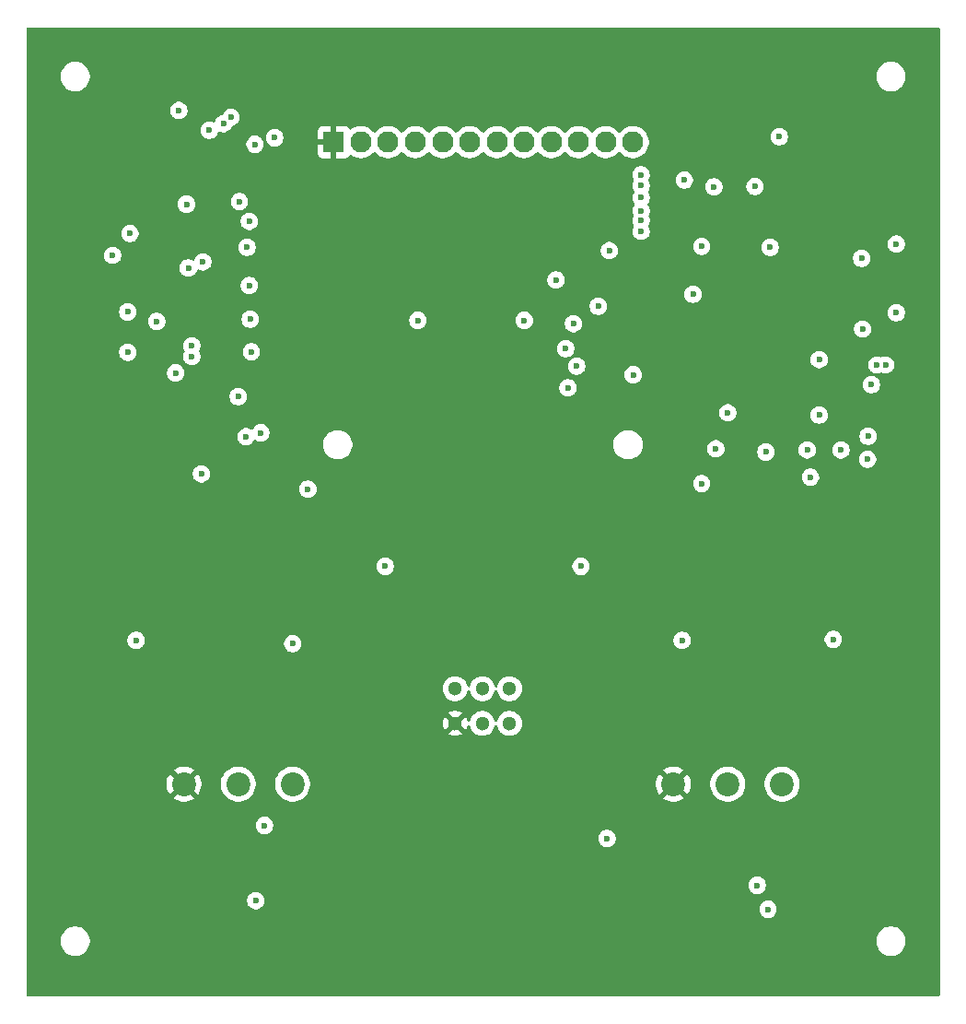
<source format=gbr>
%TF.GenerationSoftware,KiCad,Pcbnew,9.0.6*%
%TF.CreationDate,2025-12-08T21:47:25-05:00*%
%TF.ProjectId,electrical,656c6563-7472-4696-9361-6c2e6b696361,rev?*%
%TF.SameCoordinates,Original*%
%TF.FileFunction,Copper,L3,Inr*%
%TF.FilePolarity,Positive*%
%FSLAX46Y46*%
G04 Gerber Fmt 4.6, Leading zero omitted, Abs format (unit mm)*
G04 Created by KiCad (PCBNEW 9.0.6) date 2025-12-08 21:47:25*
%MOMM*%
%LPD*%
G01*
G04 APERTURE LIST*
%TA.AperFunction,ComponentPad*%
%ADD10C,2.200000*%
%TD*%
%TA.AperFunction,ComponentPad*%
%ADD11C,1.300000*%
%TD*%
%TA.AperFunction,ComponentPad*%
%ADD12R,1.950000X1.950000*%
%TD*%
%TA.AperFunction,ComponentPad*%
%ADD13C,1.950000*%
%TD*%
%TA.AperFunction,ViaPad*%
%ADD14C,0.600000*%
%TD*%
G04 APERTURE END LIST*
D10*
%TO.N,/Controls/POT_1*%
%TO.C,RV1*%
X141100000Y-125000000D03*
%TO.N,/Connectivity/GND*%
X136100000Y-125000000D03*
%TO.N,/Connectivity/3V0*%
X131100000Y-125000000D03*
%TD*%
%TO.N,/Controls/POT_2*%
%TO.C,RV2*%
X186100000Y-125000000D03*
%TO.N,/Connectivity/GND*%
X181100000Y-125000000D03*
%TO.N,/Connectivity/3V0*%
X176100000Y-125000000D03*
%TD*%
D11*
%TO.N,unconnected-(S1-NC_1-PadA1)*%
%TO.C,S1*%
X161030000Y-119430000D03*
%TO.N,Net-(S1-COM_1)*%
X158530000Y-119430000D03*
%TO.N,/Connectivity/3V0*%
X156030000Y-119430000D03*
%TO.N,unconnected-(S1-NC_2-PadB1)*%
X161030000Y-116230000D03*
%TO.N,Net-(S1-COM_1)*%
X158530000Y-116230000D03*
%TO.N,/Connectivity/GND*%
X156030000Y-116230000D03*
%TD*%
D12*
%TO.N,/Connectivity/3V0*%
%TO.C,U1*%
X144870000Y-66030000D03*
D13*
%TO.N,unconnected-(U1-3V0_OUT-Pad2)*%
X147370000Y-66030000D03*
%TO.N,/Connectivity/GND*%
X149870000Y-66030000D03*
%TO.N,/Connectivity/WIFI_SCK*%
X152370000Y-66030000D03*
%TO.N,/Connectivity/WIFI_MISO*%
X154870000Y-66030000D03*
%TO.N,/Connectivity/WIFI_MOSI*%
X157370000Y-66030000D03*
%TO.N,/Connectivity/WIFI_CS*%
X159870000Y-66030000D03*
%TO.N,/Connectivity/WIFI_BUSY*%
X162370000Y-66030000D03*
%TO.N,/Connectivity/WIFI_RESET*%
X164870000Y-66030000D03*
%TO.N,unconnected-(U1-GPIO_0-Pad10)*%
X167370000Y-66030000D03*
%TO.N,unconnected-(U1-UART_RX-Pad11)*%
X169870000Y-66030000D03*
%TO.N,unconnected-(U1-UART_TX-Pad12)*%
X172370000Y-66030000D03*
%TD*%
D14*
%TO.N,/Display/SCREEN_CS*%
X173130000Y-72330000D03*
X134730000Y-64330000D03*
%TO.N,/Display/SCREEN_D_C*%
X173130000Y-73230000D03*
X133430000Y-64930000D03*
%TO.N,/Display/SCREEN_RST*%
X173130000Y-69030000D03*
X139430000Y-65630000D03*
%TO.N,/Display/SCREEN_BUSY*%
X137630000Y-66230000D03*
X173130000Y-71130000D03*
%TO.N,/Display/1V8*%
X138180000Y-92730000D03*
X132830000Y-77030000D03*
%TO.N,/Display/VSH1*%
X125930000Y-81630000D03*
%TO.N,/Display/VSL*%
X131830000Y-84730000D03*
%TO.N,/Display/VCOM*%
X130330000Y-87230000D03*
%TO.N,/Display/VSH2*%
X131330000Y-71730000D03*
%TO.N,/Display/VGH*%
X125930000Y-85330000D03*
%TO.N,/Display/VGL*%
X131830000Y-85730000D03*
%TO.N,/Display/SCREEN_SCL*%
X135430000Y-63730000D03*
X173130000Y-70030000D03*
%TO.N,/Processor/BOOT0*%
X179830000Y-70130000D03*
%TO.N,/Connectivity/GND*%
X180000000Y-94200000D03*
X185000000Y-75700000D03*
X131500000Y-77600000D03*
X137100000Y-73300000D03*
X184800000Y-136500000D03*
X176900000Y-111800000D03*
X167600000Y-105000000D03*
X137300000Y-85300000D03*
X142500000Y-97900000D03*
X165300000Y-78700000D03*
X178700000Y-97400000D03*
X166900000Y-82700000D03*
X193500000Y-83200000D03*
X162400000Y-82400000D03*
X169200000Y-81100000D03*
X191500000Y-94300000D03*
X126700000Y-111800000D03*
X177900000Y-80000000D03*
X188700000Y-96800000D03*
X170000000Y-130000000D03*
X170200000Y-76000000D03*
X152600000Y-82400000D03*
X178700000Y-75600000D03*
X167200000Y-86600000D03*
X188400000Y-94300000D03*
X196600000Y-81700000D03*
X136100000Y-89400000D03*
X137700000Y-135700000D03*
X136800000Y-93100000D03*
X137200000Y-82300000D03*
X189500000Y-91100000D03*
X196600000Y-75400000D03*
X172400000Y-87400000D03*
X136900000Y-75700000D03*
X184600000Y-94500000D03*
X181100000Y-90900000D03*
X132700000Y-96500000D03*
X193400000Y-76700000D03*
X166400000Y-88600000D03*
X177100000Y-69500000D03*
X138500000Y-128800000D03*
X141100000Y-112100000D03*
X136200000Y-71500000D03*
X190800000Y-111700000D03*
X166200000Y-85000000D03*
X183600000Y-70100000D03*
X183800000Y-134300000D03*
X149600000Y-105000000D03*
X128600000Y-82500000D03*
X137100000Y-79200000D03*
%TO.N,/Controls/ADXL_SDO*%
X189500000Y-86000000D03*
%TO.N,/Controls/ADXL_CS*%
X193950000Y-95150000D03*
%TO.N,/Controls/ADXL_INT2*%
X195600000Y-86500000D03*
%TO.N,/Controls/ADXL_SDI*%
X194000000Y-93050000D03*
%TO.N,/Controls/ADXL_SCL*%
X194300000Y-88300000D03*
%TO.N,/Controls/ADXL_INT1*%
X194800000Y-86500000D03*
%TO.N,/Connectivity/3V0*%
X180100000Y-92200000D03*
X171400000Y-76100000D03*
X186800000Y-96900000D03*
X122600000Y-106400000D03*
X188400000Y-91300000D03*
X193400000Y-75500000D03*
X131930000Y-75230000D03*
X173800000Y-87300000D03*
X152600000Y-79700000D03*
X193500000Y-81700000D03*
X185400000Y-92200000D03*
X172200000Y-81200000D03*
X173900000Y-107600000D03*
X183600000Y-72200000D03*
X181600000Y-97400000D03*
X185000000Y-134300000D03*
X177000000Y-71900000D03*
X181500000Y-130100000D03*
X187500000Y-135300000D03*
X191500000Y-91100000D03*
X181200000Y-134400000D03*
X145000000Y-130000000D03*
X127030000Y-82630000D03*
X185000000Y-129300000D03*
%TO.N,/Display/SCREEN_SDA*%
X130630000Y-63130000D03*
X173130000Y-74230000D03*
%TO.N,/Display/GDR*%
X126130000Y-74430000D03*
%TO.N,/Display/RESE*%
X124530000Y-76430000D03*
%TO.N,/Connectivity/WIFI_CS*%
X185830000Y-65530000D03*
%TD*%
%TA.AperFunction,Conductor*%
%TO.N,/Connectivity/3V0*%
G36*
X200542539Y-55520185D02*
G01*
X200588294Y-55572989D01*
X200599500Y-55624500D01*
X200599500Y-144375500D01*
X200579815Y-144442539D01*
X200527011Y-144488294D01*
X200475500Y-144499500D01*
X116724500Y-144499500D01*
X116657461Y-144479815D01*
X116611706Y-144427011D01*
X116600500Y-144375500D01*
X116600500Y-139323713D01*
X119749500Y-139323713D01*
X119749500Y-139536286D01*
X119782753Y-139746239D01*
X119848444Y-139948414D01*
X119944951Y-140137820D01*
X120069890Y-140309786D01*
X120220213Y-140460109D01*
X120392179Y-140585048D01*
X120392181Y-140585049D01*
X120392184Y-140585051D01*
X120581588Y-140681557D01*
X120783757Y-140747246D01*
X120993713Y-140780500D01*
X120993714Y-140780500D01*
X121206286Y-140780500D01*
X121206287Y-140780500D01*
X121416243Y-140747246D01*
X121618412Y-140681557D01*
X121807816Y-140585051D01*
X121829789Y-140569086D01*
X121979786Y-140460109D01*
X121979788Y-140460106D01*
X121979792Y-140460104D01*
X122130104Y-140309792D01*
X122130106Y-140309788D01*
X122130109Y-140309786D01*
X122255048Y-140137820D01*
X122255047Y-140137820D01*
X122255051Y-140137816D01*
X122351557Y-139948412D01*
X122417246Y-139746243D01*
X122450500Y-139536287D01*
X122450500Y-139323713D01*
X194749500Y-139323713D01*
X194749500Y-139536286D01*
X194782753Y-139746239D01*
X194848444Y-139948414D01*
X194944951Y-140137820D01*
X195069890Y-140309786D01*
X195220213Y-140460109D01*
X195392179Y-140585048D01*
X195392181Y-140585049D01*
X195392184Y-140585051D01*
X195581588Y-140681557D01*
X195783757Y-140747246D01*
X195993713Y-140780500D01*
X195993714Y-140780500D01*
X196206286Y-140780500D01*
X196206287Y-140780500D01*
X196416243Y-140747246D01*
X196618412Y-140681557D01*
X196807816Y-140585051D01*
X196829789Y-140569086D01*
X196979786Y-140460109D01*
X196979788Y-140460106D01*
X196979792Y-140460104D01*
X197130104Y-140309792D01*
X197130106Y-140309788D01*
X197130109Y-140309786D01*
X197255048Y-140137820D01*
X197255047Y-140137820D01*
X197255051Y-140137816D01*
X197351557Y-139948412D01*
X197417246Y-139746243D01*
X197450500Y-139536287D01*
X197450500Y-139323713D01*
X197417246Y-139113757D01*
X197351557Y-138911588D01*
X197255051Y-138722184D01*
X197255049Y-138722181D01*
X197255048Y-138722179D01*
X197130109Y-138550213D01*
X196979786Y-138399890D01*
X196807820Y-138274951D01*
X196618414Y-138178444D01*
X196618413Y-138178443D01*
X196618412Y-138178443D01*
X196416243Y-138112754D01*
X196416241Y-138112753D01*
X196416240Y-138112753D01*
X196254957Y-138087208D01*
X196206287Y-138079500D01*
X195993713Y-138079500D01*
X195945042Y-138087208D01*
X195783760Y-138112753D01*
X195581585Y-138178444D01*
X195392179Y-138274951D01*
X195220213Y-138399890D01*
X195069890Y-138550213D01*
X194944951Y-138722179D01*
X194848444Y-138911585D01*
X194782753Y-139113760D01*
X194749500Y-139323713D01*
X122450500Y-139323713D01*
X122417246Y-139113757D01*
X122351557Y-138911588D01*
X122255051Y-138722184D01*
X122255049Y-138722181D01*
X122255048Y-138722179D01*
X122130109Y-138550213D01*
X121979786Y-138399890D01*
X121807820Y-138274951D01*
X121618414Y-138178444D01*
X121618413Y-138178443D01*
X121618412Y-138178443D01*
X121416243Y-138112754D01*
X121416241Y-138112753D01*
X121416240Y-138112753D01*
X121254957Y-138087208D01*
X121206287Y-138079500D01*
X120993713Y-138079500D01*
X120945042Y-138087208D01*
X120783760Y-138112753D01*
X120581585Y-138178444D01*
X120392179Y-138274951D01*
X120220213Y-138399890D01*
X120069890Y-138550213D01*
X119944951Y-138722179D01*
X119848444Y-138911585D01*
X119782753Y-139113760D01*
X119749500Y-139323713D01*
X116600500Y-139323713D01*
X116600500Y-135621153D01*
X136899500Y-135621153D01*
X136899500Y-135778846D01*
X136930261Y-135933489D01*
X136930264Y-135933501D01*
X136990602Y-136079172D01*
X136990609Y-136079185D01*
X137078210Y-136210288D01*
X137078213Y-136210292D01*
X137189707Y-136321786D01*
X137189711Y-136321789D01*
X137320814Y-136409390D01*
X137320827Y-136409397D01*
X137466498Y-136469735D01*
X137466503Y-136469737D01*
X137621153Y-136500499D01*
X137621156Y-136500500D01*
X137621158Y-136500500D01*
X137778844Y-136500500D01*
X137778845Y-136500499D01*
X137933497Y-136469737D01*
X138050790Y-136421153D01*
X183999500Y-136421153D01*
X183999500Y-136578846D01*
X184030261Y-136733489D01*
X184030264Y-136733501D01*
X184090602Y-136879172D01*
X184090609Y-136879185D01*
X184178210Y-137010288D01*
X184178213Y-137010292D01*
X184289707Y-137121786D01*
X184289711Y-137121789D01*
X184420814Y-137209390D01*
X184420827Y-137209397D01*
X184566498Y-137269735D01*
X184566503Y-137269737D01*
X184721153Y-137300499D01*
X184721156Y-137300500D01*
X184721158Y-137300500D01*
X184878844Y-137300500D01*
X184878845Y-137300499D01*
X185033497Y-137269737D01*
X185179179Y-137209394D01*
X185310289Y-137121789D01*
X185421789Y-137010289D01*
X185509394Y-136879179D01*
X185569737Y-136733497D01*
X185600500Y-136578842D01*
X185600500Y-136421158D01*
X185600500Y-136421155D01*
X185600499Y-136421153D01*
X185580734Y-136321788D01*
X185569737Y-136266503D01*
X185546452Y-136210288D01*
X185509397Y-136120827D01*
X185509390Y-136120814D01*
X185421789Y-135989711D01*
X185421786Y-135989707D01*
X185310292Y-135878213D01*
X185310288Y-135878210D01*
X185179185Y-135790609D01*
X185179172Y-135790602D01*
X185033501Y-135730264D01*
X185033489Y-135730261D01*
X184878845Y-135699500D01*
X184878842Y-135699500D01*
X184721158Y-135699500D01*
X184721155Y-135699500D01*
X184566510Y-135730261D01*
X184566498Y-135730264D01*
X184420827Y-135790602D01*
X184420814Y-135790609D01*
X184289711Y-135878210D01*
X184289707Y-135878213D01*
X184178213Y-135989707D01*
X184178210Y-135989711D01*
X184090609Y-136120814D01*
X184090602Y-136120827D01*
X184030264Y-136266498D01*
X184030261Y-136266510D01*
X183999500Y-136421153D01*
X138050790Y-136421153D01*
X138079179Y-136409394D01*
X138210289Y-136321789D01*
X138321789Y-136210289D01*
X138409394Y-136079179D01*
X138469737Y-135933497D01*
X138500500Y-135778842D01*
X138500500Y-135621158D01*
X138500500Y-135621155D01*
X138500499Y-135621153D01*
X138469738Y-135466510D01*
X138469737Y-135466503D01*
X138469735Y-135466498D01*
X138409397Y-135320827D01*
X138409390Y-135320814D01*
X138321789Y-135189711D01*
X138321786Y-135189707D01*
X138210292Y-135078213D01*
X138210288Y-135078210D01*
X138079185Y-134990609D01*
X138079172Y-134990602D01*
X137933501Y-134930264D01*
X137933489Y-134930261D01*
X137778845Y-134899500D01*
X137778842Y-134899500D01*
X137621158Y-134899500D01*
X137621155Y-134899500D01*
X137466510Y-134930261D01*
X137466498Y-134930264D01*
X137320827Y-134990602D01*
X137320814Y-134990609D01*
X137189711Y-135078210D01*
X137189707Y-135078213D01*
X137078213Y-135189707D01*
X137078210Y-135189711D01*
X136990609Y-135320814D01*
X136990602Y-135320827D01*
X136930264Y-135466498D01*
X136930261Y-135466510D01*
X136899500Y-135621153D01*
X116600500Y-135621153D01*
X116600500Y-134221153D01*
X182999500Y-134221153D01*
X182999500Y-134378846D01*
X183030261Y-134533489D01*
X183030264Y-134533501D01*
X183090602Y-134679172D01*
X183090609Y-134679185D01*
X183178210Y-134810288D01*
X183178213Y-134810292D01*
X183289707Y-134921786D01*
X183289711Y-134921789D01*
X183420814Y-135009390D01*
X183420827Y-135009397D01*
X183566498Y-135069735D01*
X183566503Y-135069737D01*
X183721153Y-135100499D01*
X183721156Y-135100500D01*
X183721158Y-135100500D01*
X183878844Y-135100500D01*
X183878845Y-135100499D01*
X184033497Y-135069737D01*
X184179179Y-135009394D01*
X184310289Y-134921789D01*
X184421789Y-134810289D01*
X184509394Y-134679179D01*
X184569737Y-134533497D01*
X184600500Y-134378842D01*
X184600500Y-134221158D01*
X184600500Y-134221155D01*
X184600499Y-134221153D01*
X184569738Y-134066510D01*
X184569737Y-134066503D01*
X184569735Y-134066498D01*
X184509397Y-133920827D01*
X184509390Y-133920814D01*
X184421789Y-133789711D01*
X184421786Y-133789707D01*
X184310292Y-133678213D01*
X184310288Y-133678210D01*
X184179185Y-133590609D01*
X184179172Y-133590602D01*
X184033501Y-133530264D01*
X184033489Y-133530261D01*
X183878845Y-133499500D01*
X183878842Y-133499500D01*
X183721158Y-133499500D01*
X183721155Y-133499500D01*
X183566510Y-133530261D01*
X183566498Y-133530264D01*
X183420827Y-133590602D01*
X183420814Y-133590609D01*
X183289711Y-133678210D01*
X183289707Y-133678213D01*
X183178213Y-133789707D01*
X183178210Y-133789711D01*
X183090609Y-133920814D01*
X183090602Y-133920827D01*
X183030264Y-134066498D01*
X183030261Y-134066510D01*
X182999500Y-134221153D01*
X116600500Y-134221153D01*
X116600500Y-129921153D01*
X169199500Y-129921153D01*
X169199500Y-130078846D01*
X169230261Y-130233489D01*
X169230264Y-130233501D01*
X169290602Y-130379172D01*
X169290609Y-130379185D01*
X169378210Y-130510288D01*
X169378213Y-130510292D01*
X169489707Y-130621786D01*
X169489711Y-130621789D01*
X169620814Y-130709390D01*
X169620827Y-130709397D01*
X169766498Y-130769735D01*
X169766503Y-130769737D01*
X169921153Y-130800499D01*
X169921156Y-130800500D01*
X169921158Y-130800500D01*
X170078844Y-130800500D01*
X170078845Y-130800499D01*
X170233497Y-130769737D01*
X170379179Y-130709394D01*
X170510289Y-130621789D01*
X170621789Y-130510289D01*
X170709394Y-130379179D01*
X170769737Y-130233497D01*
X170800500Y-130078842D01*
X170800500Y-129921158D01*
X170800500Y-129921155D01*
X170800499Y-129921153D01*
X170769738Y-129766510D01*
X170769737Y-129766503D01*
X170769735Y-129766498D01*
X170709397Y-129620827D01*
X170709390Y-129620814D01*
X170621789Y-129489711D01*
X170621786Y-129489707D01*
X170510292Y-129378213D01*
X170510288Y-129378210D01*
X170379185Y-129290609D01*
X170379172Y-129290602D01*
X170233501Y-129230264D01*
X170233489Y-129230261D01*
X170078845Y-129199500D01*
X170078842Y-129199500D01*
X169921158Y-129199500D01*
X169921155Y-129199500D01*
X169766510Y-129230261D01*
X169766498Y-129230264D01*
X169620827Y-129290602D01*
X169620814Y-129290609D01*
X169489711Y-129378210D01*
X169489707Y-129378213D01*
X169378213Y-129489707D01*
X169378210Y-129489711D01*
X169290609Y-129620814D01*
X169290602Y-129620827D01*
X169230264Y-129766498D01*
X169230261Y-129766510D01*
X169199500Y-129921153D01*
X116600500Y-129921153D01*
X116600500Y-128721153D01*
X137699500Y-128721153D01*
X137699500Y-128878846D01*
X137730261Y-129033489D01*
X137730264Y-129033501D01*
X137790602Y-129179172D01*
X137790609Y-129179185D01*
X137878210Y-129310288D01*
X137878213Y-129310292D01*
X137989707Y-129421786D01*
X137989711Y-129421789D01*
X138120814Y-129509390D01*
X138120827Y-129509397D01*
X138266498Y-129569735D01*
X138266503Y-129569737D01*
X138421153Y-129600499D01*
X138421156Y-129600500D01*
X138421158Y-129600500D01*
X138578844Y-129600500D01*
X138578845Y-129600499D01*
X138733497Y-129569737D01*
X138879179Y-129509394D01*
X139010289Y-129421789D01*
X139121789Y-129310289D01*
X139209394Y-129179179D01*
X139269737Y-129033497D01*
X139300500Y-128878842D01*
X139300500Y-128721158D01*
X139300500Y-128721155D01*
X139300499Y-128721153D01*
X139269738Y-128566510D01*
X139269737Y-128566503D01*
X139269735Y-128566498D01*
X139209397Y-128420827D01*
X139209390Y-128420814D01*
X139121789Y-128289711D01*
X139121786Y-128289707D01*
X139010292Y-128178213D01*
X139010288Y-128178210D01*
X138879185Y-128090609D01*
X138879172Y-128090602D01*
X138733501Y-128030264D01*
X138733489Y-128030261D01*
X138578845Y-127999500D01*
X138578842Y-127999500D01*
X138421158Y-127999500D01*
X138421155Y-127999500D01*
X138266510Y-128030261D01*
X138266498Y-128030264D01*
X138120827Y-128090602D01*
X138120814Y-128090609D01*
X137989711Y-128178210D01*
X137989707Y-128178213D01*
X137878213Y-128289707D01*
X137878210Y-128289711D01*
X137790609Y-128420814D01*
X137790602Y-128420827D01*
X137730264Y-128566498D01*
X137730261Y-128566510D01*
X137699500Y-128721153D01*
X116600500Y-128721153D01*
X116600500Y-124874071D01*
X129500000Y-124874071D01*
X129500000Y-125125928D01*
X129539397Y-125374669D01*
X129617219Y-125614184D01*
X129731557Y-125838583D01*
X129805748Y-125940697D01*
X129805748Y-125940698D01*
X130617037Y-125129409D01*
X130634075Y-125192993D01*
X130699901Y-125307007D01*
X130792993Y-125400099D01*
X130907007Y-125465925D01*
X130970590Y-125482962D01*
X130159300Y-126294250D01*
X130261416Y-126368442D01*
X130485815Y-126482780D01*
X130725330Y-126560602D01*
X130974072Y-126600000D01*
X131225928Y-126600000D01*
X131474669Y-126560602D01*
X131714184Y-126482780D01*
X131938575Y-126368446D01*
X131938581Y-126368442D01*
X132040697Y-126294250D01*
X132040698Y-126294250D01*
X131229409Y-125482962D01*
X131292993Y-125465925D01*
X131407007Y-125400099D01*
X131500099Y-125307007D01*
X131565925Y-125192993D01*
X131582962Y-125129410D01*
X132394250Y-125940698D01*
X132394250Y-125940697D01*
X132468442Y-125838581D01*
X132468446Y-125838575D01*
X132582780Y-125614184D01*
X132660602Y-125374669D01*
X132700000Y-125125928D01*
X132700000Y-124874071D01*
X132699995Y-124874038D01*
X134499500Y-124874038D01*
X134499500Y-125125961D01*
X134538910Y-125374785D01*
X134616760Y-125614383D01*
X134695413Y-125768747D01*
X134730995Y-125838581D01*
X134731132Y-125838848D01*
X134879201Y-126042649D01*
X134879205Y-126042654D01*
X135057345Y-126220794D01*
X135057350Y-126220798D01*
X135158449Y-126294250D01*
X135261155Y-126368870D01*
X135404184Y-126441747D01*
X135485616Y-126483239D01*
X135485618Y-126483239D01*
X135485621Y-126483241D01*
X135725215Y-126561090D01*
X135974038Y-126600500D01*
X135974039Y-126600500D01*
X136225961Y-126600500D01*
X136225962Y-126600500D01*
X136474785Y-126561090D01*
X136714379Y-126483241D01*
X136938845Y-126368870D01*
X137142656Y-126220793D01*
X137320793Y-126042656D01*
X137468870Y-125838845D01*
X137583241Y-125614379D01*
X137661090Y-125374785D01*
X137700500Y-125125962D01*
X137700500Y-124874038D01*
X139499500Y-124874038D01*
X139499500Y-125125961D01*
X139538910Y-125374785D01*
X139616760Y-125614383D01*
X139695413Y-125768747D01*
X139730995Y-125838581D01*
X139731132Y-125838848D01*
X139879201Y-126042649D01*
X139879205Y-126042654D01*
X140057345Y-126220794D01*
X140057350Y-126220798D01*
X140158449Y-126294250D01*
X140261155Y-126368870D01*
X140404184Y-126441747D01*
X140485616Y-126483239D01*
X140485618Y-126483239D01*
X140485621Y-126483241D01*
X140725215Y-126561090D01*
X140974038Y-126600500D01*
X140974039Y-126600500D01*
X141225961Y-126600500D01*
X141225962Y-126600500D01*
X141474785Y-126561090D01*
X141714379Y-126483241D01*
X141938845Y-126368870D01*
X142142656Y-126220793D01*
X142320793Y-126042656D01*
X142468870Y-125838845D01*
X142583241Y-125614379D01*
X142661090Y-125374785D01*
X142700500Y-125125962D01*
X142700500Y-124874071D01*
X174500000Y-124874071D01*
X174500000Y-125125928D01*
X174539397Y-125374669D01*
X174617219Y-125614184D01*
X174731557Y-125838583D01*
X174805748Y-125940697D01*
X174805748Y-125940698D01*
X175617037Y-125129409D01*
X175634075Y-125192993D01*
X175699901Y-125307007D01*
X175792993Y-125400099D01*
X175907007Y-125465925D01*
X175970590Y-125482962D01*
X175159300Y-126294250D01*
X175261416Y-126368442D01*
X175485815Y-126482780D01*
X175725330Y-126560602D01*
X175974072Y-126600000D01*
X176225928Y-126600000D01*
X176474669Y-126560602D01*
X176714184Y-126482780D01*
X176938575Y-126368446D01*
X176938581Y-126368442D01*
X177040697Y-126294250D01*
X177040698Y-126294250D01*
X176229409Y-125482962D01*
X176292993Y-125465925D01*
X176407007Y-125400099D01*
X176500099Y-125307007D01*
X176565925Y-125192993D01*
X176582962Y-125129410D01*
X177394250Y-125940698D01*
X177394250Y-125940697D01*
X177468442Y-125838581D01*
X177468446Y-125838575D01*
X177582780Y-125614184D01*
X177660602Y-125374669D01*
X177700000Y-125125928D01*
X177700000Y-124874071D01*
X177699995Y-124874038D01*
X179499500Y-124874038D01*
X179499500Y-125125961D01*
X179538910Y-125374785D01*
X179616760Y-125614383D01*
X179695413Y-125768747D01*
X179730995Y-125838581D01*
X179731132Y-125838848D01*
X179879201Y-126042649D01*
X179879205Y-126042654D01*
X180057345Y-126220794D01*
X180057350Y-126220798D01*
X180158449Y-126294250D01*
X180261155Y-126368870D01*
X180404184Y-126441747D01*
X180485616Y-126483239D01*
X180485618Y-126483239D01*
X180485621Y-126483241D01*
X180725215Y-126561090D01*
X180974038Y-126600500D01*
X180974039Y-126600500D01*
X181225961Y-126600500D01*
X181225962Y-126600500D01*
X181474785Y-126561090D01*
X181714379Y-126483241D01*
X181938845Y-126368870D01*
X182142656Y-126220793D01*
X182320793Y-126042656D01*
X182468870Y-125838845D01*
X182583241Y-125614379D01*
X182661090Y-125374785D01*
X182700500Y-125125962D01*
X182700500Y-124874038D01*
X184499500Y-124874038D01*
X184499500Y-125125961D01*
X184538910Y-125374785D01*
X184616760Y-125614383D01*
X184695413Y-125768747D01*
X184730995Y-125838581D01*
X184731132Y-125838848D01*
X184879201Y-126042649D01*
X184879205Y-126042654D01*
X185057345Y-126220794D01*
X185057350Y-126220798D01*
X185158449Y-126294250D01*
X185261155Y-126368870D01*
X185404184Y-126441747D01*
X185485616Y-126483239D01*
X185485618Y-126483239D01*
X185485621Y-126483241D01*
X185725215Y-126561090D01*
X185974038Y-126600500D01*
X185974039Y-126600500D01*
X186225961Y-126600500D01*
X186225962Y-126600500D01*
X186474785Y-126561090D01*
X186714379Y-126483241D01*
X186938845Y-126368870D01*
X187142656Y-126220793D01*
X187320793Y-126042656D01*
X187468870Y-125838845D01*
X187583241Y-125614379D01*
X187661090Y-125374785D01*
X187700500Y-125125962D01*
X187700500Y-124874038D01*
X187661090Y-124625215D01*
X187583241Y-124385621D01*
X187583239Y-124385618D01*
X187583239Y-124385616D01*
X187541747Y-124304184D01*
X187468870Y-124161155D01*
X187394868Y-124059300D01*
X187320798Y-123957350D01*
X187320794Y-123957345D01*
X187142654Y-123779205D01*
X187142649Y-123779201D01*
X186938848Y-123631132D01*
X186938847Y-123631131D01*
X186938845Y-123631130D01*
X186868747Y-123595413D01*
X186714383Y-123516760D01*
X186474785Y-123438910D01*
X186225962Y-123399500D01*
X185974038Y-123399500D01*
X185849626Y-123419205D01*
X185725214Y-123438910D01*
X185485616Y-123516760D01*
X185261151Y-123631132D01*
X185057350Y-123779201D01*
X185057345Y-123779205D01*
X184879205Y-123957345D01*
X184879201Y-123957350D01*
X184731132Y-124161151D01*
X184616760Y-124385616D01*
X184538910Y-124625214D01*
X184499500Y-124874038D01*
X182700500Y-124874038D01*
X182661090Y-124625215D01*
X182583241Y-124385621D01*
X182583239Y-124385618D01*
X182583239Y-124385616D01*
X182541747Y-124304184D01*
X182468870Y-124161155D01*
X182394868Y-124059300D01*
X182320798Y-123957350D01*
X182320794Y-123957345D01*
X182142654Y-123779205D01*
X182142649Y-123779201D01*
X181938848Y-123631132D01*
X181938847Y-123631131D01*
X181938845Y-123631130D01*
X181868747Y-123595413D01*
X181714383Y-123516760D01*
X181474785Y-123438910D01*
X181225962Y-123399500D01*
X180974038Y-123399500D01*
X180849626Y-123419205D01*
X180725214Y-123438910D01*
X180485616Y-123516760D01*
X180261151Y-123631132D01*
X180057350Y-123779201D01*
X180057345Y-123779205D01*
X179879205Y-123957345D01*
X179879201Y-123957350D01*
X179731132Y-124161151D01*
X179616760Y-124385616D01*
X179538910Y-124625214D01*
X179499500Y-124874038D01*
X177699995Y-124874038D01*
X177660602Y-124625330D01*
X177582780Y-124385815D01*
X177468442Y-124161416D01*
X177394250Y-124059301D01*
X177394250Y-124059300D01*
X176582962Y-124870589D01*
X176565925Y-124807007D01*
X176500099Y-124692993D01*
X176407007Y-124599901D01*
X176292993Y-124534075D01*
X176229408Y-124517037D01*
X177040698Y-123705748D01*
X176938583Y-123631557D01*
X176714184Y-123517219D01*
X176474669Y-123439397D01*
X176225928Y-123400000D01*
X175974072Y-123400000D01*
X175725330Y-123439397D01*
X175485815Y-123517219D01*
X175261413Y-123631559D01*
X175159301Y-123705747D01*
X175159300Y-123705748D01*
X175970590Y-124517037D01*
X175907007Y-124534075D01*
X175792993Y-124599901D01*
X175699901Y-124692993D01*
X175634075Y-124807007D01*
X175617037Y-124870590D01*
X174805748Y-124059300D01*
X174805747Y-124059301D01*
X174731559Y-124161413D01*
X174617219Y-124385815D01*
X174539397Y-124625330D01*
X174500000Y-124874071D01*
X142700500Y-124874071D01*
X142700500Y-124874038D01*
X142661090Y-124625215D01*
X142583241Y-124385621D01*
X142583239Y-124385618D01*
X142583239Y-124385616D01*
X142541747Y-124304184D01*
X142468870Y-124161155D01*
X142394868Y-124059300D01*
X142320798Y-123957350D01*
X142320794Y-123957345D01*
X142142654Y-123779205D01*
X142142649Y-123779201D01*
X141938848Y-123631132D01*
X141938847Y-123631131D01*
X141938845Y-123631130D01*
X141868747Y-123595413D01*
X141714383Y-123516760D01*
X141474785Y-123438910D01*
X141225962Y-123399500D01*
X140974038Y-123399500D01*
X140849626Y-123419205D01*
X140725214Y-123438910D01*
X140485616Y-123516760D01*
X140261151Y-123631132D01*
X140057350Y-123779201D01*
X140057345Y-123779205D01*
X139879205Y-123957345D01*
X139879201Y-123957350D01*
X139731132Y-124161151D01*
X139616760Y-124385616D01*
X139538910Y-124625214D01*
X139499500Y-124874038D01*
X137700500Y-124874038D01*
X137661090Y-124625215D01*
X137583241Y-124385621D01*
X137583239Y-124385618D01*
X137583239Y-124385616D01*
X137541747Y-124304184D01*
X137468870Y-124161155D01*
X137394868Y-124059300D01*
X137320798Y-123957350D01*
X137320794Y-123957345D01*
X137142654Y-123779205D01*
X137142649Y-123779201D01*
X136938848Y-123631132D01*
X136938847Y-123631131D01*
X136938845Y-123631130D01*
X136868747Y-123595413D01*
X136714383Y-123516760D01*
X136474785Y-123438910D01*
X136225962Y-123399500D01*
X135974038Y-123399500D01*
X135849626Y-123419205D01*
X135725214Y-123438910D01*
X135485616Y-123516760D01*
X135261151Y-123631132D01*
X135057350Y-123779201D01*
X135057345Y-123779205D01*
X134879205Y-123957345D01*
X134879201Y-123957350D01*
X134731132Y-124161151D01*
X134616760Y-124385616D01*
X134538910Y-124625214D01*
X134499500Y-124874038D01*
X132699995Y-124874038D01*
X132660602Y-124625330D01*
X132582780Y-124385815D01*
X132468442Y-124161416D01*
X132394250Y-124059301D01*
X132394250Y-124059300D01*
X131582962Y-124870589D01*
X131565925Y-124807007D01*
X131500099Y-124692993D01*
X131407007Y-124599901D01*
X131292993Y-124534075D01*
X131229408Y-124517037D01*
X132040698Y-123705748D01*
X131938583Y-123631557D01*
X131714184Y-123517219D01*
X131474669Y-123439397D01*
X131225928Y-123400000D01*
X130974072Y-123400000D01*
X130725330Y-123439397D01*
X130485815Y-123517219D01*
X130261413Y-123631559D01*
X130159301Y-123705747D01*
X130159300Y-123705748D01*
X130970590Y-124517037D01*
X130907007Y-124534075D01*
X130792993Y-124599901D01*
X130699901Y-124692993D01*
X130634075Y-124807007D01*
X130617037Y-124870590D01*
X129805748Y-124059300D01*
X129805747Y-124059301D01*
X129731559Y-124161413D01*
X129617219Y-124385815D01*
X129539397Y-124625330D01*
X129500000Y-124874071D01*
X116600500Y-124874071D01*
X116600500Y-119339493D01*
X154880000Y-119339493D01*
X154880000Y-119520506D01*
X154908317Y-119699293D01*
X154964251Y-119871444D01*
X154964252Y-119871447D01*
X155046431Y-120032730D01*
X155057913Y-120048532D01*
X155057913Y-120048533D01*
X155630000Y-119476446D01*
X155630000Y-119482661D01*
X155657259Y-119584394D01*
X155709920Y-119675606D01*
X155784394Y-119750080D01*
X155875606Y-119802741D01*
X155977339Y-119830000D01*
X155983553Y-119830000D01*
X155411466Y-120402085D01*
X155411466Y-120402086D01*
X155427267Y-120413566D01*
X155427275Y-120413571D01*
X155588552Y-120495747D01*
X155588555Y-120495748D01*
X155760706Y-120551682D01*
X155939494Y-120580000D01*
X156120506Y-120580000D01*
X156299293Y-120551682D01*
X156471444Y-120495748D01*
X156471452Y-120495745D01*
X156632730Y-120413568D01*
X156648532Y-120402085D01*
X156648533Y-120402085D01*
X156076448Y-119830000D01*
X156082661Y-119830000D01*
X156184394Y-119802741D01*
X156275606Y-119750080D01*
X156350080Y-119675606D01*
X156402741Y-119584394D01*
X156430000Y-119482661D01*
X156430000Y-119476448D01*
X157002085Y-120048533D01*
X157002085Y-120048532D01*
X157013568Y-120032730D01*
X157095745Y-119871452D01*
X157095748Y-119871444D01*
X157151681Y-119699296D01*
X157157272Y-119663997D01*
X157187201Y-119600861D01*
X157246511Y-119563929D01*
X157316374Y-119564925D01*
X157374607Y-119603534D01*
X157402219Y-119663992D01*
X157407829Y-119699411D01*
X157463787Y-119871636D01*
X157463788Y-119871639D01*
X157519664Y-119981300D01*
X157545869Y-120032730D01*
X157546006Y-120032997D01*
X157652441Y-120179494D01*
X157652445Y-120179499D01*
X157780500Y-120307554D01*
X157780505Y-120307558D01*
X157908287Y-120400396D01*
X157927006Y-120413996D01*
X158032484Y-120467740D01*
X158088360Y-120496211D01*
X158088363Y-120496212D01*
X158174476Y-120524191D01*
X158260591Y-120552171D01*
X158343429Y-120565291D01*
X158439449Y-120580500D01*
X158439454Y-120580500D01*
X158620551Y-120580500D01*
X158707259Y-120566765D01*
X158799409Y-120552171D01*
X158971639Y-120496211D01*
X159132994Y-120413996D01*
X159279501Y-120307553D01*
X159407553Y-120179501D01*
X159513996Y-120032994D01*
X159596211Y-119871639D01*
X159652171Y-119699409D01*
X159657527Y-119665594D01*
X159687456Y-119602459D01*
X159746768Y-119565528D01*
X159816630Y-119566526D01*
X159874863Y-119605136D01*
X159902473Y-119665594D01*
X159907829Y-119699410D01*
X159963787Y-119871636D01*
X159963788Y-119871639D01*
X160019664Y-119981300D01*
X160045869Y-120032730D01*
X160046006Y-120032997D01*
X160152441Y-120179494D01*
X160152445Y-120179499D01*
X160280500Y-120307554D01*
X160280505Y-120307558D01*
X160408287Y-120400396D01*
X160427006Y-120413996D01*
X160532484Y-120467740D01*
X160588360Y-120496211D01*
X160588363Y-120496212D01*
X160674476Y-120524191D01*
X160760591Y-120552171D01*
X160843429Y-120565291D01*
X160939449Y-120580500D01*
X160939454Y-120580500D01*
X161120551Y-120580500D01*
X161207259Y-120566765D01*
X161299409Y-120552171D01*
X161471639Y-120496211D01*
X161632994Y-120413996D01*
X161779501Y-120307553D01*
X161907553Y-120179501D01*
X162013996Y-120032994D01*
X162096211Y-119871639D01*
X162152171Y-119699409D01*
X162173629Y-119563929D01*
X162180500Y-119520551D01*
X162180500Y-119339448D01*
X162157780Y-119196007D01*
X162152171Y-119160591D01*
X162096273Y-118988552D01*
X162096212Y-118988363D01*
X162096211Y-118988360D01*
X162067740Y-118932484D01*
X162013996Y-118827006D01*
X162000396Y-118808287D01*
X161907558Y-118680505D01*
X161907554Y-118680500D01*
X161779499Y-118552445D01*
X161779494Y-118552441D01*
X161632997Y-118446006D01*
X161632996Y-118446005D01*
X161632994Y-118446004D01*
X161581300Y-118419664D01*
X161471639Y-118363788D01*
X161471636Y-118363787D01*
X161299410Y-118307829D01*
X161120551Y-118279500D01*
X161120546Y-118279500D01*
X160939454Y-118279500D01*
X160939449Y-118279500D01*
X160760589Y-118307829D01*
X160588363Y-118363787D01*
X160588360Y-118363788D01*
X160427002Y-118446006D01*
X160280505Y-118552441D01*
X160280500Y-118552445D01*
X160152445Y-118680500D01*
X160152441Y-118680505D01*
X160046006Y-118827002D01*
X159963788Y-118988360D01*
X159963787Y-118988363D01*
X159907829Y-119160589D01*
X159902473Y-119194406D01*
X159872543Y-119257540D01*
X159813232Y-119294471D01*
X159743369Y-119293473D01*
X159685137Y-119254863D01*
X159657527Y-119194406D01*
X159652189Y-119160706D01*
X159652171Y-119160591D01*
X159596273Y-118988552D01*
X159596212Y-118988363D01*
X159596211Y-118988360D01*
X159567740Y-118932484D01*
X159513996Y-118827006D01*
X159500396Y-118808287D01*
X159407558Y-118680505D01*
X159407554Y-118680500D01*
X159279499Y-118552445D01*
X159279494Y-118552441D01*
X159132997Y-118446006D01*
X159132996Y-118446005D01*
X159132994Y-118446004D01*
X159081300Y-118419664D01*
X158971639Y-118363788D01*
X158971636Y-118363787D01*
X158799410Y-118307829D01*
X158620551Y-118279500D01*
X158620546Y-118279500D01*
X158439454Y-118279500D01*
X158439449Y-118279500D01*
X158260589Y-118307829D01*
X158088363Y-118363787D01*
X158088360Y-118363788D01*
X157927002Y-118446006D01*
X157780505Y-118552441D01*
X157780500Y-118552445D01*
X157652445Y-118680500D01*
X157652441Y-118680505D01*
X157546006Y-118827002D01*
X157463788Y-118988360D01*
X157463787Y-118988363D01*
X157407829Y-119160588D01*
X157402219Y-119196007D01*
X157372288Y-119259141D01*
X157312976Y-119296072D01*
X157243113Y-119295072D01*
X157184881Y-119256461D01*
X157157272Y-119196003D01*
X157151681Y-119160702D01*
X157095748Y-118988555D01*
X157095747Y-118988552D01*
X157013571Y-118827275D01*
X157013566Y-118827267D01*
X157002085Y-118811466D01*
X156430000Y-119383551D01*
X156430000Y-119377339D01*
X156402741Y-119275606D01*
X156350080Y-119184394D01*
X156275606Y-119109920D01*
X156184394Y-119057259D01*
X156082661Y-119030000D01*
X156076447Y-119030000D01*
X156648533Y-118457913D01*
X156632730Y-118446431D01*
X156471447Y-118364252D01*
X156471444Y-118364251D01*
X156299293Y-118308317D01*
X156120506Y-118280000D01*
X155939494Y-118280000D01*
X155760706Y-118308317D01*
X155588555Y-118364251D01*
X155588547Y-118364254D01*
X155427269Y-118446432D01*
X155411466Y-118457912D01*
X155411466Y-118457913D01*
X155983554Y-119030000D01*
X155977339Y-119030000D01*
X155875606Y-119057259D01*
X155784394Y-119109920D01*
X155709920Y-119184394D01*
X155657259Y-119275606D01*
X155630000Y-119377339D01*
X155630000Y-119383553D01*
X155057913Y-118811466D01*
X155057912Y-118811466D01*
X155046432Y-118827269D01*
X154964254Y-118988547D01*
X154964251Y-118988555D01*
X154908317Y-119160706D01*
X154880000Y-119339493D01*
X116600500Y-119339493D01*
X116600500Y-116139448D01*
X154879500Y-116139448D01*
X154879500Y-116320551D01*
X154907829Y-116499410D01*
X154963787Y-116671636D01*
X154963788Y-116671639D01*
X155046006Y-116832997D01*
X155152441Y-116979494D01*
X155152445Y-116979499D01*
X155280500Y-117107554D01*
X155280505Y-117107558D01*
X155408287Y-117200396D01*
X155427006Y-117213996D01*
X155532484Y-117267740D01*
X155588360Y-117296211D01*
X155588363Y-117296212D01*
X155674476Y-117324191D01*
X155760591Y-117352171D01*
X155843429Y-117365291D01*
X155939449Y-117380500D01*
X155939454Y-117380500D01*
X156120551Y-117380500D01*
X156207259Y-117366765D01*
X156299409Y-117352171D01*
X156471639Y-117296211D01*
X156632994Y-117213996D01*
X156779501Y-117107553D01*
X156907553Y-116979501D01*
X157013996Y-116832994D01*
X157096211Y-116671639D01*
X157152171Y-116499409D01*
X157157527Y-116465594D01*
X157187456Y-116402459D01*
X157246768Y-116365528D01*
X157316630Y-116366526D01*
X157374863Y-116405136D01*
X157402473Y-116465594D01*
X157407829Y-116499410D01*
X157463787Y-116671636D01*
X157463788Y-116671639D01*
X157546006Y-116832997D01*
X157652441Y-116979494D01*
X157652445Y-116979499D01*
X157780500Y-117107554D01*
X157780505Y-117107558D01*
X157908287Y-117200396D01*
X157927006Y-117213996D01*
X158032484Y-117267740D01*
X158088360Y-117296211D01*
X158088363Y-117296212D01*
X158174476Y-117324191D01*
X158260591Y-117352171D01*
X158343429Y-117365291D01*
X158439449Y-117380500D01*
X158439454Y-117380500D01*
X158620551Y-117380500D01*
X158707259Y-117366765D01*
X158799409Y-117352171D01*
X158971639Y-117296211D01*
X159132994Y-117213996D01*
X159279501Y-117107553D01*
X159407553Y-116979501D01*
X159513996Y-116832994D01*
X159596211Y-116671639D01*
X159652171Y-116499409D01*
X159657527Y-116465594D01*
X159687456Y-116402459D01*
X159746768Y-116365528D01*
X159816630Y-116366526D01*
X159874863Y-116405136D01*
X159902473Y-116465594D01*
X159907829Y-116499410D01*
X159963787Y-116671636D01*
X159963788Y-116671639D01*
X160046006Y-116832997D01*
X160152441Y-116979494D01*
X160152445Y-116979499D01*
X160280500Y-117107554D01*
X160280505Y-117107558D01*
X160408287Y-117200396D01*
X160427006Y-117213996D01*
X160532484Y-117267740D01*
X160588360Y-117296211D01*
X160588363Y-117296212D01*
X160674476Y-117324191D01*
X160760591Y-117352171D01*
X160843429Y-117365291D01*
X160939449Y-117380500D01*
X160939454Y-117380500D01*
X161120551Y-117380500D01*
X161207259Y-117366765D01*
X161299409Y-117352171D01*
X161471639Y-117296211D01*
X161632994Y-117213996D01*
X161779501Y-117107553D01*
X161907553Y-116979501D01*
X162013996Y-116832994D01*
X162096211Y-116671639D01*
X162152171Y-116499409D01*
X162173376Y-116365528D01*
X162180500Y-116320551D01*
X162180500Y-116139448D01*
X162164019Y-116035397D01*
X162152171Y-115960591D01*
X162096211Y-115788361D01*
X162096211Y-115788360D01*
X162067740Y-115732484D01*
X162013996Y-115627006D01*
X162000396Y-115608287D01*
X161907558Y-115480505D01*
X161907554Y-115480500D01*
X161779499Y-115352445D01*
X161779494Y-115352441D01*
X161632997Y-115246006D01*
X161632996Y-115246005D01*
X161632994Y-115246004D01*
X161581300Y-115219664D01*
X161471639Y-115163788D01*
X161471636Y-115163787D01*
X161299410Y-115107829D01*
X161120551Y-115079500D01*
X161120546Y-115079500D01*
X160939454Y-115079500D01*
X160939449Y-115079500D01*
X160760589Y-115107829D01*
X160588363Y-115163787D01*
X160588360Y-115163788D01*
X160427002Y-115246006D01*
X160280505Y-115352441D01*
X160280500Y-115352445D01*
X160152445Y-115480500D01*
X160152441Y-115480505D01*
X160046006Y-115627002D01*
X159963788Y-115788360D01*
X159963787Y-115788363D01*
X159907829Y-115960589D01*
X159902473Y-115994406D01*
X159872543Y-116057540D01*
X159813232Y-116094471D01*
X159743369Y-116093473D01*
X159685137Y-116054863D01*
X159657527Y-115994406D01*
X159656083Y-115985291D01*
X159652171Y-115960591D01*
X159596211Y-115788361D01*
X159596211Y-115788360D01*
X159567740Y-115732484D01*
X159513996Y-115627006D01*
X159500396Y-115608287D01*
X159407558Y-115480505D01*
X159407554Y-115480500D01*
X159279499Y-115352445D01*
X159279494Y-115352441D01*
X159132997Y-115246006D01*
X159132996Y-115246005D01*
X159132994Y-115246004D01*
X159081300Y-115219664D01*
X158971639Y-115163788D01*
X158971636Y-115163787D01*
X158799410Y-115107829D01*
X158620551Y-115079500D01*
X158620546Y-115079500D01*
X158439454Y-115079500D01*
X158439449Y-115079500D01*
X158260589Y-115107829D01*
X158088363Y-115163787D01*
X158088360Y-115163788D01*
X157927002Y-115246006D01*
X157780505Y-115352441D01*
X157780500Y-115352445D01*
X157652445Y-115480500D01*
X157652441Y-115480505D01*
X157546006Y-115627002D01*
X157463788Y-115788360D01*
X157463787Y-115788363D01*
X157407829Y-115960589D01*
X157402473Y-115994406D01*
X157372543Y-116057540D01*
X157313232Y-116094471D01*
X157243369Y-116093473D01*
X157185137Y-116054863D01*
X157157527Y-115994406D01*
X157156083Y-115985291D01*
X157152171Y-115960591D01*
X157096211Y-115788361D01*
X157096211Y-115788360D01*
X157067740Y-115732484D01*
X157013996Y-115627006D01*
X157000396Y-115608287D01*
X156907558Y-115480505D01*
X156907554Y-115480500D01*
X156779499Y-115352445D01*
X156779494Y-115352441D01*
X156632997Y-115246006D01*
X156632996Y-115246005D01*
X156632994Y-115246004D01*
X156581300Y-115219664D01*
X156471639Y-115163788D01*
X156471636Y-115163787D01*
X156299410Y-115107829D01*
X156120551Y-115079500D01*
X156120546Y-115079500D01*
X155939454Y-115079500D01*
X155939449Y-115079500D01*
X155760589Y-115107829D01*
X155588363Y-115163787D01*
X155588360Y-115163788D01*
X155427002Y-115246006D01*
X155280505Y-115352441D01*
X155280500Y-115352445D01*
X155152445Y-115480500D01*
X155152441Y-115480505D01*
X155046006Y-115627002D01*
X154963788Y-115788360D01*
X154963787Y-115788363D01*
X154907829Y-115960589D01*
X154879500Y-116139448D01*
X116600500Y-116139448D01*
X116600500Y-111721153D01*
X125899500Y-111721153D01*
X125899500Y-111878846D01*
X125930261Y-112033489D01*
X125930264Y-112033501D01*
X125990602Y-112179172D01*
X125990609Y-112179185D01*
X126078210Y-112310288D01*
X126078213Y-112310292D01*
X126189707Y-112421786D01*
X126189711Y-112421789D01*
X126320814Y-112509390D01*
X126320827Y-112509397D01*
X126466498Y-112569735D01*
X126466503Y-112569737D01*
X126621153Y-112600499D01*
X126621156Y-112600500D01*
X126621158Y-112600500D01*
X126778844Y-112600500D01*
X126778845Y-112600499D01*
X126933497Y-112569737D01*
X127079179Y-112509394D01*
X127210289Y-112421789D01*
X127321789Y-112310289D01*
X127409394Y-112179179D01*
X127469737Y-112033497D01*
X127472192Y-112021153D01*
X140299500Y-112021153D01*
X140299500Y-112178846D01*
X140330261Y-112333489D01*
X140330264Y-112333501D01*
X140390602Y-112479172D01*
X140390609Y-112479185D01*
X140478210Y-112610288D01*
X140478213Y-112610292D01*
X140589707Y-112721786D01*
X140589711Y-112721789D01*
X140720814Y-112809390D01*
X140720827Y-112809397D01*
X140866498Y-112869735D01*
X140866503Y-112869737D01*
X141021153Y-112900499D01*
X141021156Y-112900500D01*
X141021158Y-112900500D01*
X141178844Y-112900500D01*
X141178845Y-112900499D01*
X141333497Y-112869737D01*
X141479179Y-112809394D01*
X141610289Y-112721789D01*
X141721789Y-112610289D01*
X141809394Y-112479179D01*
X141869737Y-112333497D01*
X141900500Y-112178842D01*
X141900500Y-112021158D01*
X141900500Y-112021155D01*
X141900499Y-112021153D01*
X141872192Y-111878846D01*
X141869737Y-111866503D01*
X141833427Y-111778842D01*
X141826666Y-111762518D01*
X141809532Y-111721153D01*
X176099500Y-111721153D01*
X176099500Y-111878846D01*
X176130261Y-112033489D01*
X176130264Y-112033501D01*
X176190602Y-112179172D01*
X176190609Y-112179185D01*
X176278210Y-112310288D01*
X176278213Y-112310292D01*
X176389707Y-112421786D01*
X176389711Y-112421789D01*
X176520814Y-112509390D01*
X176520827Y-112509397D01*
X176666498Y-112569735D01*
X176666503Y-112569737D01*
X176821153Y-112600499D01*
X176821156Y-112600500D01*
X176821158Y-112600500D01*
X176978844Y-112600500D01*
X176978845Y-112600499D01*
X177133497Y-112569737D01*
X177279179Y-112509394D01*
X177410289Y-112421789D01*
X177521789Y-112310289D01*
X177609394Y-112179179D01*
X177669737Y-112033497D01*
X177700500Y-111878842D01*
X177700500Y-111721158D01*
X177700500Y-111721155D01*
X177684209Y-111639258D01*
X177684209Y-111639257D01*
X177680608Y-111621153D01*
X189999500Y-111621153D01*
X189999500Y-111778846D01*
X190030261Y-111933489D01*
X190030264Y-111933501D01*
X190090602Y-112079172D01*
X190090609Y-112079185D01*
X190178210Y-112210288D01*
X190178213Y-112210292D01*
X190289707Y-112321786D01*
X190289711Y-112321789D01*
X190420814Y-112409390D01*
X190420827Y-112409397D01*
X190566498Y-112469735D01*
X190566503Y-112469737D01*
X190721153Y-112500499D01*
X190721156Y-112500500D01*
X190721158Y-112500500D01*
X190878844Y-112500500D01*
X190878845Y-112500499D01*
X191033497Y-112469737D01*
X191179179Y-112409394D01*
X191310289Y-112321789D01*
X191421789Y-112210289D01*
X191509394Y-112079179D01*
X191569737Y-111933497D01*
X191600500Y-111778842D01*
X191600500Y-111621158D01*
X191600500Y-111621155D01*
X191600499Y-111621153D01*
X191572066Y-111478211D01*
X191569737Y-111466503D01*
X191538298Y-111390602D01*
X191509397Y-111320827D01*
X191509390Y-111320814D01*
X191421789Y-111189711D01*
X191421786Y-111189707D01*
X191310292Y-111078213D01*
X191310288Y-111078210D01*
X191179185Y-110990609D01*
X191179172Y-110990602D01*
X191033501Y-110930264D01*
X191033489Y-110930261D01*
X190878845Y-110899500D01*
X190878842Y-110899500D01*
X190721158Y-110899500D01*
X190721155Y-110899500D01*
X190566510Y-110930261D01*
X190566498Y-110930264D01*
X190420827Y-110990602D01*
X190420814Y-110990609D01*
X190289711Y-111078210D01*
X190289707Y-111078213D01*
X190178213Y-111189707D01*
X190178210Y-111189711D01*
X190090609Y-111320814D01*
X190090602Y-111320827D01*
X190030264Y-111466498D01*
X190030261Y-111466510D01*
X189999500Y-111621153D01*
X177680608Y-111621153D01*
X177674353Y-111589711D01*
X177669737Y-111566503D01*
X177669735Y-111566498D01*
X177609397Y-111420827D01*
X177609390Y-111420814D01*
X177521789Y-111289711D01*
X177521786Y-111289707D01*
X177410292Y-111178213D01*
X177410288Y-111178210D01*
X177279185Y-111090609D01*
X177279172Y-111090602D01*
X177133501Y-111030264D01*
X177133489Y-111030261D01*
X176978845Y-110999500D01*
X176978842Y-110999500D01*
X176821158Y-110999500D01*
X176821155Y-110999500D01*
X176666510Y-111030261D01*
X176666498Y-111030264D01*
X176520827Y-111090602D01*
X176520814Y-111090609D01*
X176389711Y-111178210D01*
X176389707Y-111178213D01*
X176278213Y-111289707D01*
X176278210Y-111289711D01*
X176190609Y-111420814D01*
X176190602Y-111420827D01*
X176130264Y-111566498D01*
X176130261Y-111566510D01*
X176099500Y-111721153D01*
X141809532Y-111721153D01*
X141809395Y-111720823D01*
X141809390Y-111720814D01*
X141721789Y-111589711D01*
X141721786Y-111589707D01*
X141610292Y-111478213D01*
X141610288Y-111478210D01*
X141479185Y-111390609D01*
X141479172Y-111390602D01*
X141333501Y-111330264D01*
X141333489Y-111330261D01*
X141178845Y-111299500D01*
X141178842Y-111299500D01*
X141021158Y-111299500D01*
X141021155Y-111299500D01*
X140866510Y-111330261D01*
X140866498Y-111330264D01*
X140720827Y-111390602D01*
X140720814Y-111390609D01*
X140589711Y-111478210D01*
X140589707Y-111478213D01*
X140478213Y-111589707D01*
X140478210Y-111589711D01*
X140390609Y-111720814D01*
X140390602Y-111720827D01*
X140330264Y-111866498D01*
X140330261Y-111866510D01*
X140299500Y-112021153D01*
X127472192Y-112021153D01*
X127478216Y-111990874D01*
X127478216Y-111990873D01*
X127500499Y-111878846D01*
X127500500Y-111878844D01*
X127500500Y-111721155D01*
X127500499Y-111721153D01*
X127484209Y-111639257D01*
X127469737Y-111566503D01*
X127469735Y-111566498D01*
X127409397Y-111420827D01*
X127409390Y-111420814D01*
X127321789Y-111289711D01*
X127321786Y-111289707D01*
X127210292Y-111178213D01*
X127210288Y-111178210D01*
X127079185Y-111090609D01*
X127079172Y-111090602D01*
X126933501Y-111030264D01*
X126933489Y-111030261D01*
X126778845Y-110999500D01*
X126778842Y-110999500D01*
X126621158Y-110999500D01*
X126621155Y-110999500D01*
X126466510Y-111030261D01*
X126466498Y-111030264D01*
X126320827Y-111090602D01*
X126320814Y-111090609D01*
X126189711Y-111178210D01*
X126189707Y-111178213D01*
X126078213Y-111289707D01*
X126078210Y-111289711D01*
X125990609Y-111420814D01*
X125990602Y-111420827D01*
X125930264Y-111566498D01*
X125930261Y-111566510D01*
X125899500Y-111721153D01*
X116600500Y-111721153D01*
X116600500Y-104921153D01*
X148799500Y-104921153D01*
X148799500Y-105078846D01*
X148830261Y-105233489D01*
X148830264Y-105233501D01*
X148890602Y-105379172D01*
X148890609Y-105379185D01*
X148978210Y-105510288D01*
X148978213Y-105510292D01*
X149089707Y-105621786D01*
X149089711Y-105621789D01*
X149220814Y-105709390D01*
X149220827Y-105709397D01*
X149366498Y-105769735D01*
X149366503Y-105769737D01*
X149521153Y-105800499D01*
X149521156Y-105800500D01*
X149521158Y-105800500D01*
X149678844Y-105800500D01*
X149678845Y-105800499D01*
X149833497Y-105769737D01*
X149979179Y-105709394D01*
X150110289Y-105621789D01*
X150221789Y-105510289D01*
X150309394Y-105379179D01*
X150369737Y-105233497D01*
X150400500Y-105078842D01*
X150400500Y-104921158D01*
X150400500Y-104921155D01*
X150400499Y-104921153D01*
X166799500Y-104921153D01*
X166799500Y-105078846D01*
X166830261Y-105233489D01*
X166830264Y-105233501D01*
X166890602Y-105379172D01*
X166890609Y-105379185D01*
X166978210Y-105510288D01*
X166978213Y-105510292D01*
X167089707Y-105621786D01*
X167089711Y-105621789D01*
X167220814Y-105709390D01*
X167220827Y-105709397D01*
X167366498Y-105769735D01*
X167366503Y-105769737D01*
X167521153Y-105800499D01*
X167521156Y-105800500D01*
X167521158Y-105800500D01*
X167678844Y-105800500D01*
X167678845Y-105800499D01*
X167833497Y-105769737D01*
X167979179Y-105709394D01*
X168110289Y-105621789D01*
X168221789Y-105510289D01*
X168309394Y-105379179D01*
X168369737Y-105233497D01*
X168400500Y-105078842D01*
X168400500Y-104921158D01*
X168400500Y-104921155D01*
X168400499Y-104921153D01*
X168369738Y-104766510D01*
X168369737Y-104766503D01*
X168369735Y-104766498D01*
X168309397Y-104620827D01*
X168309390Y-104620814D01*
X168221789Y-104489711D01*
X168221786Y-104489707D01*
X168110292Y-104378213D01*
X168110288Y-104378210D01*
X167979185Y-104290609D01*
X167979172Y-104290602D01*
X167833501Y-104230264D01*
X167833489Y-104230261D01*
X167678845Y-104199500D01*
X167678842Y-104199500D01*
X167521158Y-104199500D01*
X167521155Y-104199500D01*
X167366510Y-104230261D01*
X167366498Y-104230264D01*
X167220827Y-104290602D01*
X167220814Y-104290609D01*
X167089711Y-104378210D01*
X167089707Y-104378213D01*
X166978213Y-104489707D01*
X166978210Y-104489711D01*
X166890609Y-104620814D01*
X166890602Y-104620827D01*
X166830264Y-104766498D01*
X166830261Y-104766510D01*
X166799500Y-104921153D01*
X150400499Y-104921153D01*
X150369738Y-104766510D01*
X150369737Y-104766503D01*
X150369735Y-104766498D01*
X150309397Y-104620827D01*
X150309390Y-104620814D01*
X150221789Y-104489711D01*
X150221786Y-104489707D01*
X150110292Y-104378213D01*
X150110288Y-104378210D01*
X149979185Y-104290609D01*
X149979172Y-104290602D01*
X149833501Y-104230264D01*
X149833489Y-104230261D01*
X149678845Y-104199500D01*
X149678842Y-104199500D01*
X149521158Y-104199500D01*
X149521155Y-104199500D01*
X149366510Y-104230261D01*
X149366498Y-104230264D01*
X149220827Y-104290602D01*
X149220814Y-104290609D01*
X149089711Y-104378210D01*
X149089707Y-104378213D01*
X148978213Y-104489707D01*
X148978210Y-104489711D01*
X148890609Y-104620814D01*
X148890602Y-104620827D01*
X148830264Y-104766498D01*
X148830261Y-104766510D01*
X148799500Y-104921153D01*
X116600500Y-104921153D01*
X116600500Y-97821153D01*
X141699500Y-97821153D01*
X141699500Y-97978846D01*
X141730261Y-98133489D01*
X141730264Y-98133501D01*
X141790602Y-98279172D01*
X141790609Y-98279185D01*
X141878210Y-98410288D01*
X141878213Y-98410292D01*
X141989707Y-98521786D01*
X141989711Y-98521789D01*
X142120814Y-98609390D01*
X142120827Y-98609397D01*
X142266498Y-98669735D01*
X142266503Y-98669737D01*
X142421153Y-98700499D01*
X142421156Y-98700500D01*
X142421158Y-98700500D01*
X142578844Y-98700500D01*
X142578845Y-98700499D01*
X142733497Y-98669737D01*
X142879179Y-98609394D01*
X143010289Y-98521789D01*
X143121789Y-98410289D01*
X143209394Y-98279179D01*
X143269737Y-98133497D01*
X143300500Y-97978842D01*
X143300500Y-97821158D01*
X143300500Y-97821155D01*
X143300499Y-97821153D01*
X143269738Y-97666510D01*
X143269737Y-97666503D01*
X143242398Y-97600500D01*
X143209397Y-97520827D01*
X143209390Y-97520814D01*
X143121790Y-97389712D01*
X143121784Y-97389705D01*
X143053232Y-97321153D01*
X177899500Y-97321153D01*
X177899500Y-97478846D01*
X177930261Y-97633489D01*
X177930264Y-97633501D01*
X177990602Y-97779172D01*
X177990609Y-97779185D01*
X178078210Y-97910288D01*
X178078213Y-97910292D01*
X178189707Y-98021786D01*
X178189711Y-98021789D01*
X178320814Y-98109390D01*
X178320827Y-98109397D01*
X178466498Y-98169735D01*
X178466503Y-98169737D01*
X178621153Y-98200499D01*
X178621156Y-98200500D01*
X178621158Y-98200500D01*
X178778844Y-98200500D01*
X178778845Y-98200499D01*
X178933497Y-98169737D01*
X179079179Y-98109394D01*
X179210289Y-98021789D01*
X179321789Y-97910289D01*
X179409394Y-97779179D01*
X179469737Y-97633497D01*
X179500500Y-97478842D01*
X179500500Y-97321158D01*
X179500500Y-97321155D01*
X179500499Y-97321153D01*
X179478269Y-97209397D01*
X179469737Y-97166503D01*
X179469735Y-97166498D01*
X179409397Y-97020827D01*
X179409390Y-97020814D01*
X179321789Y-96889711D01*
X179321786Y-96889707D01*
X179210292Y-96778213D01*
X179210288Y-96778210D01*
X179124897Y-96721153D01*
X187899500Y-96721153D01*
X187899500Y-96878846D01*
X187930261Y-97033489D01*
X187930264Y-97033501D01*
X187990602Y-97179172D01*
X187990609Y-97179185D01*
X188078210Y-97310288D01*
X188078213Y-97310292D01*
X188189707Y-97421786D01*
X188189711Y-97421789D01*
X188320814Y-97509390D01*
X188320827Y-97509397D01*
X188466498Y-97569735D01*
X188466503Y-97569737D01*
X188621153Y-97600499D01*
X188621156Y-97600500D01*
X188621158Y-97600500D01*
X188778844Y-97600500D01*
X188778845Y-97600499D01*
X188933497Y-97569737D01*
X189051592Y-97520821D01*
X189079172Y-97509397D01*
X189079172Y-97509396D01*
X189079179Y-97509394D01*
X189210289Y-97421789D01*
X189321789Y-97310289D01*
X189409394Y-97179179D01*
X189469737Y-97033497D01*
X189500500Y-96878842D01*
X189500500Y-96721158D01*
X189500500Y-96721155D01*
X189500499Y-96721153D01*
X189482419Y-96630261D01*
X189469737Y-96566503D01*
X189409534Y-96421158D01*
X189409397Y-96420827D01*
X189409390Y-96420814D01*
X189321789Y-96289711D01*
X189321786Y-96289707D01*
X189210292Y-96178213D01*
X189210288Y-96178210D01*
X189079185Y-96090609D01*
X189079172Y-96090602D01*
X188933501Y-96030264D01*
X188933489Y-96030261D01*
X188778845Y-95999500D01*
X188778842Y-95999500D01*
X188621158Y-95999500D01*
X188621155Y-95999500D01*
X188466510Y-96030261D01*
X188466498Y-96030264D01*
X188320827Y-96090602D01*
X188320814Y-96090609D01*
X188189711Y-96178210D01*
X188189707Y-96178213D01*
X188078213Y-96289707D01*
X188078210Y-96289711D01*
X187990609Y-96420814D01*
X187990602Y-96420827D01*
X187930264Y-96566498D01*
X187930261Y-96566510D01*
X187899500Y-96721153D01*
X179124897Y-96721153D01*
X179079185Y-96690609D01*
X179079172Y-96690602D01*
X178933501Y-96630264D01*
X178933489Y-96630261D01*
X178778845Y-96599500D01*
X178778842Y-96599500D01*
X178621158Y-96599500D01*
X178621155Y-96599500D01*
X178466510Y-96630261D01*
X178466498Y-96630264D01*
X178320827Y-96690602D01*
X178320814Y-96690609D01*
X178189711Y-96778210D01*
X178189707Y-96778213D01*
X178078213Y-96889707D01*
X178078210Y-96889711D01*
X177990609Y-97020814D01*
X177990602Y-97020827D01*
X177930264Y-97166498D01*
X177930261Y-97166510D01*
X177899500Y-97321153D01*
X143053232Y-97321153D01*
X143010292Y-97278213D01*
X143010288Y-97278210D01*
X142879185Y-97190609D01*
X142879172Y-97190602D01*
X142733501Y-97130264D01*
X142733489Y-97130261D01*
X142578845Y-97099500D01*
X142578842Y-97099500D01*
X142421158Y-97099500D01*
X142421155Y-97099500D01*
X142266510Y-97130261D01*
X142266498Y-97130264D01*
X142120827Y-97190602D01*
X142120814Y-97190609D01*
X141989711Y-97278210D01*
X141989707Y-97278213D01*
X141878213Y-97389707D01*
X141878210Y-97389711D01*
X141790609Y-97520814D01*
X141790602Y-97520827D01*
X141730264Y-97666498D01*
X141730261Y-97666510D01*
X141699500Y-97821153D01*
X116600500Y-97821153D01*
X116600500Y-96421153D01*
X131899500Y-96421153D01*
X131899500Y-96578846D01*
X131930261Y-96733489D01*
X131930264Y-96733501D01*
X131990602Y-96879172D01*
X131990609Y-96879185D01*
X132078210Y-97010288D01*
X132078213Y-97010292D01*
X132189707Y-97121786D01*
X132189711Y-97121789D01*
X132320814Y-97209390D01*
X132320827Y-97209397D01*
X132466498Y-97269735D01*
X132466503Y-97269737D01*
X132621153Y-97300499D01*
X132621156Y-97300500D01*
X132621158Y-97300500D01*
X132778844Y-97300500D01*
X132778845Y-97300499D01*
X132933497Y-97269737D01*
X133079179Y-97209394D01*
X133210289Y-97121789D01*
X133321789Y-97010289D01*
X133409394Y-96879179D01*
X133469737Y-96733497D01*
X133500500Y-96578842D01*
X133500500Y-96421158D01*
X133500500Y-96421155D01*
X133500499Y-96421153D01*
X133474353Y-96289711D01*
X133469737Y-96266503D01*
X133469735Y-96266498D01*
X133409397Y-96120827D01*
X133409390Y-96120814D01*
X133321789Y-95989711D01*
X133321786Y-95989707D01*
X133210292Y-95878213D01*
X133210288Y-95878210D01*
X133079185Y-95790609D01*
X133079172Y-95790602D01*
X132933501Y-95730264D01*
X132933489Y-95730261D01*
X132778845Y-95699500D01*
X132778842Y-95699500D01*
X132621158Y-95699500D01*
X132621155Y-95699500D01*
X132466510Y-95730261D01*
X132466498Y-95730264D01*
X132320827Y-95790602D01*
X132320814Y-95790609D01*
X132189711Y-95878210D01*
X132189707Y-95878213D01*
X132078213Y-95989707D01*
X132078210Y-95989711D01*
X131990609Y-96120814D01*
X131990602Y-96120827D01*
X131930264Y-96266498D01*
X131930261Y-96266510D01*
X131899500Y-96421153D01*
X116600500Y-96421153D01*
X116600500Y-93021153D01*
X135999500Y-93021153D01*
X135999500Y-93178846D01*
X136030261Y-93333489D01*
X136030264Y-93333501D01*
X136090602Y-93479172D01*
X136090609Y-93479185D01*
X136178210Y-93610288D01*
X136178213Y-93610292D01*
X136289707Y-93721786D01*
X136289711Y-93721789D01*
X136420814Y-93809390D01*
X136420827Y-93809397D01*
X136520060Y-93850500D01*
X136566503Y-93869737D01*
X136721153Y-93900499D01*
X136721156Y-93900500D01*
X136721158Y-93900500D01*
X136878844Y-93900500D01*
X136878845Y-93900499D01*
X137033497Y-93869737D01*
X137151592Y-93820821D01*
X137179172Y-93809397D01*
X137179172Y-93809396D01*
X137179179Y-93809394D01*
X137307410Y-93723713D01*
X143879500Y-93723713D01*
X143879500Y-93936286D01*
X143908727Y-94120821D01*
X143912754Y-94146243D01*
X143955838Y-94278842D01*
X143978444Y-94348414D01*
X144074951Y-94537820D01*
X144199890Y-94709786D01*
X144350213Y-94860109D01*
X144522179Y-94985048D01*
X144522181Y-94985049D01*
X144522184Y-94985051D01*
X144711588Y-95081557D01*
X144913757Y-95147246D01*
X145123713Y-95180500D01*
X145123714Y-95180500D01*
X145336286Y-95180500D01*
X145336287Y-95180500D01*
X145546243Y-95147246D01*
X145748412Y-95081557D01*
X145937816Y-94985051D01*
X145969593Y-94961964D01*
X146109786Y-94860109D01*
X146109788Y-94860106D01*
X146109792Y-94860104D01*
X146260104Y-94709792D01*
X146260106Y-94709788D01*
X146260109Y-94709786D01*
X146385048Y-94537820D01*
X146385047Y-94537820D01*
X146385051Y-94537816D01*
X146481557Y-94348412D01*
X146547246Y-94146243D01*
X146580500Y-93936287D01*
X146580500Y-93723713D01*
X170579500Y-93723713D01*
X170579500Y-93936286D01*
X170608727Y-94120821D01*
X170612754Y-94146243D01*
X170655838Y-94278842D01*
X170678444Y-94348414D01*
X170774951Y-94537820D01*
X170899890Y-94709786D01*
X171050213Y-94860109D01*
X171222179Y-94985048D01*
X171222181Y-94985049D01*
X171222184Y-94985051D01*
X171411588Y-95081557D01*
X171613757Y-95147246D01*
X171823713Y-95180500D01*
X171823714Y-95180500D01*
X172036286Y-95180500D01*
X172036287Y-95180500D01*
X172246243Y-95147246D01*
X172448412Y-95081557D01*
X172637816Y-94985051D01*
X172669593Y-94961964D01*
X172809786Y-94860109D01*
X172809788Y-94860106D01*
X172809792Y-94860104D01*
X172960104Y-94709792D01*
X172960106Y-94709788D01*
X172960109Y-94709786D01*
X173085048Y-94537820D01*
X173085047Y-94537820D01*
X173085051Y-94537816D01*
X173181557Y-94348412D01*
X173247246Y-94146243D01*
X173251220Y-94121153D01*
X179199500Y-94121153D01*
X179199500Y-94278846D01*
X179230261Y-94433489D01*
X179230264Y-94433501D01*
X179290602Y-94579172D01*
X179290609Y-94579185D01*
X179378210Y-94710288D01*
X179378213Y-94710292D01*
X179489707Y-94821786D01*
X179489711Y-94821789D01*
X179620814Y-94909390D01*
X179620827Y-94909397D01*
X179747737Y-94961964D01*
X179766503Y-94969737D01*
X179921153Y-95000499D01*
X179921156Y-95000500D01*
X179921158Y-95000500D01*
X180078844Y-95000500D01*
X180078845Y-95000499D01*
X180233497Y-94969737D01*
X180379179Y-94909394D01*
X180510289Y-94821789D01*
X180621789Y-94710289D01*
X180709394Y-94579179D01*
X180769737Y-94433497D01*
X180772192Y-94421153D01*
X183799500Y-94421153D01*
X183799500Y-94578846D01*
X183830261Y-94733489D01*
X183830264Y-94733501D01*
X183890602Y-94879172D01*
X183890609Y-94879185D01*
X183978210Y-95010288D01*
X183978213Y-95010292D01*
X184089707Y-95121786D01*
X184089711Y-95121789D01*
X184220814Y-95209390D01*
X184220827Y-95209397D01*
X184366498Y-95269735D01*
X184366503Y-95269737D01*
X184521153Y-95300499D01*
X184521156Y-95300500D01*
X184521158Y-95300500D01*
X184678844Y-95300500D01*
X184678845Y-95300499D01*
X184833497Y-95269737D01*
X184979179Y-95209394D01*
X185110289Y-95121789D01*
X185221789Y-95010289D01*
X185309394Y-94879179D01*
X185369737Y-94733497D01*
X185400500Y-94578842D01*
X185400500Y-94421158D01*
X185400500Y-94421155D01*
X185400499Y-94421153D01*
X185392365Y-94380261D01*
X185369737Y-94266503D01*
X185350955Y-94221158D01*
X185350953Y-94221153D01*
X187599500Y-94221153D01*
X187599500Y-94378846D01*
X187630261Y-94533489D01*
X187630264Y-94533501D01*
X187690602Y-94679172D01*
X187690609Y-94679185D01*
X187778210Y-94810288D01*
X187778213Y-94810292D01*
X187889707Y-94921786D01*
X187889711Y-94921789D01*
X188020814Y-95009390D01*
X188020827Y-95009397D01*
X188166498Y-95069735D01*
X188166503Y-95069737D01*
X188321153Y-95100499D01*
X188321156Y-95100500D01*
X188321158Y-95100500D01*
X188478844Y-95100500D01*
X188478845Y-95100499D01*
X188633497Y-95069737D01*
X188779179Y-95009394D01*
X188910289Y-94921789D01*
X189021789Y-94810289D01*
X189109394Y-94679179D01*
X189169737Y-94533497D01*
X189200500Y-94378842D01*
X189200500Y-94221158D01*
X189200500Y-94221155D01*
X189200499Y-94221153D01*
X190699500Y-94221153D01*
X190699500Y-94378846D01*
X190730261Y-94533489D01*
X190730264Y-94533501D01*
X190790602Y-94679172D01*
X190790609Y-94679185D01*
X190878210Y-94810288D01*
X190878213Y-94810292D01*
X190989707Y-94921786D01*
X190989711Y-94921789D01*
X191120814Y-95009390D01*
X191120827Y-95009397D01*
X191266498Y-95069735D01*
X191266503Y-95069737D01*
X191421153Y-95100499D01*
X191421156Y-95100500D01*
X191421158Y-95100500D01*
X191578844Y-95100500D01*
X191578845Y-95100499D01*
X191726378Y-95071153D01*
X193149500Y-95071153D01*
X193149500Y-95228846D01*
X193180261Y-95383489D01*
X193180264Y-95383501D01*
X193240602Y-95529172D01*
X193240609Y-95529185D01*
X193328210Y-95660288D01*
X193328213Y-95660292D01*
X193439707Y-95771786D01*
X193439711Y-95771789D01*
X193570814Y-95859390D01*
X193570827Y-95859397D01*
X193616254Y-95878213D01*
X193716503Y-95919737D01*
X193871153Y-95950499D01*
X193871156Y-95950500D01*
X193871158Y-95950500D01*
X194028844Y-95950500D01*
X194028845Y-95950499D01*
X194183497Y-95919737D01*
X194329179Y-95859394D01*
X194460289Y-95771789D01*
X194571789Y-95660289D01*
X194659394Y-95529179D01*
X194719737Y-95383497D01*
X194750500Y-95228842D01*
X194750500Y-95071158D01*
X194750500Y-95071155D01*
X194750499Y-95071153D01*
X194733372Y-94985051D01*
X194719737Y-94916503D01*
X194716791Y-94909390D01*
X194659397Y-94770827D01*
X194659390Y-94770814D01*
X194571789Y-94639711D01*
X194571786Y-94639707D01*
X194460292Y-94528213D01*
X194460288Y-94528210D01*
X194329185Y-94440609D01*
X194329172Y-94440602D01*
X194183501Y-94380264D01*
X194183489Y-94380261D01*
X194028845Y-94349500D01*
X194028842Y-94349500D01*
X193871158Y-94349500D01*
X193871155Y-94349500D01*
X193716510Y-94380261D01*
X193716498Y-94380264D01*
X193570827Y-94440602D01*
X193570814Y-94440609D01*
X193439711Y-94528210D01*
X193439707Y-94528213D01*
X193328213Y-94639707D01*
X193328210Y-94639711D01*
X193240609Y-94770814D01*
X193240602Y-94770827D01*
X193180264Y-94916498D01*
X193180261Y-94916510D01*
X193149500Y-95071153D01*
X191726378Y-95071153D01*
X191733497Y-95069737D01*
X191879179Y-95009394D01*
X191892490Y-95000500D01*
X191950164Y-94961964D01*
X191981224Y-94941209D01*
X192010289Y-94921789D01*
X192121789Y-94810289D01*
X192209394Y-94679179D01*
X192269737Y-94533497D01*
X192300500Y-94378842D01*
X192300500Y-94221158D01*
X192300500Y-94221155D01*
X192300499Y-94221153D01*
X192285598Y-94146243D01*
X192269737Y-94066503D01*
X192237929Y-93989711D01*
X192209397Y-93920827D01*
X192209390Y-93920814D01*
X192121789Y-93789711D01*
X192121786Y-93789707D01*
X192010292Y-93678213D01*
X192010288Y-93678210D01*
X191879185Y-93590609D01*
X191879172Y-93590602D01*
X191733501Y-93530264D01*
X191733489Y-93530261D01*
X191578845Y-93499500D01*
X191578842Y-93499500D01*
X191421158Y-93499500D01*
X191421155Y-93499500D01*
X191266510Y-93530261D01*
X191266498Y-93530264D01*
X191120827Y-93590602D01*
X191120814Y-93590609D01*
X190989711Y-93678210D01*
X190989707Y-93678213D01*
X190878213Y-93789707D01*
X190878210Y-93789711D01*
X190790609Y-93920814D01*
X190790602Y-93920827D01*
X190730264Y-94066498D01*
X190730261Y-94066510D01*
X190699500Y-94221153D01*
X189200499Y-94221153D01*
X189185598Y-94146243D01*
X189169737Y-94066503D01*
X189137929Y-93989711D01*
X189109397Y-93920827D01*
X189109390Y-93920814D01*
X189021789Y-93789711D01*
X189021786Y-93789707D01*
X188910292Y-93678213D01*
X188910288Y-93678210D01*
X188779185Y-93590609D01*
X188779172Y-93590602D01*
X188633501Y-93530264D01*
X188633489Y-93530261D01*
X188478845Y-93499500D01*
X188478842Y-93499500D01*
X188321158Y-93499500D01*
X188321155Y-93499500D01*
X188166510Y-93530261D01*
X188166498Y-93530264D01*
X188020827Y-93590602D01*
X188020814Y-93590609D01*
X187889711Y-93678210D01*
X187889707Y-93678213D01*
X187778213Y-93789707D01*
X187778210Y-93789711D01*
X187690609Y-93920814D01*
X187690602Y-93920827D01*
X187630264Y-94066498D01*
X187630261Y-94066510D01*
X187599500Y-94221153D01*
X185350953Y-94221153D01*
X185309397Y-94120827D01*
X185309390Y-94120814D01*
X185221789Y-93989711D01*
X185221786Y-93989707D01*
X185110292Y-93878213D01*
X185110288Y-93878210D01*
X184979185Y-93790609D01*
X184979172Y-93790602D01*
X184833501Y-93730264D01*
X184833489Y-93730261D01*
X184678845Y-93699500D01*
X184678842Y-93699500D01*
X184521158Y-93699500D01*
X184521155Y-93699500D01*
X184366510Y-93730261D01*
X184366498Y-93730264D01*
X184220827Y-93790602D01*
X184220814Y-93790609D01*
X184089711Y-93878210D01*
X184089707Y-93878213D01*
X183978213Y-93989707D01*
X183978210Y-93989711D01*
X183890609Y-94120814D01*
X183890602Y-94120827D01*
X183830264Y-94266498D01*
X183830261Y-94266510D01*
X183799500Y-94421153D01*
X180772192Y-94421153D01*
X180778216Y-94390874D01*
X180778216Y-94390873D01*
X180800499Y-94278846D01*
X180800500Y-94278844D01*
X180800500Y-94121155D01*
X180800499Y-94121153D01*
X180774353Y-93989711D01*
X180769737Y-93966503D01*
X180742398Y-93900500D01*
X180709397Y-93820827D01*
X180709390Y-93820814D01*
X180621789Y-93689711D01*
X180621786Y-93689707D01*
X180510292Y-93578213D01*
X180510288Y-93578210D01*
X180379185Y-93490609D01*
X180379172Y-93490602D01*
X180233501Y-93430264D01*
X180233489Y-93430261D01*
X180078845Y-93399500D01*
X180078842Y-93399500D01*
X179921158Y-93399500D01*
X179921155Y-93399500D01*
X179766510Y-93430261D01*
X179766498Y-93430264D01*
X179620827Y-93490602D01*
X179620814Y-93490609D01*
X179489711Y-93578210D01*
X179489707Y-93578213D01*
X179378213Y-93689707D01*
X179378210Y-93689711D01*
X179290609Y-93820814D01*
X179290602Y-93820827D01*
X179230264Y-93966498D01*
X179230261Y-93966510D01*
X179199500Y-94121153D01*
X173251220Y-94121153D01*
X173280500Y-93936287D01*
X173280500Y-93723713D01*
X173247246Y-93513757D01*
X173181557Y-93311588D01*
X173085051Y-93122184D01*
X172975321Y-92971153D01*
X193199500Y-92971153D01*
X193199500Y-93128846D01*
X193230261Y-93283489D01*
X193230264Y-93283501D01*
X193290602Y-93429172D01*
X193290609Y-93429185D01*
X193378210Y-93560288D01*
X193378213Y-93560292D01*
X193489707Y-93671786D01*
X193489711Y-93671789D01*
X193620814Y-93759390D01*
X193620827Y-93759397D01*
X193766498Y-93819735D01*
X193766503Y-93819737D01*
X193921153Y-93850499D01*
X193921156Y-93850500D01*
X193921158Y-93850500D01*
X194078844Y-93850500D01*
X194078845Y-93850499D01*
X194233497Y-93819737D01*
X194379179Y-93759394D01*
X194510289Y-93671789D01*
X194621789Y-93560289D01*
X194709394Y-93429179D01*
X194769737Y-93283497D01*
X194800500Y-93128842D01*
X194800500Y-92971158D01*
X194800500Y-92971155D01*
X194800499Y-92971153D01*
X194779684Y-92866510D01*
X194769737Y-92816503D01*
X194711104Y-92674949D01*
X194709397Y-92670827D01*
X194709390Y-92670814D01*
X194621789Y-92539711D01*
X194621786Y-92539707D01*
X194510292Y-92428213D01*
X194510288Y-92428210D01*
X194379185Y-92340609D01*
X194379172Y-92340602D01*
X194233501Y-92280264D01*
X194233489Y-92280261D01*
X194078845Y-92249500D01*
X194078842Y-92249500D01*
X193921158Y-92249500D01*
X193921155Y-92249500D01*
X193766510Y-92280261D01*
X193766498Y-92280264D01*
X193620827Y-92340602D01*
X193620814Y-92340609D01*
X193489711Y-92428210D01*
X193489707Y-92428213D01*
X193378213Y-92539707D01*
X193378210Y-92539711D01*
X193290609Y-92670814D01*
X193290602Y-92670827D01*
X193230264Y-92816498D01*
X193230261Y-92816510D01*
X193199500Y-92971153D01*
X172975321Y-92971153D01*
X172960104Y-92950208D01*
X172809792Y-92799896D01*
X172809786Y-92799890D01*
X172637820Y-92674951D01*
X172448414Y-92578444D01*
X172448413Y-92578443D01*
X172448412Y-92578443D01*
X172246243Y-92512754D01*
X172246241Y-92512753D01*
X172246240Y-92512753D01*
X172084957Y-92487208D01*
X172036287Y-92479500D01*
X171823713Y-92479500D01*
X171775042Y-92487208D01*
X171613760Y-92512753D01*
X171411585Y-92578444D01*
X171222179Y-92674951D01*
X171050213Y-92799890D01*
X170899890Y-92950213D01*
X170774951Y-93122179D01*
X170678444Y-93311585D01*
X170612753Y-93513760D01*
X170579500Y-93723713D01*
X146580500Y-93723713D01*
X146547246Y-93513757D01*
X146481557Y-93311588D01*
X146385051Y-93122184D01*
X146385049Y-93122181D01*
X146385048Y-93122179D01*
X146260109Y-92950213D01*
X146109786Y-92799890D01*
X145937820Y-92674951D01*
X145748414Y-92578444D01*
X145748413Y-92578443D01*
X145748412Y-92578443D01*
X145546243Y-92512754D01*
X145546241Y-92512753D01*
X145546240Y-92512753D01*
X145384957Y-92487208D01*
X145336287Y-92479500D01*
X145123713Y-92479500D01*
X145075042Y-92487208D01*
X144913760Y-92512753D01*
X144711585Y-92578444D01*
X144522179Y-92674951D01*
X144350213Y-92799890D01*
X144199890Y-92950213D01*
X144074951Y-93122179D01*
X143978444Y-93311585D01*
X143912753Y-93513760D01*
X143879500Y-93723713D01*
X137307410Y-93723713D01*
X137310289Y-93721789D01*
X137353868Y-93678210D01*
X137400919Y-93631160D01*
X137421786Y-93610292D01*
X137421789Y-93610289D01*
X137509394Y-93479179D01*
X137527653Y-93435095D01*
X137571493Y-93380694D01*
X137637787Y-93358629D01*
X137705486Y-93375908D01*
X137711105Y-93379448D01*
X137800814Y-93439390D01*
X137800827Y-93439397D01*
X137924466Y-93490609D01*
X137946503Y-93499737D01*
X138099967Y-93530263D01*
X138101153Y-93530499D01*
X138101156Y-93530500D01*
X138101158Y-93530500D01*
X138258844Y-93530500D01*
X138258845Y-93530499D01*
X138413497Y-93499737D01*
X138559179Y-93439394D01*
X138690289Y-93351789D01*
X138801789Y-93240289D01*
X138889394Y-93109179D01*
X138949737Y-92963497D01*
X138980500Y-92808842D01*
X138980500Y-92651158D01*
X138980500Y-92651155D01*
X138980499Y-92651153D01*
X138968277Y-92589711D01*
X138949737Y-92496503D01*
X138921450Y-92428211D01*
X138889397Y-92350827D01*
X138889390Y-92350814D01*
X138801789Y-92219711D01*
X138801786Y-92219707D01*
X138690292Y-92108213D01*
X138690288Y-92108210D01*
X138559185Y-92020609D01*
X138559172Y-92020602D01*
X138413501Y-91960264D01*
X138413489Y-91960261D01*
X138258845Y-91929500D01*
X138258842Y-91929500D01*
X138101158Y-91929500D01*
X138101155Y-91929500D01*
X137946510Y-91960261D01*
X137946498Y-91960264D01*
X137800827Y-92020602D01*
X137800814Y-92020609D01*
X137669711Y-92108210D01*
X137669707Y-92108213D01*
X137558213Y-92219707D01*
X137558210Y-92219711D01*
X137470609Y-92350814D01*
X137470601Y-92350829D01*
X137452345Y-92394903D01*
X137408504Y-92449306D01*
X137342209Y-92471370D01*
X137274510Y-92454090D01*
X137268894Y-92450551D01*
X137179185Y-92390609D01*
X137179172Y-92390602D01*
X137033501Y-92330264D01*
X137033489Y-92330261D01*
X136878845Y-92299500D01*
X136878842Y-92299500D01*
X136721158Y-92299500D01*
X136721155Y-92299500D01*
X136566510Y-92330261D01*
X136566498Y-92330264D01*
X136420827Y-92390602D01*
X136420814Y-92390609D01*
X136289711Y-92478210D01*
X136289707Y-92478213D01*
X136178213Y-92589707D01*
X136178210Y-92589711D01*
X136090609Y-92720814D01*
X136090602Y-92720827D01*
X136030264Y-92866498D01*
X136030261Y-92866510D01*
X135999500Y-93021153D01*
X116600500Y-93021153D01*
X116600500Y-90821153D01*
X180299500Y-90821153D01*
X180299500Y-90978846D01*
X180330261Y-91133489D01*
X180330264Y-91133501D01*
X180390602Y-91279172D01*
X180390609Y-91279185D01*
X180478210Y-91410288D01*
X180478213Y-91410292D01*
X180589707Y-91521786D01*
X180589711Y-91521789D01*
X180720814Y-91609390D01*
X180720827Y-91609397D01*
X180866498Y-91669735D01*
X180866503Y-91669737D01*
X181021153Y-91700499D01*
X181021156Y-91700500D01*
X181021158Y-91700500D01*
X181178844Y-91700500D01*
X181178845Y-91700499D01*
X181333497Y-91669737D01*
X181479179Y-91609394D01*
X181610289Y-91521789D01*
X181721789Y-91410289D01*
X181809394Y-91279179D01*
X181869737Y-91133497D01*
X181892083Y-91021158D01*
X181892084Y-91021153D01*
X188699500Y-91021153D01*
X188699500Y-91178846D01*
X188730261Y-91333489D01*
X188730264Y-91333501D01*
X188790602Y-91479172D01*
X188790609Y-91479185D01*
X188878210Y-91610288D01*
X188878213Y-91610292D01*
X188989707Y-91721786D01*
X188989711Y-91721789D01*
X189120814Y-91809390D01*
X189120827Y-91809397D01*
X189266498Y-91869735D01*
X189266503Y-91869737D01*
X189421153Y-91900499D01*
X189421156Y-91900500D01*
X189421158Y-91900500D01*
X189578844Y-91900500D01*
X189578845Y-91900499D01*
X189733497Y-91869737D01*
X189879179Y-91809394D01*
X190010289Y-91721789D01*
X190121789Y-91610289D01*
X190209394Y-91479179D01*
X190269737Y-91333497D01*
X190300500Y-91178842D01*
X190300500Y-91021158D01*
X190300500Y-91021155D01*
X190300499Y-91021153D01*
X190294476Y-90990874D01*
X190269737Y-90866503D01*
X190250955Y-90821158D01*
X190209397Y-90720827D01*
X190209390Y-90720814D01*
X190121789Y-90589711D01*
X190121786Y-90589707D01*
X190010292Y-90478213D01*
X190010288Y-90478210D01*
X189879185Y-90390609D01*
X189879172Y-90390602D01*
X189733501Y-90330264D01*
X189733489Y-90330261D01*
X189578845Y-90299500D01*
X189578842Y-90299500D01*
X189421158Y-90299500D01*
X189421155Y-90299500D01*
X189266510Y-90330261D01*
X189266498Y-90330264D01*
X189120827Y-90390602D01*
X189120814Y-90390609D01*
X188989711Y-90478210D01*
X188989707Y-90478213D01*
X188878213Y-90589707D01*
X188878210Y-90589711D01*
X188790609Y-90720814D01*
X188790602Y-90720827D01*
X188730264Y-90866498D01*
X188730261Y-90866510D01*
X188699500Y-91021153D01*
X181892084Y-91021153D01*
X181898107Y-90990875D01*
X181898107Y-90990874D01*
X181900500Y-90978844D01*
X181900500Y-90821155D01*
X181900499Y-90821153D01*
X181880543Y-90720827D01*
X181869737Y-90666503D01*
X181837929Y-90589711D01*
X181809397Y-90520827D01*
X181809390Y-90520814D01*
X181721789Y-90389711D01*
X181721786Y-90389707D01*
X181610292Y-90278213D01*
X181610288Y-90278210D01*
X181479185Y-90190609D01*
X181479172Y-90190602D01*
X181333501Y-90130264D01*
X181333489Y-90130261D01*
X181178845Y-90099500D01*
X181178842Y-90099500D01*
X181021158Y-90099500D01*
X181021155Y-90099500D01*
X180866510Y-90130261D01*
X180866498Y-90130264D01*
X180720827Y-90190602D01*
X180720814Y-90190609D01*
X180589711Y-90278210D01*
X180589707Y-90278213D01*
X180478213Y-90389707D01*
X180478210Y-90389711D01*
X180390609Y-90520814D01*
X180390602Y-90520827D01*
X180330264Y-90666498D01*
X180330261Y-90666510D01*
X180299500Y-90821153D01*
X116600500Y-90821153D01*
X116600500Y-89321153D01*
X135299500Y-89321153D01*
X135299500Y-89478846D01*
X135330261Y-89633489D01*
X135330264Y-89633501D01*
X135390602Y-89779172D01*
X135390609Y-89779185D01*
X135478210Y-89910288D01*
X135478213Y-89910292D01*
X135589707Y-90021786D01*
X135589711Y-90021789D01*
X135720814Y-90109390D01*
X135720827Y-90109397D01*
X135866498Y-90169735D01*
X135866503Y-90169737D01*
X136021153Y-90200499D01*
X136021156Y-90200500D01*
X136021158Y-90200500D01*
X136178844Y-90200500D01*
X136178845Y-90200499D01*
X136333497Y-90169737D01*
X136479179Y-90109394D01*
X136610289Y-90021789D01*
X136721789Y-89910289D01*
X136809394Y-89779179D01*
X136869737Y-89633497D01*
X136900500Y-89478842D01*
X136900500Y-89321158D01*
X136900500Y-89321155D01*
X136900499Y-89321153D01*
X136880734Y-89221789D01*
X136869737Y-89166503D01*
X136842398Y-89100500D01*
X136809397Y-89020827D01*
X136809390Y-89020814D01*
X136721789Y-88889711D01*
X136721786Y-88889707D01*
X136610292Y-88778213D01*
X136610288Y-88778210D01*
X136479185Y-88690609D01*
X136479172Y-88690602D01*
X136333501Y-88630264D01*
X136333489Y-88630261D01*
X136178845Y-88599500D01*
X136178842Y-88599500D01*
X136021158Y-88599500D01*
X136021155Y-88599500D01*
X135866510Y-88630261D01*
X135866498Y-88630264D01*
X135720827Y-88690602D01*
X135720814Y-88690609D01*
X135589711Y-88778210D01*
X135589707Y-88778213D01*
X135478213Y-88889707D01*
X135478210Y-88889711D01*
X135390609Y-89020814D01*
X135390602Y-89020827D01*
X135330264Y-89166498D01*
X135330261Y-89166510D01*
X135299500Y-89321153D01*
X116600500Y-89321153D01*
X116600500Y-88521153D01*
X165599500Y-88521153D01*
X165599500Y-88678846D01*
X165630261Y-88833489D01*
X165630264Y-88833501D01*
X165690602Y-88979172D01*
X165690609Y-88979185D01*
X165778210Y-89110288D01*
X165778213Y-89110292D01*
X165889707Y-89221786D01*
X165889711Y-89221789D01*
X166020814Y-89309390D01*
X166020827Y-89309397D01*
X166166498Y-89369735D01*
X166166503Y-89369737D01*
X166321153Y-89400499D01*
X166321156Y-89400500D01*
X166321158Y-89400500D01*
X166478844Y-89400500D01*
X166478845Y-89400499D01*
X166633497Y-89369737D01*
X166779179Y-89309394D01*
X166910289Y-89221789D01*
X167021789Y-89110289D01*
X167109394Y-88979179D01*
X167169737Y-88833497D01*
X167200500Y-88678842D01*
X167200500Y-88521158D01*
X167200500Y-88521155D01*
X167200499Y-88521153D01*
X167172192Y-88378846D01*
X167169737Y-88366503D01*
X167109534Y-88221158D01*
X167109532Y-88221153D01*
X193499500Y-88221153D01*
X193499500Y-88378846D01*
X193530261Y-88533489D01*
X193530264Y-88533501D01*
X193590602Y-88679172D01*
X193590609Y-88679185D01*
X193678210Y-88810288D01*
X193678213Y-88810292D01*
X193789707Y-88921786D01*
X193789711Y-88921789D01*
X193920814Y-89009390D01*
X193920827Y-89009397D01*
X194066498Y-89069735D01*
X194066503Y-89069737D01*
X194221153Y-89100499D01*
X194221156Y-89100500D01*
X194221158Y-89100500D01*
X194378844Y-89100500D01*
X194378845Y-89100499D01*
X194533497Y-89069737D01*
X194651592Y-89020821D01*
X194679172Y-89009397D01*
X194679172Y-89009396D01*
X194679179Y-89009394D01*
X194810289Y-88921789D01*
X194921789Y-88810289D01*
X195009394Y-88679179D01*
X195069737Y-88533497D01*
X195100500Y-88378842D01*
X195100500Y-88221158D01*
X195100500Y-88221155D01*
X195100499Y-88221153D01*
X195078269Y-88109397D01*
X195069737Y-88066503D01*
X195051215Y-88021786D01*
X195009397Y-87920827D01*
X195009390Y-87920814D01*
X194921789Y-87789711D01*
X194921786Y-87789707D01*
X194810292Y-87678213D01*
X194810288Y-87678210D01*
X194679185Y-87590609D01*
X194679172Y-87590602D01*
X194533501Y-87530264D01*
X194533489Y-87530261D01*
X194378845Y-87499500D01*
X194378842Y-87499500D01*
X194221158Y-87499500D01*
X194221155Y-87499500D01*
X194066510Y-87530261D01*
X194066498Y-87530264D01*
X193920827Y-87590602D01*
X193920814Y-87590609D01*
X193789711Y-87678210D01*
X193789707Y-87678213D01*
X193678213Y-87789707D01*
X193678210Y-87789711D01*
X193590609Y-87920814D01*
X193590602Y-87920827D01*
X193530264Y-88066498D01*
X193530261Y-88066510D01*
X193499500Y-88221153D01*
X167109532Y-88221153D01*
X167109397Y-88220827D01*
X167109390Y-88220814D01*
X167021789Y-88089711D01*
X167021786Y-88089707D01*
X166910292Y-87978213D01*
X166910288Y-87978210D01*
X166779185Y-87890609D01*
X166779172Y-87890602D01*
X166633501Y-87830264D01*
X166633489Y-87830261D01*
X166478845Y-87799500D01*
X166478842Y-87799500D01*
X166321158Y-87799500D01*
X166321155Y-87799500D01*
X166166510Y-87830261D01*
X166166498Y-87830264D01*
X166020827Y-87890602D01*
X166020814Y-87890609D01*
X165889711Y-87978210D01*
X165889707Y-87978213D01*
X165778213Y-88089707D01*
X165778210Y-88089711D01*
X165690609Y-88220814D01*
X165690602Y-88220827D01*
X165630264Y-88366498D01*
X165630261Y-88366510D01*
X165599500Y-88521153D01*
X116600500Y-88521153D01*
X116600500Y-87151153D01*
X129529500Y-87151153D01*
X129529500Y-87308846D01*
X129560261Y-87463489D01*
X129560264Y-87463501D01*
X129620602Y-87609172D01*
X129620609Y-87609185D01*
X129708210Y-87740288D01*
X129708213Y-87740292D01*
X129819707Y-87851786D01*
X129819711Y-87851789D01*
X129950814Y-87939390D01*
X129950827Y-87939397D01*
X130044534Y-87978211D01*
X130096503Y-87999737D01*
X130251153Y-88030499D01*
X130251156Y-88030500D01*
X130251158Y-88030500D01*
X130408844Y-88030500D01*
X130408845Y-88030499D01*
X130563497Y-87999737D01*
X130709179Y-87939394D01*
X130840289Y-87851789D01*
X130951789Y-87740289D01*
X131039394Y-87609179D01*
X131099737Y-87463497D01*
X131130500Y-87308842D01*
X131130500Y-87151158D01*
X131130500Y-87151155D01*
X131130499Y-87151153D01*
X131124658Y-87121789D01*
X131099737Y-86996503D01*
X131051143Y-86879185D01*
X131039397Y-86850827D01*
X131039390Y-86850814D01*
X130951789Y-86719711D01*
X130951786Y-86719707D01*
X130840292Y-86608213D01*
X130840288Y-86608210D01*
X130709185Y-86520609D01*
X130709172Y-86520602D01*
X130563501Y-86460264D01*
X130563489Y-86460261D01*
X130408845Y-86429500D01*
X130408842Y-86429500D01*
X130251158Y-86429500D01*
X130251155Y-86429500D01*
X130096510Y-86460261D01*
X130096498Y-86460264D01*
X129950827Y-86520602D01*
X129950814Y-86520609D01*
X129819711Y-86608210D01*
X129819707Y-86608213D01*
X129708213Y-86719707D01*
X129708210Y-86719711D01*
X129620609Y-86850814D01*
X129620602Y-86850827D01*
X129560264Y-86996498D01*
X129560261Y-86996510D01*
X129529500Y-87151153D01*
X116600500Y-87151153D01*
X116600500Y-85251153D01*
X125129500Y-85251153D01*
X125129500Y-85408846D01*
X125160261Y-85563489D01*
X125160264Y-85563501D01*
X125220602Y-85709172D01*
X125220609Y-85709185D01*
X125308210Y-85840288D01*
X125308213Y-85840292D01*
X125419707Y-85951786D01*
X125419711Y-85951789D01*
X125550814Y-86039390D01*
X125550827Y-86039397D01*
X125646062Y-86078844D01*
X125696503Y-86099737D01*
X125851153Y-86130499D01*
X125851156Y-86130500D01*
X125851158Y-86130500D01*
X126008844Y-86130500D01*
X126008845Y-86130499D01*
X126163497Y-86099737D01*
X126309179Y-86039394D01*
X126440289Y-85951789D01*
X126551789Y-85840289D01*
X126639394Y-85709179D01*
X126699737Y-85563497D01*
X126730500Y-85408842D01*
X126730500Y-85251158D01*
X126730500Y-85251155D01*
X126730499Y-85251153D01*
X126722897Y-85212935D01*
X126699737Y-85096503D01*
X126692423Y-85078846D01*
X126639397Y-84950827D01*
X126639390Y-84950814D01*
X126551789Y-84819711D01*
X126551786Y-84819707D01*
X126440292Y-84708213D01*
X126440288Y-84708210D01*
X126354897Y-84651153D01*
X131029500Y-84651153D01*
X131029500Y-84808846D01*
X131060261Y-84963489D01*
X131060264Y-84963501D01*
X131120602Y-85109172D01*
X131120609Y-85109185D01*
X131155304Y-85161109D01*
X131176182Y-85227786D01*
X131157698Y-85295167D01*
X131155304Y-85298891D01*
X131120609Y-85350814D01*
X131120602Y-85350827D01*
X131060264Y-85496498D01*
X131060261Y-85496510D01*
X131029500Y-85651153D01*
X131029500Y-85808846D01*
X131060261Y-85963489D01*
X131060264Y-85963501D01*
X131120602Y-86109172D01*
X131120609Y-86109185D01*
X131208210Y-86240288D01*
X131208213Y-86240292D01*
X131319707Y-86351786D01*
X131319711Y-86351789D01*
X131450814Y-86439390D01*
X131450827Y-86439397D01*
X131596498Y-86499735D01*
X131596503Y-86499737D01*
X131751153Y-86530499D01*
X131751156Y-86530500D01*
X131751158Y-86530500D01*
X131908844Y-86530500D01*
X131908845Y-86530499D01*
X131955831Y-86521153D01*
X166399500Y-86521153D01*
X166399500Y-86678846D01*
X166430261Y-86833489D01*
X166430264Y-86833501D01*
X166490602Y-86979172D01*
X166490609Y-86979185D01*
X166578210Y-87110288D01*
X166578213Y-87110292D01*
X166689707Y-87221786D01*
X166689711Y-87221789D01*
X166820814Y-87309390D01*
X166820827Y-87309397D01*
X166966498Y-87369735D01*
X166966503Y-87369737D01*
X167121153Y-87400499D01*
X167121156Y-87400500D01*
X167121158Y-87400500D01*
X167278844Y-87400500D01*
X167278845Y-87400499D01*
X167433497Y-87369737D01*
X167550790Y-87321153D01*
X171599500Y-87321153D01*
X171599500Y-87478846D01*
X171630261Y-87633489D01*
X171630264Y-87633501D01*
X171690602Y-87779172D01*
X171690609Y-87779185D01*
X171778210Y-87910288D01*
X171778213Y-87910292D01*
X171889707Y-88021786D01*
X171889711Y-88021789D01*
X172020814Y-88109390D01*
X172020827Y-88109397D01*
X172166498Y-88169735D01*
X172166503Y-88169737D01*
X172321153Y-88200499D01*
X172321156Y-88200500D01*
X172321158Y-88200500D01*
X172478844Y-88200500D01*
X172478845Y-88200499D01*
X172633497Y-88169737D01*
X172779179Y-88109394D01*
X172910289Y-88021789D01*
X173021789Y-87910289D01*
X173109394Y-87779179D01*
X173169737Y-87633497D01*
X173200500Y-87478842D01*
X173200500Y-87321158D01*
X173200500Y-87321155D01*
X173200499Y-87321153D01*
X173180734Y-87221788D01*
X173169737Y-87166503D01*
X173146452Y-87110288D01*
X173109397Y-87020827D01*
X173109390Y-87020814D01*
X173021789Y-86889711D01*
X173021786Y-86889707D01*
X172910292Y-86778213D01*
X172910288Y-86778210D01*
X172779185Y-86690609D01*
X172779172Y-86690602D01*
X172633501Y-86630264D01*
X172633489Y-86630261D01*
X172478845Y-86599500D01*
X172478842Y-86599500D01*
X172321158Y-86599500D01*
X172321155Y-86599500D01*
X172166510Y-86630261D01*
X172166498Y-86630264D01*
X172020827Y-86690602D01*
X172020814Y-86690609D01*
X171889711Y-86778210D01*
X171889707Y-86778213D01*
X171778213Y-86889707D01*
X171778210Y-86889711D01*
X171690609Y-87020814D01*
X171690602Y-87020827D01*
X171630264Y-87166498D01*
X171630261Y-87166510D01*
X171599500Y-87321153D01*
X167550790Y-87321153D01*
X167579179Y-87309394D01*
X167710289Y-87221789D01*
X167821789Y-87110289D01*
X167909394Y-86979179D01*
X167969737Y-86833497D01*
X168000500Y-86678842D01*
X168000500Y-86521158D01*
X168000500Y-86521155D01*
X168000499Y-86521153D01*
X167988387Y-86460261D01*
X167969737Y-86366503D01*
X167928314Y-86266498D01*
X167909397Y-86220827D01*
X167909390Y-86220814D01*
X167821789Y-86089711D01*
X167821786Y-86089707D01*
X167710292Y-85978213D01*
X167710288Y-85978210D01*
X167624897Y-85921153D01*
X188699500Y-85921153D01*
X188699500Y-86078846D01*
X188730261Y-86233489D01*
X188730264Y-86233501D01*
X188790602Y-86379172D01*
X188790609Y-86379185D01*
X188878210Y-86510288D01*
X188878213Y-86510292D01*
X188989707Y-86621786D01*
X188989711Y-86621789D01*
X189120814Y-86709390D01*
X189120827Y-86709397D01*
X189266498Y-86769735D01*
X189266503Y-86769737D01*
X189421153Y-86800499D01*
X189421156Y-86800500D01*
X189421158Y-86800500D01*
X189578844Y-86800500D01*
X189578845Y-86800499D01*
X189733497Y-86769737D01*
X189879179Y-86709394D01*
X190010289Y-86621789D01*
X190121789Y-86510289D01*
X190181348Y-86421153D01*
X193999500Y-86421153D01*
X193999500Y-86578846D01*
X194030261Y-86733489D01*
X194030264Y-86733501D01*
X194090602Y-86879172D01*
X194090609Y-86879185D01*
X194178210Y-87010288D01*
X194178213Y-87010292D01*
X194289707Y-87121786D01*
X194289711Y-87121789D01*
X194420814Y-87209390D01*
X194420827Y-87209397D01*
X194566498Y-87269735D01*
X194566503Y-87269737D01*
X194721153Y-87300499D01*
X194721156Y-87300500D01*
X194721158Y-87300500D01*
X194878844Y-87300500D01*
X194878845Y-87300499D01*
X195033497Y-87269737D01*
X195152548Y-87220425D01*
X195222017Y-87212956D01*
X195247453Y-87220425D01*
X195366503Y-87269737D01*
X195521153Y-87300499D01*
X195521156Y-87300500D01*
X195521158Y-87300500D01*
X195678844Y-87300500D01*
X195678845Y-87300499D01*
X195833497Y-87269737D01*
X195979179Y-87209394D01*
X196110289Y-87121789D01*
X196221789Y-87010289D01*
X196309394Y-86879179D01*
X196369737Y-86733497D01*
X196400500Y-86578842D01*
X196400500Y-86421158D01*
X196400500Y-86421155D01*
X196400499Y-86421153D01*
X196389627Y-86366498D01*
X196369737Y-86266503D01*
X196358879Y-86240289D01*
X196309397Y-86120827D01*
X196309390Y-86120814D01*
X196221789Y-85989711D01*
X196221786Y-85989707D01*
X196110292Y-85878213D01*
X196110288Y-85878210D01*
X195979185Y-85790609D01*
X195979172Y-85790602D01*
X195833501Y-85730264D01*
X195833489Y-85730261D01*
X195678845Y-85699500D01*
X195678842Y-85699500D01*
X195521158Y-85699500D01*
X195521155Y-85699500D01*
X195366510Y-85730261D01*
X195366498Y-85730264D01*
X195247452Y-85779574D01*
X195177982Y-85787043D01*
X195152548Y-85779574D01*
X195033501Y-85730264D01*
X195033489Y-85730261D01*
X194878845Y-85699500D01*
X194878842Y-85699500D01*
X194721158Y-85699500D01*
X194721155Y-85699500D01*
X194566510Y-85730261D01*
X194566498Y-85730264D01*
X194420827Y-85790602D01*
X194420814Y-85790609D01*
X194289711Y-85878210D01*
X194289707Y-85878213D01*
X194178213Y-85989707D01*
X194178210Y-85989711D01*
X194090609Y-86120814D01*
X194090602Y-86120827D01*
X194030264Y-86266498D01*
X194030261Y-86266510D01*
X193999500Y-86421153D01*
X190181348Y-86421153D01*
X190209394Y-86379179D01*
X190269737Y-86233497D01*
X190300500Y-86078842D01*
X190300500Y-85921158D01*
X190300500Y-85921155D01*
X190300499Y-85921153D01*
X190291957Y-85878210D01*
X190269737Y-85766503D01*
X190269735Y-85766498D01*
X190209397Y-85620827D01*
X190209390Y-85620814D01*
X190121789Y-85489711D01*
X190121786Y-85489707D01*
X190010292Y-85378213D01*
X190010288Y-85378210D01*
X189879185Y-85290609D01*
X189879172Y-85290602D01*
X189733501Y-85230264D01*
X189733489Y-85230261D01*
X189578845Y-85199500D01*
X189578842Y-85199500D01*
X189421158Y-85199500D01*
X189421155Y-85199500D01*
X189266510Y-85230261D01*
X189266498Y-85230264D01*
X189120827Y-85290602D01*
X189120814Y-85290609D01*
X188989711Y-85378210D01*
X188989707Y-85378213D01*
X188878213Y-85489707D01*
X188878210Y-85489711D01*
X188790609Y-85620814D01*
X188790602Y-85620827D01*
X188730264Y-85766498D01*
X188730261Y-85766510D01*
X188699500Y-85921153D01*
X167624897Y-85921153D01*
X167579185Y-85890609D01*
X167579172Y-85890602D01*
X167433501Y-85830264D01*
X167433489Y-85830261D01*
X167278845Y-85799500D01*
X167278842Y-85799500D01*
X167121158Y-85799500D01*
X167121155Y-85799500D01*
X166966510Y-85830261D01*
X166966498Y-85830264D01*
X166820827Y-85890602D01*
X166820814Y-85890609D01*
X166689711Y-85978210D01*
X166689707Y-85978213D01*
X166578213Y-86089707D01*
X166578210Y-86089711D01*
X166490609Y-86220814D01*
X166490602Y-86220827D01*
X166430264Y-86366498D01*
X166430261Y-86366510D01*
X166399500Y-86521153D01*
X131955831Y-86521153D01*
X132063497Y-86499737D01*
X132209179Y-86439394D01*
X132209185Y-86439390D01*
X132250232Y-86411964D01*
X132299307Y-86379172D01*
X132340289Y-86351789D01*
X132451789Y-86240289D01*
X132539394Y-86109179D01*
X132599737Y-85963497D01*
X132630500Y-85808842D01*
X132630500Y-85651158D01*
X132630500Y-85651155D01*
X132630499Y-85651153D01*
X132624658Y-85621789D01*
X132599737Y-85496503D01*
X132551140Y-85379179D01*
X132539396Y-85350825D01*
X132539394Y-85350822D01*
X132539394Y-85350821D01*
X132504694Y-85298889D01*
X132498720Y-85279812D01*
X132488214Y-85262803D01*
X132488493Y-85247152D01*
X132483816Y-85232215D01*
X132486850Y-85221153D01*
X136499500Y-85221153D01*
X136499500Y-85378846D01*
X136530261Y-85533489D01*
X136530264Y-85533501D01*
X136590602Y-85679172D01*
X136590609Y-85679185D01*
X136678210Y-85810288D01*
X136678213Y-85810292D01*
X136789707Y-85921786D01*
X136789711Y-85921789D01*
X136920814Y-86009390D01*
X136920827Y-86009397D01*
X137066498Y-86069735D01*
X137066503Y-86069737D01*
X137217312Y-86099735D01*
X137221153Y-86100499D01*
X137221156Y-86100500D01*
X137221158Y-86100500D01*
X137378844Y-86100500D01*
X137378845Y-86100499D01*
X137533497Y-86069737D01*
X137679179Y-86009394D01*
X137810289Y-85921789D01*
X137921789Y-85810289D01*
X138009394Y-85679179D01*
X138069737Y-85533497D01*
X138100500Y-85378842D01*
X138100500Y-85221158D01*
X138100500Y-85221155D01*
X138100499Y-85221153D01*
X138089892Y-85167829D01*
X138069737Y-85066503D01*
X138027073Y-84963501D01*
X138026666Y-84962518D01*
X138009532Y-84921153D01*
X165399500Y-84921153D01*
X165399500Y-85078846D01*
X165430261Y-85233489D01*
X165430264Y-85233501D01*
X165490602Y-85379172D01*
X165490609Y-85379185D01*
X165578210Y-85510288D01*
X165578213Y-85510292D01*
X165689707Y-85621786D01*
X165689711Y-85621789D01*
X165820814Y-85709390D01*
X165820827Y-85709397D01*
X165958683Y-85766498D01*
X165966503Y-85769737D01*
X166116131Y-85799500D01*
X166121153Y-85800499D01*
X166121156Y-85800500D01*
X166121158Y-85800500D01*
X166278844Y-85800500D01*
X166278845Y-85800499D01*
X166433497Y-85769737D01*
X166579179Y-85709394D01*
X166710289Y-85621789D01*
X166821789Y-85510289D01*
X166909394Y-85379179D01*
X166969737Y-85233497D01*
X167000500Y-85078842D01*
X167000500Y-84921158D01*
X167000500Y-84921155D01*
X167000499Y-84921153D01*
X166980320Y-84819707D01*
X166969737Y-84766503D01*
X166945592Y-84708211D01*
X166909397Y-84620827D01*
X166909390Y-84620814D01*
X166821789Y-84489711D01*
X166821786Y-84489707D01*
X166710292Y-84378213D01*
X166710288Y-84378210D01*
X166579185Y-84290609D01*
X166579172Y-84290602D01*
X166433501Y-84230264D01*
X166433489Y-84230261D01*
X166278845Y-84199500D01*
X166278842Y-84199500D01*
X166121158Y-84199500D01*
X166121155Y-84199500D01*
X165966510Y-84230261D01*
X165966498Y-84230264D01*
X165820827Y-84290602D01*
X165820814Y-84290609D01*
X165689711Y-84378210D01*
X165689707Y-84378213D01*
X165578213Y-84489707D01*
X165578210Y-84489711D01*
X165490609Y-84620814D01*
X165490602Y-84620827D01*
X165430264Y-84766498D01*
X165430261Y-84766510D01*
X165399500Y-84921153D01*
X138009532Y-84921153D01*
X138009395Y-84920823D01*
X138009390Y-84920814D01*
X137921789Y-84789711D01*
X137921786Y-84789707D01*
X137810292Y-84678213D01*
X137810288Y-84678210D01*
X137679185Y-84590609D01*
X137679172Y-84590602D01*
X137533501Y-84530264D01*
X137533489Y-84530261D01*
X137378845Y-84499500D01*
X137378842Y-84499500D01*
X137221158Y-84499500D01*
X137221155Y-84499500D01*
X137066510Y-84530261D01*
X137066498Y-84530264D01*
X136920827Y-84590602D01*
X136920814Y-84590609D01*
X136789711Y-84678210D01*
X136789707Y-84678213D01*
X136678213Y-84789707D01*
X136678210Y-84789711D01*
X136590609Y-84920814D01*
X136590602Y-84920827D01*
X136530264Y-85066498D01*
X136530261Y-85066510D01*
X136499500Y-85221153D01*
X132486850Y-85221153D01*
X132489104Y-85212935D01*
X132489462Y-85192945D01*
X132501478Y-85167829D01*
X132502300Y-85164835D01*
X132504660Y-85161161D01*
X132539394Y-85109179D01*
X132599737Y-84963497D01*
X132630500Y-84808842D01*
X132630500Y-84651158D01*
X132630500Y-84651155D01*
X132630499Y-84651153D01*
X132624467Y-84620827D01*
X132599737Y-84496503D01*
X132550740Y-84378213D01*
X132539397Y-84350827D01*
X132539390Y-84350814D01*
X132451789Y-84219711D01*
X132451786Y-84219707D01*
X132340292Y-84108213D01*
X132340288Y-84108210D01*
X132209185Y-84020609D01*
X132209172Y-84020602D01*
X132063501Y-83960264D01*
X132063489Y-83960261D01*
X131908845Y-83929500D01*
X131908842Y-83929500D01*
X131751158Y-83929500D01*
X131751155Y-83929500D01*
X131596510Y-83960261D01*
X131596498Y-83960264D01*
X131450827Y-84020602D01*
X131450814Y-84020609D01*
X131319711Y-84108210D01*
X131319707Y-84108213D01*
X131208213Y-84219707D01*
X131208210Y-84219711D01*
X131120609Y-84350814D01*
X131120602Y-84350827D01*
X131060264Y-84496498D01*
X131060261Y-84496510D01*
X131029500Y-84651153D01*
X126354897Y-84651153D01*
X126309185Y-84620609D01*
X126309172Y-84620602D01*
X126163501Y-84560264D01*
X126163489Y-84560261D01*
X126008845Y-84529500D01*
X126008842Y-84529500D01*
X125851158Y-84529500D01*
X125851155Y-84529500D01*
X125696510Y-84560261D01*
X125696498Y-84560264D01*
X125550827Y-84620602D01*
X125550814Y-84620609D01*
X125419711Y-84708210D01*
X125419707Y-84708213D01*
X125308213Y-84819707D01*
X125308210Y-84819711D01*
X125220609Y-84950814D01*
X125220602Y-84950827D01*
X125160264Y-85096498D01*
X125160261Y-85096510D01*
X125129500Y-85251153D01*
X116600500Y-85251153D01*
X116600500Y-81551153D01*
X125129500Y-81551153D01*
X125129500Y-81708846D01*
X125160261Y-81863489D01*
X125160264Y-81863501D01*
X125220602Y-82009172D01*
X125220609Y-82009185D01*
X125308210Y-82140288D01*
X125308213Y-82140292D01*
X125419707Y-82251786D01*
X125419711Y-82251789D01*
X125550814Y-82339390D01*
X125550827Y-82339397D01*
X125646062Y-82378844D01*
X125696503Y-82399737D01*
X125849967Y-82430263D01*
X125851153Y-82430499D01*
X125851156Y-82430500D01*
X125851158Y-82430500D01*
X126008844Y-82430500D01*
X126008845Y-82430499D01*
X126055831Y-82421153D01*
X127799500Y-82421153D01*
X127799500Y-82578846D01*
X127830261Y-82733489D01*
X127830264Y-82733501D01*
X127890602Y-82879172D01*
X127890609Y-82879185D01*
X127978210Y-83010288D01*
X127978213Y-83010292D01*
X128089707Y-83121786D01*
X128089711Y-83121789D01*
X128220814Y-83209390D01*
X128220827Y-83209397D01*
X128366498Y-83269735D01*
X128366503Y-83269737D01*
X128521153Y-83300499D01*
X128521156Y-83300500D01*
X128521158Y-83300500D01*
X128678844Y-83300500D01*
X128678845Y-83300499D01*
X128833497Y-83269737D01*
X128979179Y-83209394D01*
X129110289Y-83121789D01*
X129221789Y-83010289D01*
X129309394Y-82879179D01*
X129369737Y-82733497D01*
X129400500Y-82578842D01*
X129400500Y-82421158D01*
X129400500Y-82421155D01*
X129400499Y-82421153D01*
X129396192Y-82399500D01*
X129369737Y-82266503D01*
X129350955Y-82221158D01*
X129350953Y-82221153D01*
X136399500Y-82221153D01*
X136399500Y-82378846D01*
X136430261Y-82533489D01*
X136430264Y-82533501D01*
X136490602Y-82679172D01*
X136490609Y-82679185D01*
X136578210Y-82810288D01*
X136578213Y-82810292D01*
X136689707Y-82921786D01*
X136689711Y-82921789D01*
X136820814Y-83009390D01*
X136820827Y-83009397D01*
X136961370Y-83067611D01*
X136966503Y-83069737D01*
X137121153Y-83100499D01*
X137121156Y-83100500D01*
X137121158Y-83100500D01*
X137278844Y-83100500D01*
X137278845Y-83100499D01*
X137433497Y-83069737D01*
X137579179Y-83009394D01*
X137710289Y-82921789D01*
X137821789Y-82810289D01*
X137909394Y-82679179D01*
X137969737Y-82533497D01*
X138000500Y-82378842D01*
X138000500Y-82321153D01*
X151799500Y-82321153D01*
X151799500Y-82478846D01*
X151830261Y-82633489D01*
X151830264Y-82633501D01*
X151890602Y-82779172D01*
X151890609Y-82779185D01*
X151978210Y-82910288D01*
X151978213Y-82910292D01*
X152089707Y-83021786D01*
X152089711Y-83021789D01*
X152220814Y-83109390D01*
X152220827Y-83109397D01*
X152366498Y-83169735D01*
X152366503Y-83169737D01*
X152521153Y-83200499D01*
X152521156Y-83200500D01*
X152521158Y-83200500D01*
X152678844Y-83200500D01*
X152678845Y-83200499D01*
X152833497Y-83169737D01*
X152979179Y-83109394D01*
X153110289Y-83021789D01*
X153221789Y-82910289D01*
X153309394Y-82779179D01*
X153369737Y-82633497D01*
X153400500Y-82478842D01*
X153400500Y-82321158D01*
X153400500Y-82321155D01*
X153400499Y-82321153D01*
X161599500Y-82321153D01*
X161599500Y-82478846D01*
X161630261Y-82633489D01*
X161630264Y-82633501D01*
X161690602Y-82779172D01*
X161690609Y-82779185D01*
X161778210Y-82910288D01*
X161778213Y-82910292D01*
X161889707Y-83021786D01*
X161889711Y-83021789D01*
X162020814Y-83109390D01*
X162020827Y-83109397D01*
X162166498Y-83169735D01*
X162166503Y-83169737D01*
X162321153Y-83200499D01*
X162321156Y-83200500D01*
X162321158Y-83200500D01*
X162478844Y-83200500D01*
X162478845Y-83200499D01*
X162633497Y-83169737D01*
X162779179Y-83109394D01*
X162910289Y-83021789D01*
X163021789Y-82910289D01*
X163109394Y-82779179D01*
X163169737Y-82633497D01*
X163172192Y-82621153D01*
X166099500Y-82621153D01*
X166099500Y-82778846D01*
X166130261Y-82933489D01*
X166130264Y-82933501D01*
X166190602Y-83079172D01*
X166190609Y-83079185D01*
X166278210Y-83210288D01*
X166278213Y-83210292D01*
X166389707Y-83321786D01*
X166389711Y-83321789D01*
X166520814Y-83409390D01*
X166520827Y-83409397D01*
X166666498Y-83469735D01*
X166666503Y-83469737D01*
X166821153Y-83500499D01*
X166821156Y-83500500D01*
X166821158Y-83500500D01*
X166978844Y-83500500D01*
X166978845Y-83500499D01*
X167133497Y-83469737D01*
X167279179Y-83409394D01*
X167410289Y-83321789D01*
X167521789Y-83210289D01*
X167581348Y-83121153D01*
X192699500Y-83121153D01*
X192699500Y-83278846D01*
X192730261Y-83433489D01*
X192730264Y-83433501D01*
X192790602Y-83579172D01*
X192790609Y-83579185D01*
X192878210Y-83710288D01*
X192878213Y-83710292D01*
X192989707Y-83821786D01*
X192989711Y-83821789D01*
X193120814Y-83909390D01*
X193120827Y-83909397D01*
X193243633Y-83960264D01*
X193266503Y-83969737D01*
X193421153Y-84000499D01*
X193421156Y-84000500D01*
X193421158Y-84000500D01*
X193578844Y-84000500D01*
X193578845Y-84000499D01*
X193733497Y-83969737D01*
X193879179Y-83909394D01*
X194010289Y-83821789D01*
X194121789Y-83710289D01*
X194209394Y-83579179D01*
X194269737Y-83433497D01*
X194300500Y-83278842D01*
X194300500Y-83121158D01*
X194300500Y-83121155D01*
X194300499Y-83121153D01*
X194280734Y-83021789D01*
X194269737Y-82966503D01*
X194233569Y-82879185D01*
X194209397Y-82820827D01*
X194209390Y-82820814D01*
X194121789Y-82689711D01*
X194121786Y-82689707D01*
X194010292Y-82578213D01*
X194010288Y-82578210D01*
X193879185Y-82490609D01*
X193879172Y-82490602D01*
X193733501Y-82430264D01*
X193733489Y-82430261D01*
X193578845Y-82399500D01*
X193578842Y-82399500D01*
X193421158Y-82399500D01*
X193421155Y-82399500D01*
X193266510Y-82430261D01*
X193266498Y-82430264D01*
X193120827Y-82490602D01*
X193120814Y-82490609D01*
X192989711Y-82578210D01*
X192989707Y-82578213D01*
X192878213Y-82689707D01*
X192878210Y-82689711D01*
X192790609Y-82820814D01*
X192790602Y-82820827D01*
X192730264Y-82966498D01*
X192730261Y-82966510D01*
X192699500Y-83121153D01*
X167581348Y-83121153D01*
X167609394Y-83079179D01*
X167669737Y-82933497D01*
X167700500Y-82778842D01*
X167700500Y-82621158D01*
X167700500Y-82621155D01*
X167700499Y-82621153D01*
X167694476Y-82590873D01*
X167669737Y-82466503D01*
X167654824Y-82430499D01*
X167609397Y-82320827D01*
X167609390Y-82320814D01*
X167521789Y-82189711D01*
X167521786Y-82189707D01*
X167410292Y-82078213D01*
X167410288Y-82078210D01*
X167279185Y-81990609D01*
X167279172Y-81990602D01*
X167133501Y-81930264D01*
X167133489Y-81930261D01*
X166978845Y-81899500D01*
X166978842Y-81899500D01*
X166821158Y-81899500D01*
X166821155Y-81899500D01*
X166666510Y-81930261D01*
X166666498Y-81930264D01*
X166520827Y-81990602D01*
X166520814Y-81990609D01*
X166389711Y-82078210D01*
X166389707Y-82078213D01*
X166278213Y-82189707D01*
X166278210Y-82189711D01*
X166190609Y-82320814D01*
X166190602Y-82320827D01*
X166130264Y-82466498D01*
X166130261Y-82466510D01*
X166099500Y-82621153D01*
X163172192Y-82621153D01*
X163178216Y-82590874D01*
X163178216Y-82590873D01*
X163200499Y-82478846D01*
X163200500Y-82478844D01*
X163200500Y-82321155D01*
X163200499Y-82321153D01*
X163189628Y-82266503D01*
X163169737Y-82166503D01*
X163158879Y-82140289D01*
X163109397Y-82020827D01*
X163109390Y-82020814D01*
X163021789Y-81889711D01*
X163021786Y-81889707D01*
X162910292Y-81778213D01*
X162910288Y-81778210D01*
X162779185Y-81690609D01*
X162779172Y-81690602D01*
X162633501Y-81630264D01*
X162633489Y-81630261D01*
X162478845Y-81599500D01*
X162478842Y-81599500D01*
X162321158Y-81599500D01*
X162321155Y-81599500D01*
X162166510Y-81630261D01*
X162166498Y-81630264D01*
X162020827Y-81690602D01*
X162020814Y-81690609D01*
X161889711Y-81778210D01*
X161889707Y-81778213D01*
X161778213Y-81889707D01*
X161778210Y-81889711D01*
X161690609Y-82020814D01*
X161690602Y-82020827D01*
X161630264Y-82166498D01*
X161630261Y-82166510D01*
X161599500Y-82321153D01*
X153400499Y-82321153D01*
X153389628Y-82266503D01*
X153369737Y-82166503D01*
X153358879Y-82140289D01*
X153309397Y-82020827D01*
X153309390Y-82020814D01*
X153221789Y-81889711D01*
X153221786Y-81889707D01*
X153110292Y-81778213D01*
X153110288Y-81778210D01*
X152979185Y-81690609D01*
X152979172Y-81690602D01*
X152833501Y-81630264D01*
X152833489Y-81630261D01*
X152678845Y-81599500D01*
X152678842Y-81599500D01*
X152521158Y-81599500D01*
X152521155Y-81599500D01*
X152366510Y-81630261D01*
X152366498Y-81630264D01*
X152220827Y-81690602D01*
X152220814Y-81690609D01*
X152089711Y-81778210D01*
X152089707Y-81778213D01*
X151978213Y-81889707D01*
X151978210Y-81889711D01*
X151890609Y-82020814D01*
X151890602Y-82020827D01*
X151830264Y-82166498D01*
X151830261Y-82166510D01*
X151799500Y-82321153D01*
X138000500Y-82321153D01*
X138000500Y-82221158D01*
X138000500Y-82221155D01*
X138000499Y-82221153D01*
X137989627Y-82166498D01*
X137969737Y-82066503D01*
X137950812Y-82020814D01*
X137909397Y-81920827D01*
X137909390Y-81920814D01*
X137821789Y-81789711D01*
X137821786Y-81789707D01*
X137710292Y-81678213D01*
X137710288Y-81678210D01*
X137579185Y-81590609D01*
X137579172Y-81590602D01*
X137433501Y-81530264D01*
X137433489Y-81530261D01*
X137278845Y-81499500D01*
X137278842Y-81499500D01*
X137121158Y-81499500D01*
X137121155Y-81499500D01*
X136966510Y-81530261D01*
X136966498Y-81530264D01*
X136820827Y-81590602D01*
X136820814Y-81590609D01*
X136689711Y-81678210D01*
X136689707Y-81678213D01*
X136578213Y-81789707D01*
X136578210Y-81789711D01*
X136490609Y-81920814D01*
X136490602Y-81920827D01*
X136430264Y-82066498D01*
X136430261Y-82066510D01*
X136399500Y-82221153D01*
X129350953Y-82221153D01*
X129309397Y-82120827D01*
X129309390Y-82120814D01*
X129221789Y-81989711D01*
X129221786Y-81989707D01*
X129110292Y-81878213D01*
X129110288Y-81878210D01*
X128979185Y-81790609D01*
X128979172Y-81790602D01*
X128833501Y-81730264D01*
X128833489Y-81730261D01*
X128678845Y-81699500D01*
X128678842Y-81699500D01*
X128521158Y-81699500D01*
X128521155Y-81699500D01*
X128366510Y-81730261D01*
X128366498Y-81730264D01*
X128220827Y-81790602D01*
X128220814Y-81790609D01*
X128089711Y-81878210D01*
X128089707Y-81878213D01*
X127978213Y-81989707D01*
X127978210Y-81989711D01*
X127890609Y-82120814D01*
X127890602Y-82120827D01*
X127830264Y-82266498D01*
X127830261Y-82266510D01*
X127799500Y-82421153D01*
X126055831Y-82421153D01*
X126163497Y-82399737D01*
X126309179Y-82339394D01*
X126335527Y-82321789D01*
X126350232Y-82311964D01*
X126418257Y-82266510D01*
X126440289Y-82251789D01*
X126551789Y-82140289D01*
X126639394Y-82009179D01*
X126699737Y-81863497D01*
X126730500Y-81708842D01*
X126730500Y-81551158D01*
X126730500Y-81551155D01*
X126730499Y-81551153D01*
X126726343Y-81530261D01*
X126699737Y-81396503D01*
X126673641Y-81333501D01*
X126639397Y-81250827D01*
X126639390Y-81250814D01*
X126551789Y-81119711D01*
X126551786Y-81119707D01*
X126453232Y-81021153D01*
X168399500Y-81021153D01*
X168399500Y-81178846D01*
X168430261Y-81333489D01*
X168430264Y-81333501D01*
X168490602Y-81479172D01*
X168490609Y-81479185D01*
X168578210Y-81610288D01*
X168578213Y-81610292D01*
X168689707Y-81721786D01*
X168689711Y-81721789D01*
X168820814Y-81809390D01*
X168820827Y-81809397D01*
X168951419Y-81863489D01*
X168966503Y-81869737D01*
X169116131Y-81899500D01*
X169121153Y-81900499D01*
X169121156Y-81900500D01*
X169121158Y-81900500D01*
X169278844Y-81900500D01*
X169278845Y-81900499D01*
X169433497Y-81869737D01*
X169579179Y-81809394D01*
X169710289Y-81721789D01*
X169810925Y-81621153D01*
X195799500Y-81621153D01*
X195799500Y-81778846D01*
X195830261Y-81933489D01*
X195830264Y-81933501D01*
X195890602Y-82079172D01*
X195890609Y-82079185D01*
X195978210Y-82210288D01*
X195978213Y-82210292D01*
X196089707Y-82321786D01*
X196089711Y-82321789D01*
X196220814Y-82409390D01*
X196220827Y-82409397D01*
X196358683Y-82466498D01*
X196366503Y-82469737D01*
X196521153Y-82500499D01*
X196521156Y-82500500D01*
X196521158Y-82500500D01*
X196678844Y-82500500D01*
X196678845Y-82500499D01*
X196833497Y-82469737D01*
X196979179Y-82409394D01*
X197110289Y-82321789D01*
X197221789Y-82210289D01*
X197309394Y-82079179D01*
X197369737Y-81933497D01*
X197400500Y-81778842D01*
X197400500Y-81621158D01*
X197400500Y-81621155D01*
X197400499Y-81621153D01*
X197382419Y-81530261D01*
X197369737Y-81466503D01*
X197340745Y-81396510D01*
X197309397Y-81320827D01*
X197309390Y-81320814D01*
X197221789Y-81189711D01*
X197221786Y-81189707D01*
X197110292Y-81078213D01*
X197110288Y-81078210D01*
X196979185Y-80990609D01*
X196979172Y-80990602D01*
X196833501Y-80930264D01*
X196833489Y-80930261D01*
X196678845Y-80899500D01*
X196678842Y-80899500D01*
X196521158Y-80899500D01*
X196521155Y-80899500D01*
X196366510Y-80930261D01*
X196366498Y-80930264D01*
X196220827Y-80990602D01*
X196220814Y-80990609D01*
X196089711Y-81078210D01*
X196089707Y-81078213D01*
X195978213Y-81189707D01*
X195978210Y-81189711D01*
X195890609Y-81320814D01*
X195890602Y-81320827D01*
X195830264Y-81466498D01*
X195830261Y-81466510D01*
X195799500Y-81621153D01*
X169810925Y-81621153D01*
X169821789Y-81610289D01*
X169861301Y-81551155D01*
X169864629Y-81546175D01*
X169909390Y-81479185D01*
X169909390Y-81479184D01*
X169909394Y-81479179D01*
X169969737Y-81333497D01*
X170000500Y-81178842D01*
X170000500Y-81021158D01*
X170000500Y-81021155D01*
X170000499Y-81021153D01*
X169980498Y-80920602D01*
X169969737Y-80866503D01*
X169967152Y-80860263D01*
X169909397Y-80720827D01*
X169909390Y-80720814D01*
X169821789Y-80589711D01*
X169821786Y-80589707D01*
X169710292Y-80478213D01*
X169710288Y-80478210D01*
X169579185Y-80390609D01*
X169579172Y-80390602D01*
X169433501Y-80330264D01*
X169433489Y-80330261D01*
X169278845Y-80299500D01*
X169278842Y-80299500D01*
X169121158Y-80299500D01*
X169121155Y-80299500D01*
X168966510Y-80330261D01*
X168966498Y-80330264D01*
X168820827Y-80390602D01*
X168820814Y-80390609D01*
X168689711Y-80478210D01*
X168689707Y-80478213D01*
X168578213Y-80589707D01*
X168578210Y-80589711D01*
X168490609Y-80720814D01*
X168490602Y-80720827D01*
X168430264Y-80866498D01*
X168430261Y-80866510D01*
X168399500Y-81021153D01*
X126453232Y-81021153D01*
X126440292Y-81008213D01*
X126440288Y-81008210D01*
X126309185Y-80920609D01*
X126309172Y-80920602D01*
X126163501Y-80860264D01*
X126163489Y-80860261D01*
X126008845Y-80829500D01*
X126008842Y-80829500D01*
X125851158Y-80829500D01*
X125851155Y-80829500D01*
X125696510Y-80860261D01*
X125696498Y-80860264D01*
X125550827Y-80920602D01*
X125550814Y-80920609D01*
X125419711Y-81008210D01*
X125419707Y-81008213D01*
X125308213Y-81119707D01*
X125308210Y-81119711D01*
X125220609Y-81250814D01*
X125220602Y-81250827D01*
X125160264Y-81396498D01*
X125160261Y-81396510D01*
X125129500Y-81551153D01*
X116600500Y-81551153D01*
X116600500Y-79121153D01*
X136299500Y-79121153D01*
X136299500Y-79278846D01*
X136330261Y-79433489D01*
X136330264Y-79433501D01*
X136390602Y-79579172D01*
X136390609Y-79579185D01*
X136478210Y-79710288D01*
X136478213Y-79710292D01*
X136589707Y-79821786D01*
X136589711Y-79821789D01*
X136720814Y-79909390D01*
X136720827Y-79909397D01*
X136866498Y-79969735D01*
X136866503Y-79969737D01*
X137021153Y-80000499D01*
X137021156Y-80000500D01*
X137021158Y-80000500D01*
X137178844Y-80000500D01*
X137178845Y-80000499D01*
X137333497Y-79969737D01*
X137450790Y-79921153D01*
X177099500Y-79921153D01*
X177099500Y-80078846D01*
X177130261Y-80233489D01*
X177130264Y-80233501D01*
X177190602Y-80379172D01*
X177190609Y-80379185D01*
X177278210Y-80510288D01*
X177278213Y-80510292D01*
X177389707Y-80621786D01*
X177389711Y-80621789D01*
X177520814Y-80709390D01*
X177520827Y-80709397D01*
X177666498Y-80769735D01*
X177666503Y-80769737D01*
X177821153Y-80800499D01*
X177821156Y-80800500D01*
X177821158Y-80800500D01*
X177978844Y-80800500D01*
X177978845Y-80800499D01*
X178133497Y-80769737D01*
X178251592Y-80720821D01*
X178279172Y-80709397D01*
X178279172Y-80709396D01*
X178279179Y-80709394D01*
X178410289Y-80621789D01*
X178521789Y-80510289D01*
X178609394Y-80379179D01*
X178669737Y-80233497D01*
X178700500Y-80078842D01*
X178700500Y-79921158D01*
X178700500Y-79921155D01*
X178700499Y-79921153D01*
X178680734Y-79821788D01*
X178669737Y-79766503D01*
X178646452Y-79710288D01*
X178609397Y-79620827D01*
X178609390Y-79620814D01*
X178521789Y-79489711D01*
X178521786Y-79489707D01*
X178410292Y-79378213D01*
X178410288Y-79378210D01*
X178279185Y-79290609D01*
X178279172Y-79290602D01*
X178133501Y-79230264D01*
X178133489Y-79230261D01*
X177978845Y-79199500D01*
X177978842Y-79199500D01*
X177821158Y-79199500D01*
X177821155Y-79199500D01*
X177666510Y-79230261D01*
X177666498Y-79230264D01*
X177520827Y-79290602D01*
X177520814Y-79290609D01*
X177389711Y-79378210D01*
X177389707Y-79378213D01*
X177278213Y-79489707D01*
X177278210Y-79489711D01*
X177190609Y-79620814D01*
X177190602Y-79620827D01*
X177130264Y-79766498D01*
X177130261Y-79766510D01*
X177099500Y-79921153D01*
X137450790Y-79921153D01*
X137479179Y-79909394D01*
X137610289Y-79821789D01*
X137721789Y-79710289D01*
X137809394Y-79579179D01*
X137869737Y-79433497D01*
X137900500Y-79278842D01*
X137900500Y-79121158D01*
X137900500Y-79121155D01*
X137900499Y-79121153D01*
X137869738Y-78966510D01*
X137869737Y-78966503D01*
X137856062Y-78933489D01*
X137809397Y-78820827D01*
X137809390Y-78820814D01*
X137721790Y-78689712D01*
X137721784Y-78689705D01*
X137653232Y-78621153D01*
X164499500Y-78621153D01*
X164499500Y-78778846D01*
X164530261Y-78933489D01*
X164530264Y-78933501D01*
X164590602Y-79079172D01*
X164590609Y-79079185D01*
X164678210Y-79210288D01*
X164678213Y-79210292D01*
X164789707Y-79321786D01*
X164789711Y-79321789D01*
X164920814Y-79409390D01*
X164920827Y-79409397D01*
X165066498Y-79469735D01*
X165066503Y-79469737D01*
X165221153Y-79500499D01*
X165221156Y-79500500D01*
X165221158Y-79500500D01*
X165378844Y-79500500D01*
X165378845Y-79500499D01*
X165533497Y-79469737D01*
X165679179Y-79409394D01*
X165810289Y-79321789D01*
X165921789Y-79210289D01*
X166009394Y-79079179D01*
X166069737Y-78933497D01*
X166100500Y-78778842D01*
X166100500Y-78621158D01*
X166100500Y-78621155D01*
X166100499Y-78621153D01*
X166074531Y-78490606D01*
X166069737Y-78466503D01*
X166069735Y-78466498D01*
X166009397Y-78320827D01*
X166009390Y-78320814D01*
X165921789Y-78189711D01*
X165921786Y-78189707D01*
X165810292Y-78078213D01*
X165810288Y-78078210D01*
X165679185Y-77990609D01*
X165679172Y-77990602D01*
X165533501Y-77930264D01*
X165533489Y-77930261D01*
X165378845Y-77899500D01*
X165378842Y-77899500D01*
X165221158Y-77899500D01*
X165221155Y-77899500D01*
X165066510Y-77930261D01*
X165066498Y-77930264D01*
X164920827Y-77990602D01*
X164920814Y-77990609D01*
X164789711Y-78078210D01*
X164789707Y-78078213D01*
X164678213Y-78189707D01*
X164678210Y-78189711D01*
X164590609Y-78320814D01*
X164590602Y-78320827D01*
X164530264Y-78466498D01*
X164530261Y-78466510D01*
X164499500Y-78621153D01*
X137653232Y-78621153D01*
X137610292Y-78578213D01*
X137610288Y-78578210D01*
X137479185Y-78490609D01*
X137479172Y-78490602D01*
X137333501Y-78430264D01*
X137333489Y-78430261D01*
X137178845Y-78399500D01*
X137178842Y-78399500D01*
X137021158Y-78399500D01*
X137021155Y-78399500D01*
X136866510Y-78430261D01*
X136866498Y-78430264D01*
X136720827Y-78490602D01*
X136720814Y-78490609D01*
X136589711Y-78578210D01*
X136589707Y-78578213D01*
X136478213Y-78689707D01*
X136478210Y-78689711D01*
X136390609Y-78820814D01*
X136390602Y-78820827D01*
X136330264Y-78966498D01*
X136330261Y-78966510D01*
X136299500Y-79121153D01*
X116600500Y-79121153D01*
X116600500Y-77521153D01*
X130699500Y-77521153D01*
X130699500Y-77678846D01*
X130730261Y-77833489D01*
X130730264Y-77833501D01*
X130790602Y-77979172D01*
X130790609Y-77979185D01*
X130878210Y-78110288D01*
X130878213Y-78110292D01*
X130989707Y-78221786D01*
X130989711Y-78221789D01*
X131120814Y-78309390D01*
X131120827Y-78309397D01*
X131266498Y-78369735D01*
X131266503Y-78369737D01*
X131416131Y-78399500D01*
X131421153Y-78400499D01*
X131421156Y-78400500D01*
X131421158Y-78400500D01*
X131578844Y-78400500D01*
X131578845Y-78400499D01*
X131733497Y-78369737D01*
X131851592Y-78320821D01*
X131879172Y-78309397D01*
X131879172Y-78309396D01*
X131879179Y-78309394D01*
X132010289Y-78221789D01*
X132121789Y-78110289D01*
X132209394Y-77979179D01*
X132269737Y-77833497D01*
X132271440Y-77824933D01*
X132303822Y-77763022D01*
X132364537Y-77728446D01*
X132434306Y-77732183D01*
X132448362Y-77738376D01*
X132507864Y-77763022D01*
X132596503Y-77799737D01*
X132723176Y-77824934D01*
X132751153Y-77830499D01*
X132751156Y-77830500D01*
X132751158Y-77830500D01*
X132908844Y-77830500D01*
X132908845Y-77830499D01*
X133063497Y-77799737D01*
X133209179Y-77739394D01*
X133340289Y-77651789D01*
X133451789Y-77540289D01*
X133539394Y-77409179D01*
X133599737Y-77263497D01*
X133630500Y-77108842D01*
X133630500Y-76951158D01*
X133630500Y-76951155D01*
X133630499Y-76951153D01*
X133618455Y-76890606D01*
X133599737Y-76796503D01*
X133592423Y-76778846D01*
X133539397Y-76650827D01*
X133539390Y-76650814D01*
X133451789Y-76519711D01*
X133451786Y-76519707D01*
X133340292Y-76408213D01*
X133340288Y-76408210D01*
X133209185Y-76320609D01*
X133209172Y-76320602D01*
X133063501Y-76260264D01*
X133063489Y-76260261D01*
X132908845Y-76229500D01*
X132908842Y-76229500D01*
X132751158Y-76229500D01*
X132751155Y-76229500D01*
X132596510Y-76260261D01*
X132596498Y-76260264D01*
X132450827Y-76320602D01*
X132450814Y-76320609D01*
X132319711Y-76408210D01*
X132319707Y-76408213D01*
X132208213Y-76519707D01*
X132208210Y-76519711D01*
X132120609Y-76650814D01*
X132120602Y-76650827D01*
X132060264Y-76796498D01*
X132060260Y-76796512D01*
X132058557Y-76805074D01*
X132026170Y-76866984D01*
X131965453Y-76901556D01*
X131895683Y-76897813D01*
X131881617Y-76891615D01*
X131733501Y-76830264D01*
X131733489Y-76830261D01*
X131578845Y-76799500D01*
X131578842Y-76799500D01*
X131421158Y-76799500D01*
X131421155Y-76799500D01*
X131266510Y-76830261D01*
X131266498Y-76830264D01*
X131120827Y-76890602D01*
X131120814Y-76890609D01*
X130989711Y-76978210D01*
X130989707Y-76978213D01*
X130878213Y-77089707D01*
X130878210Y-77089711D01*
X130790609Y-77220814D01*
X130790602Y-77220827D01*
X130730264Y-77366498D01*
X130730261Y-77366510D01*
X130699500Y-77521153D01*
X116600500Y-77521153D01*
X116600500Y-76351153D01*
X123729500Y-76351153D01*
X123729500Y-76508846D01*
X123760261Y-76663489D01*
X123760264Y-76663501D01*
X123820602Y-76809172D01*
X123820609Y-76809185D01*
X123908210Y-76940288D01*
X123908213Y-76940292D01*
X124019707Y-77051786D01*
X124019711Y-77051789D01*
X124150814Y-77139390D01*
X124150827Y-77139397D01*
X124296498Y-77199735D01*
X124296503Y-77199737D01*
X124451153Y-77230499D01*
X124451156Y-77230500D01*
X124451158Y-77230500D01*
X124608844Y-77230500D01*
X124608845Y-77230499D01*
X124763497Y-77199737D01*
X124909179Y-77139394D01*
X125040289Y-77051789D01*
X125151789Y-76940289D01*
X125239394Y-76809179D01*
X125299737Y-76663497D01*
X125330500Y-76508842D01*
X125330500Y-76351158D01*
X125330500Y-76351155D01*
X125330499Y-76351153D01*
X125324658Y-76321789D01*
X125299737Y-76196503D01*
X125288650Y-76169737D01*
X125239397Y-76050827D01*
X125239390Y-76050814D01*
X125151789Y-75919711D01*
X125151786Y-75919707D01*
X125040292Y-75808213D01*
X125040288Y-75808210D01*
X124909183Y-75720608D01*
X124909172Y-75720602D01*
X124763501Y-75660264D01*
X124763489Y-75660261D01*
X124608845Y-75629500D01*
X124608842Y-75629500D01*
X124451158Y-75629500D01*
X124451155Y-75629500D01*
X124296510Y-75660261D01*
X124296498Y-75660264D01*
X124150827Y-75720602D01*
X124150814Y-75720609D01*
X124019711Y-75808210D01*
X124019707Y-75808213D01*
X123908213Y-75919707D01*
X123908210Y-75919711D01*
X123820609Y-76050814D01*
X123820602Y-76050827D01*
X123760264Y-76196498D01*
X123760261Y-76196510D01*
X123729500Y-76351153D01*
X116600500Y-76351153D01*
X116600500Y-75621153D01*
X136099500Y-75621153D01*
X136099500Y-75778846D01*
X136130261Y-75933489D01*
X136130264Y-75933501D01*
X136190602Y-76079172D01*
X136190609Y-76079185D01*
X136278210Y-76210288D01*
X136278213Y-76210292D01*
X136389707Y-76321786D01*
X136389711Y-76321789D01*
X136520814Y-76409390D01*
X136520827Y-76409397D01*
X136658683Y-76466498D01*
X136666503Y-76469737D01*
X136821153Y-76500499D01*
X136821156Y-76500500D01*
X136821158Y-76500500D01*
X136978844Y-76500500D01*
X136978845Y-76500499D01*
X137133497Y-76469737D01*
X137279179Y-76409394D01*
X137410289Y-76321789D01*
X137521789Y-76210289D01*
X137609394Y-76079179D01*
X137669737Y-75933497D01*
X137672193Y-75921153D01*
X169399500Y-75921153D01*
X169399500Y-76078846D01*
X169430261Y-76233489D01*
X169430264Y-76233501D01*
X169490602Y-76379172D01*
X169490609Y-76379185D01*
X169578210Y-76510288D01*
X169578213Y-76510292D01*
X169689707Y-76621786D01*
X169689711Y-76621789D01*
X169820814Y-76709390D01*
X169820827Y-76709397D01*
X169966498Y-76769735D01*
X169966503Y-76769737D01*
X170101039Y-76796498D01*
X170121153Y-76800499D01*
X170121156Y-76800500D01*
X170121158Y-76800500D01*
X170278844Y-76800500D01*
X170278845Y-76800499D01*
X170433497Y-76769737D01*
X170579179Y-76709394D01*
X170710289Y-76621789D01*
X170710925Y-76621153D01*
X192599500Y-76621153D01*
X192599500Y-76778846D01*
X192630261Y-76933489D01*
X192630264Y-76933501D01*
X192690602Y-77079172D01*
X192690609Y-77079185D01*
X192778210Y-77210288D01*
X192778213Y-77210292D01*
X192889707Y-77321786D01*
X192889711Y-77321789D01*
X193020814Y-77409390D01*
X193020827Y-77409397D01*
X193166498Y-77469735D01*
X193166503Y-77469737D01*
X193321153Y-77500499D01*
X193321156Y-77500500D01*
X193321158Y-77500500D01*
X193478844Y-77500500D01*
X193478845Y-77500499D01*
X193633497Y-77469737D01*
X193779179Y-77409394D01*
X193910289Y-77321789D01*
X194021789Y-77210289D01*
X194109394Y-77079179D01*
X194169737Y-76933497D01*
X194200500Y-76778842D01*
X194200500Y-76621158D01*
X194200500Y-76621155D01*
X194200499Y-76621153D01*
X194178447Y-76510292D01*
X194169737Y-76466503D01*
X194145592Y-76408211D01*
X194109397Y-76320827D01*
X194109390Y-76320814D01*
X194021789Y-76189711D01*
X194021786Y-76189707D01*
X193910292Y-76078213D01*
X193910288Y-76078210D01*
X193779185Y-75990609D01*
X193779172Y-75990602D01*
X193633501Y-75930264D01*
X193633489Y-75930261D01*
X193478845Y-75899500D01*
X193478842Y-75899500D01*
X193321158Y-75899500D01*
X193321155Y-75899500D01*
X193166510Y-75930261D01*
X193166498Y-75930264D01*
X193020827Y-75990602D01*
X193020814Y-75990609D01*
X192889711Y-76078210D01*
X192889707Y-76078213D01*
X192778213Y-76189707D01*
X192778210Y-76189711D01*
X192690609Y-76320814D01*
X192690602Y-76320827D01*
X192630264Y-76466498D01*
X192630261Y-76466510D01*
X192599500Y-76621153D01*
X170710925Y-76621153D01*
X170821789Y-76510289D01*
X170909394Y-76379179D01*
X170969737Y-76233497D01*
X171000500Y-76078842D01*
X171000500Y-75921158D01*
X171000500Y-75921155D01*
X171000499Y-75921153D01*
X170983061Y-75833489D01*
X170969737Y-75766503D01*
X170950726Y-75720606D01*
X170909397Y-75620827D01*
X170909390Y-75620814D01*
X170884763Y-75583957D01*
X170842798Y-75521153D01*
X177899500Y-75521153D01*
X177899500Y-75678846D01*
X177930261Y-75833489D01*
X177930264Y-75833501D01*
X177990602Y-75979172D01*
X177990609Y-75979185D01*
X178078210Y-76110288D01*
X178078213Y-76110292D01*
X178189707Y-76221786D01*
X178189711Y-76221789D01*
X178320814Y-76309390D01*
X178320827Y-76309397D01*
X178466498Y-76369735D01*
X178466503Y-76369737D01*
X178621153Y-76400499D01*
X178621156Y-76400500D01*
X178621158Y-76400500D01*
X178778844Y-76400500D01*
X178778845Y-76400499D01*
X178933497Y-76369737D01*
X179051592Y-76320821D01*
X179079172Y-76309397D01*
X179079172Y-76309396D01*
X179079179Y-76309394D01*
X179210289Y-76221789D01*
X179321789Y-76110289D01*
X179409394Y-75979179D01*
X179469737Y-75833497D01*
X179500500Y-75678842D01*
X179500500Y-75621153D01*
X184199500Y-75621153D01*
X184199500Y-75778846D01*
X184230261Y-75933489D01*
X184230264Y-75933501D01*
X184290602Y-76079172D01*
X184290609Y-76079185D01*
X184378210Y-76210288D01*
X184378213Y-76210292D01*
X184489707Y-76321786D01*
X184489711Y-76321789D01*
X184620814Y-76409390D01*
X184620827Y-76409397D01*
X184758683Y-76466498D01*
X184766503Y-76469737D01*
X184921153Y-76500499D01*
X184921156Y-76500500D01*
X184921158Y-76500500D01*
X185078844Y-76500500D01*
X185078845Y-76500499D01*
X185089179Y-76498443D01*
X185114287Y-76493450D01*
X185114292Y-76493449D01*
X185199800Y-76476439D01*
X185233497Y-76469737D01*
X185379179Y-76409394D01*
X185510289Y-76321789D01*
X185621789Y-76210289D01*
X185709394Y-76079179D01*
X185769737Y-75933497D01*
X185800500Y-75778842D01*
X185800500Y-75621158D01*
X185800500Y-75621155D01*
X185800499Y-75621153D01*
X185793100Y-75583957D01*
X185769737Y-75466503D01*
X185769735Y-75466498D01*
X185726666Y-75362518D01*
X185709532Y-75321153D01*
X195799500Y-75321153D01*
X195799500Y-75478846D01*
X195830261Y-75633489D01*
X195830264Y-75633501D01*
X195890602Y-75779172D01*
X195890609Y-75779185D01*
X195978210Y-75910288D01*
X195978213Y-75910292D01*
X196089707Y-76021786D01*
X196089711Y-76021789D01*
X196220814Y-76109390D01*
X196220827Y-76109397D01*
X196366498Y-76169735D01*
X196366503Y-76169737D01*
X196501039Y-76196498D01*
X196521153Y-76200499D01*
X196521156Y-76200500D01*
X196521158Y-76200500D01*
X196678844Y-76200500D01*
X196678845Y-76200499D01*
X196833497Y-76169737D01*
X196979179Y-76109394D01*
X197110289Y-76021789D01*
X197221789Y-75910289D01*
X197309394Y-75779179D01*
X197369737Y-75633497D01*
X197400500Y-75478842D01*
X197400500Y-75321158D01*
X197400500Y-75321155D01*
X197400499Y-75321153D01*
X197382467Y-75230500D01*
X197369737Y-75166503D01*
X197369735Y-75166498D01*
X197309397Y-75020827D01*
X197309390Y-75020814D01*
X197221789Y-74889711D01*
X197221786Y-74889707D01*
X197110292Y-74778213D01*
X197110288Y-74778210D01*
X196979185Y-74690609D01*
X196979172Y-74690602D01*
X196833501Y-74630264D01*
X196833489Y-74630261D01*
X196678845Y-74599500D01*
X196678842Y-74599500D01*
X196521158Y-74599500D01*
X196521155Y-74599500D01*
X196366510Y-74630261D01*
X196366498Y-74630264D01*
X196220827Y-74690602D01*
X196220814Y-74690609D01*
X196089711Y-74778210D01*
X196089707Y-74778213D01*
X195978213Y-74889707D01*
X195978210Y-74889711D01*
X195890609Y-75020814D01*
X195890602Y-75020827D01*
X195830264Y-75166498D01*
X195830261Y-75166510D01*
X195799500Y-75321153D01*
X185709532Y-75321153D01*
X185709395Y-75320823D01*
X185709390Y-75320814D01*
X185621789Y-75189711D01*
X185621786Y-75189707D01*
X185510292Y-75078213D01*
X185510288Y-75078210D01*
X185379185Y-74990609D01*
X185379172Y-74990602D01*
X185233501Y-74930264D01*
X185233489Y-74930261D01*
X185078845Y-74899500D01*
X185078842Y-74899500D01*
X184921158Y-74899500D01*
X184921155Y-74899500D01*
X184766510Y-74930261D01*
X184766498Y-74930264D01*
X184620827Y-74990602D01*
X184620814Y-74990609D01*
X184489711Y-75078210D01*
X184489707Y-75078213D01*
X184378213Y-75189707D01*
X184378210Y-75189711D01*
X184290609Y-75320814D01*
X184290602Y-75320827D01*
X184230264Y-75466498D01*
X184230261Y-75466510D01*
X184199500Y-75621153D01*
X179500500Y-75621153D01*
X179500500Y-75521158D01*
X179500500Y-75521155D01*
X179500499Y-75521153D01*
X179494244Y-75489707D01*
X179469737Y-75366503D01*
X179450955Y-75321158D01*
X179409397Y-75220827D01*
X179409390Y-75220814D01*
X179321789Y-75089711D01*
X179321786Y-75089707D01*
X179210292Y-74978213D01*
X179210288Y-74978210D01*
X179079185Y-74890609D01*
X179079172Y-74890602D01*
X178933501Y-74830264D01*
X178933489Y-74830261D01*
X178778845Y-74799500D01*
X178778842Y-74799500D01*
X178621158Y-74799500D01*
X178621155Y-74799500D01*
X178466510Y-74830261D01*
X178466498Y-74830264D01*
X178320827Y-74890602D01*
X178320814Y-74890609D01*
X178189711Y-74978210D01*
X178189707Y-74978213D01*
X178078213Y-75089707D01*
X178078210Y-75089711D01*
X177990609Y-75220814D01*
X177990602Y-75220827D01*
X177930264Y-75366498D01*
X177930261Y-75366510D01*
X177899500Y-75521153D01*
X170842798Y-75521153D01*
X170821789Y-75489711D01*
X170821786Y-75489707D01*
X170710292Y-75378213D01*
X170710288Y-75378210D01*
X170579185Y-75290609D01*
X170579172Y-75290602D01*
X170433501Y-75230264D01*
X170433489Y-75230261D01*
X170278845Y-75199500D01*
X170278842Y-75199500D01*
X170121158Y-75199500D01*
X170121155Y-75199500D01*
X169966510Y-75230261D01*
X169966498Y-75230264D01*
X169820827Y-75290602D01*
X169820814Y-75290609D01*
X169689711Y-75378210D01*
X169689707Y-75378213D01*
X169578213Y-75489707D01*
X169578210Y-75489711D01*
X169490609Y-75620814D01*
X169490602Y-75620827D01*
X169430264Y-75766498D01*
X169430261Y-75766510D01*
X169399500Y-75921153D01*
X137672193Y-75921153D01*
X137674353Y-75910292D01*
X137678216Y-75890874D01*
X137678216Y-75890873D01*
X137700499Y-75778846D01*
X137700500Y-75778844D01*
X137700500Y-75621155D01*
X137700499Y-75621153D01*
X137693100Y-75583957D01*
X137669737Y-75466503D01*
X137669735Y-75466498D01*
X137609397Y-75320827D01*
X137609390Y-75320814D01*
X137521789Y-75189711D01*
X137521786Y-75189707D01*
X137410292Y-75078213D01*
X137410288Y-75078210D01*
X137279185Y-74990609D01*
X137279172Y-74990602D01*
X137133501Y-74930264D01*
X137133489Y-74930261D01*
X136978845Y-74899500D01*
X136978842Y-74899500D01*
X136821158Y-74899500D01*
X136821155Y-74899500D01*
X136666510Y-74930261D01*
X136666498Y-74930264D01*
X136520827Y-74990602D01*
X136520814Y-74990609D01*
X136389711Y-75078210D01*
X136389707Y-75078213D01*
X136278213Y-75189707D01*
X136278210Y-75189711D01*
X136190609Y-75320814D01*
X136190602Y-75320827D01*
X136130264Y-75466498D01*
X136130261Y-75466510D01*
X136099500Y-75621153D01*
X116600500Y-75621153D01*
X116600500Y-74351153D01*
X125329500Y-74351153D01*
X125329500Y-74508846D01*
X125360261Y-74663489D01*
X125360264Y-74663501D01*
X125420602Y-74809172D01*
X125420609Y-74809185D01*
X125508210Y-74940288D01*
X125508213Y-74940292D01*
X125619707Y-75051786D01*
X125619711Y-75051789D01*
X125750814Y-75139390D01*
X125750827Y-75139397D01*
X125816256Y-75166498D01*
X125896503Y-75199737D01*
X126049967Y-75230263D01*
X126051153Y-75230499D01*
X126051156Y-75230500D01*
X126051158Y-75230500D01*
X126208844Y-75230500D01*
X126208845Y-75230499D01*
X126363497Y-75199737D01*
X126509179Y-75139394D01*
X126640289Y-75051789D01*
X126751789Y-74940289D01*
X126839394Y-74809179D01*
X126899737Y-74663497D01*
X126930500Y-74508842D01*
X126930500Y-74351158D01*
X126930500Y-74351155D01*
X126930499Y-74351153D01*
X126899737Y-74196503D01*
X126880955Y-74151158D01*
X126839397Y-74050827D01*
X126839390Y-74050814D01*
X126751789Y-73919711D01*
X126751786Y-73919707D01*
X126640292Y-73808213D01*
X126640288Y-73808210D01*
X126509185Y-73720609D01*
X126509172Y-73720602D01*
X126363501Y-73660264D01*
X126363489Y-73660261D01*
X126208845Y-73629500D01*
X126208842Y-73629500D01*
X126051158Y-73629500D01*
X126051155Y-73629500D01*
X125896510Y-73660261D01*
X125896498Y-73660264D01*
X125750827Y-73720602D01*
X125750814Y-73720609D01*
X125619711Y-73808210D01*
X125619707Y-73808213D01*
X125508213Y-73919707D01*
X125508210Y-73919711D01*
X125420609Y-74050814D01*
X125420602Y-74050827D01*
X125360264Y-74196498D01*
X125360261Y-74196510D01*
X125329500Y-74351153D01*
X116600500Y-74351153D01*
X116600500Y-73221153D01*
X136299500Y-73221153D01*
X136299500Y-73378846D01*
X136330261Y-73533489D01*
X136330264Y-73533501D01*
X136390602Y-73679172D01*
X136390609Y-73679185D01*
X136478210Y-73810288D01*
X136478213Y-73810292D01*
X136589707Y-73921786D01*
X136589711Y-73921789D01*
X136720814Y-74009390D01*
X136720827Y-74009397D01*
X136866498Y-74069735D01*
X136866503Y-74069737D01*
X137021153Y-74100499D01*
X137021156Y-74100500D01*
X137021158Y-74100500D01*
X137178844Y-74100500D01*
X137178845Y-74100499D01*
X137333497Y-74069737D01*
X137479179Y-74009394D01*
X137610289Y-73921789D01*
X137721789Y-73810289D01*
X137809394Y-73679179D01*
X137869737Y-73533497D01*
X137900500Y-73378842D01*
X137900500Y-73221158D01*
X137900500Y-73221155D01*
X137900499Y-73221153D01*
X137869738Y-73066510D01*
X137869737Y-73066503D01*
X137840745Y-72996510D01*
X137809397Y-72920827D01*
X137809390Y-72920814D01*
X137721789Y-72789711D01*
X137721786Y-72789707D01*
X137610292Y-72678213D01*
X137610288Y-72678210D01*
X137479185Y-72590609D01*
X137479172Y-72590602D01*
X137333501Y-72530264D01*
X137333489Y-72530261D01*
X137178845Y-72499500D01*
X137178842Y-72499500D01*
X137021158Y-72499500D01*
X137021155Y-72499500D01*
X136866510Y-72530261D01*
X136866498Y-72530264D01*
X136720827Y-72590602D01*
X136720814Y-72590609D01*
X136589711Y-72678210D01*
X136589707Y-72678213D01*
X136478213Y-72789707D01*
X136478210Y-72789711D01*
X136390609Y-72920814D01*
X136390602Y-72920827D01*
X136330264Y-73066498D01*
X136330261Y-73066510D01*
X136299500Y-73221153D01*
X116600500Y-73221153D01*
X116600500Y-71651153D01*
X130529500Y-71651153D01*
X130529500Y-71808846D01*
X130560261Y-71963489D01*
X130560264Y-71963501D01*
X130620602Y-72109172D01*
X130620609Y-72109185D01*
X130708210Y-72240288D01*
X130708213Y-72240292D01*
X130819707Y-72351786D01*
X130819711Y-72351789D01*
X130950814Y-72439390D01*
X130950827Y-72439397D01*
X131095931Y-72499500D01*
X131096503Y-72499737D01*
X131249967Y-72530263D01*
X131251153Y-72530499D01*
X131251156Y-72530500D01*
X131251158Y-72530500D01*
X131408844Y-72530500D01*
X131408845Y-72530499D01*
X131563497Y-72499737D01*
X131709179Y-72439394D01*
X131840289Y-72351789D01*
X131951789Y-72240289D01*
X132039394Y-72109179D01*
X132099737Y-71963497D01*
X132130500Y-71808842D01*
X132130500Y-71651158D01*
X132130500Y-71651155D01*
X132130499Y-71651153D01*
X132116115Y-71578842D01*
X132099737Y-71496503D01*
X132068526Y-71421153D01*
X135399500Y-71421153D01*
X135399500Y-71578846D01*
X135430261Y-71733489D01*
X135430264Y-71733501D01*
X135490602Y-71879172D01*
X135490609Y-71879185D01*
X135578210Y-72010288D01*
X135578213Y-72010292D01*
X135689707Y-72121786D01*
X135689711Y-72121789D01*
X135820814Y-72209390D01*
X135820827Y-72209397D01*
X135966498Y-72269735D01*
X135966503Y-72269737D01*
X136121153Y-72300499D01*
X136121156Y-72300500D01*
X136121158Y-72300500D01*
X136278844Y-72300500D01*
X136278845Y-72300499D01*
X136433497Y-72269737D01*
X136579179Y-72209394D01*
X136710289Y-72121789D01*
X136821789Y-72010289D01*
X136909394Y-71879179D01*
X136969737Y-71733497D01*
X137000500Y-71578842D01*
X137000500Y-71421158D01*
X137000500Y-71421155D01*
X137000499Y-71421153D01*
X136986509Y-71350821D01*
X136969737Y-71266503D01*
X136945853Y-71208842D01*
X136909397Y-71120827D01*
X136909390Y-71120814D01*
X136821789Y-70989711D01*
X136821786Y-70989707D01*
X136710292Y-70878213D01*
X136710288Y-70878210D01*
X136579185Y-70790609D01*
X136579172Y-70790602D01*
X136433501Y-70730264D01*
X136433489Y-70730261D01*
X136278845Y-70699500D01*
X136278842Y-70699500D01*
X136121158Y-70699500D01*
X136121155Y-70699500D01*
X135966510Y-70730261D01*
X135966498Y-70730264D01*
X135820827Y-70790602D01*
X135820814Y-70790609D01*
X135689711Y-70878210D01*
X135689707Y-70878213D01*
X135578213Y-70989707D01*
X135578210Y-70989711D01*
X135490609Y-71120814D01*
X135490602Y-71120827D01*
X135430264Y-71266498D01*
X135430261Y-71266510D01*
X135399500Y-71421153D01*
X132068526Y-71421153D01*
X132059925Y-71400389D01*
X132039397Y-71350827D01*
X132039390Y-71350814D01*
X131951789Y-71219711D01*
X131951786Y-71219707D01*
X131840292Y-71108213D01*
X131840288Y-71108210D01*
X131709185Y-71020609D01*
X131709172Y-71020602D01*
X131563501Y-70960264D01*
X131563489Y-70960261D01*
X131408845Y-70929500D01*
X131408842Y-70929500D01*
X131251158Y-70929500D01*
X131251155Y-70929500D01*
X131096510Y-70960261D01*
X131096498Y-70960264D01*
X130950827Y-71020602D01*
X130950814Y-71020609D01*
X130819711Y-71108210D01*
X130819707Y-71108213D01*
X130708213Y-71219707D01*
X130708210Y-71219711D01*
X130620609Y-71350814D01*
X130620602Y-71350827D01*
X130560264Y-71496498D01*
X130560261Y-71496510D01*
X130529500Y-71651153D01*
X116600500Y-71651153D01*
X116600500Y-68951153D01*
X172329500Y-68951153D01*
X172329500Y-69108846D01*
X172360261Y-69263489D01*
X172360264Y-69263501D01*
X172420602Y-69409172D01*
X172420609Y-69409185D01*
X172455304Y-69461109D01*
X172476182Y-69527786D01*
X172457698Y-69595167D01*
X172455304Y-69598891D01*
X172420609Y-69650814D01*
X172420602Y-69650827D01*
X172360264Y-69796498D01*
X172360261Y-69796510D01*
X172329500Y-69951153D01*
X172329500Y-70108846D01*
X172360261Y-70263489D01*
X172360264Y-70263501D01*
X172420602Y-70409172D01*
X172420609Y-70409185D01*
X172488713Y-70511109D01*
X172509591Y-70577787D01*
X172491107Y-70645167D01*
X172488713Y-70648891D01*
X172420609Y-70750814D01*
X172420602Y-70750827D01*
X172360264Y-70896498D01*
X172360261Y-70896510D01*
X172329500Y-71051153D01*
X172329500Y-71208846D01*
X172360261Y-71363489D01*
X172360264Y-71363501D01*
X172420602Y-71509172D01*
X172420609Y-71509185D01*
X172508210Y-71640288D01*
X172508213Y-71640292D01*
X172510240Y-71642319D01*
X172510962Y-71643642D01*
X172512076Y-71644999D01*
X172511818Y-71645210D01*
X172543725Y-71703642D01*
X172538741Y-71773334D01*
X172512001Y-71814939D01*
X172512076Y-71815001D01*
X172511552Y-71815639D01*
X172510240Y-71817681D01*
X172508213Y-71819707D01*
X172508210Y-71819711D01*
X172420609Y-71950814D01*
X172420602Y-71950827D01*
X172360264Y-72096498D01*
X172360261Y-72096510D01*
X172329500Y-72251153D01*
X172329500Y-72408846D01*
X172360261Y-72563489D01*
X172360264Y-72563501D01*
X172420604Y-72709177D01*
X172420605Y-72709179D01*
X172421899Y-72711115D01*
X172422264Y-72712282D01*
X172423476Y-72714549D01*
X172423045Y-72714778D01*
X172442773Y-72777794D01*
X172424285Y-72845173D01*
X172421899Y-72848885D01*
X172420605Y-72850820D01*
X172420604Y-72850822D01*
X172360264Y-72996498D01*
X172360261Y-72996510D01*
X172329500Y-73151153D01*
X172329500Y-73308846D01*
X172360261Y-73463489D01*
X172360264Y-73463501D01*
X172420602Y-73609172D01*
X172420609Y-73609185D01*
X172455304Y-73661109D01*
X172476182Y-73727786D01*
X172457698Y-73795167D01*
X172455304Y-73798891D01*
X172420609Y-73850814D01*
X172420602Y-73850827D01*
X172360264Y-73996498D01*
X172360261Y-73996510D01*
X172329500Y-74151153D01*
X172329500Y-74308846D01*
X172360261Y-74463489D01*
X172360264Y-74463501D01*
X172420602Y-74609172D01*
X172420609Y-74609185D01*
X172508210Y-74740288D01*
X172508213Y-74740292D01*
X172619707Y-74851786D01*
X172619711Y-74851789D01*
X172750814Y-74939390D01*
X172750827Y-74939397D01*
X172874466Y-74990609D01*
X172896503Y-74999737D01*
X173051153Y-75030499D01*
X173051156Y-75030500D01*
X173051158Y-75030500D01*
X173208844Y-75030500D01*
X173208845Y-75030499D01*
X173363497Y-74999737D01*
X173509179Y-74939394D01*
X173640289Y-74851789D01*
X173751789Y-74740289D01*
X173839394Y-74609179D01*
X173899737Y-74463497D01*
X173930500Y-74308842D01*
X173930500Y-74151158D01*
X173930500Y-74151155D01*
X173930499Y-74151153D01*
X173910543Y-74050827D01*
X173899737Y-73996503D01*
X173868790Y-73921789D01*
X173839396Y-73850825D01*
X173839394Y-73850822D01*
X173839394Y-73850821D01*
X173804694Y-73798889D01*
X173783816Y-73732215D01*
X173802300Y-73664835D01*
X173804676Y-73661136D01*
X173839394Y-73609179D01*
X173899737Y-73463497D01*
X173930500Y-73308842D01*
X173930500Y-73151158D01*
X173930500Y-73151155D01*
X173930499Y-73151153D01*
X173899738Y-72996510D01*
X173899737Y-72996503D01*
X173899735Y-72996498D01*
X173839397Y-72850827D01*
X173839394Y-72850822D01*
X173839394Y-72850821D01*
X173838103Y-72848889D01*
X173837737Y-72847723D01*
X173836525Y-72845454D01*
X173836955Y-72845223D01*
X173817226Y-72782214D01*
X173835710Y-72714834D01*
X173838100Y-72711115D01*
X173839394Y-72709179D01*
X173899737Y-72563497D01*
X173930500Y-72408842D01*
X173930500Y-72251158D01*
X173930500Y-72251155D01*
X173930499Y-72251153D01*
X173922193Y-72209397D01*
X173899737Y-72096503D01*
X173864028Y-72010292D01*
X173839397Y-71950827D01*
X173839390Y-71950814D01*
X173751789Y-71819711D01*
X173749766Y-71817688D01*
X173749043Y-71816365D01*
X173747924Y-71815001D01*
X173748182Y-71814788D01*
X173716276Y-71756368D01*
X173721255Y-71686676D01*
X173747999Y-71645060D01*
X173747924Y-71644999D01*
X173748454Y-71644351D01*
X173749766Y-71642312D01*
X173751789Y-71640289D01*
X173839394Y-71509179D01*
X173899737Y-71363497D01*
X173930500Y-71208842D01*
X173930500Y-71051158D01*
X173930500Y-71051155D01*
X173930499Y-71051153D01*
X173918277Y-70989711D01*
X173899737Y-70896503D01*
X173888650Y-70869737D01*
X173839397Y-70750827D01*
X173839393Y-70750820D01*
X173825658Y-70730264D01*
X173771284Y-70648888D01*
X173750408Y-70582214D01*
X173768892Y-70514834D01*
X173771257Y-70511152D01*
X173839394Y-70409179D01*
X173899737Y-70263497D01*
X173930500Y-70108842D01*
X173930500Y-69951158D01*
X173930500Y-69951155D01*
X173930499Y-69951153D01*
X173919627Y-69896498D01*
X173899737Y-69796503D01*
X173868386Y-69720814D01*
X173839396Y-69650825D01*
X173839394Y-69650822D01*
X173839394Y-69650821D01*
X173804694Y-69598889D01*
X173800267Y-69584754D01*
X173791436Y-69572854D01*
X173790036Y-69552080D01*
X173783816Y-69532215D01*
X173787655Y-69516729D01*
X173786740Y-69503142D01*
X173796949Y-69479239D01*
X173799210Y-69470124D01*
X173801753Y-69465511D01*
X173831393Y-69421153D01*
X176299500Y-69421153D01*
X176299500Y-69578846D01*
X176330261Y-69733489D01*
X176330264Y-69733501D01*
X176390602Y-69879172D01*
X176390609Y-69879185D01*
X176478210Y-70010288D01*
X176478213Y-70010292D01*
X176589707Y-70121786D01*
X176589711Y-70121789D01*
X176720814Y-70209390D01*
X176720827Y-70209397D01*
X176851419Y-70263489D01*
X176866503Y-70269737D01*
X177021153Y-70300499D01*
X177021156Y-70300500D01*
X177021158Y-70300500D01*
X177178844Y-70300500D01*
X177178845Y-70300499D01*
X177333497Y-70269737D01*
X177479179Y-70209394D01*
X177610289Y-70121789D01*
X177680925Y-70051153D01*
X179029500Y-70051153D01*
X179029500Y-70208846D01*
X179060261Y-70363489D01*
X179060264Y-70363501D01*
X179120602Y-70509172D01*
X179120609Y-70509185D01*
X179208210Y-70640288D01*
X179208213Y-70640292D01*
X179319707Y-70751786D01*
X179319711Y-70751789D01*
X179450814Y-70839390D01*
X179450827Y-70839397D01*
X179544534Y-70878211D01*
X179596503Y-70899737D01*
X179746131Y-70929500D01*
X179751153Y-70930499D01*
X179751156Y-70930500D01*
X179751158Y-70930500D01*
X179908844Y-70930500D01*
X179908845Y-70930499D01*
X180063497Y-70899737D01*
X180209179Y-70839394D01*
X180340289Y-70751789D01*
X180451789Y-70640289D01*
X180539394Y-70509179D01*
X180599737Y-70363497D01*
X180630500Y-70208842D01*
X180630500Y-70051158D01*
X180624531Y-70021153D01*
X182799500Y-70021153D01*
X182799500Y-70178846D01*
X182830261Y-70333489D01*
X182830264Y-70333501D01*
X182890602Y-70479172D01*
X182890609Y-70479185D01*
X182978210Y-70610288D01*
X182978213Y-70610292D01*
X183089707Y-70721786D01*
X183089711Y-70721789D01*
X183220814Y-70809390D01*
X183220827Y-70809397D01*
X183366498Y-70869735D01*
X183366503Y-70869737D01*
X183501039Y-70896498D01*
X183521153Y-70900499D01*
X183521156Y-70900500D01*
X183521158Y-70900500D01*
X183678844Y-70900500D01*
X183678845Y-70900499D01*
X183833497Y-70869737D01*
X183979179Y-70809394D01*
X184110289Y-70721789D01*
X184221789Y-70610289D01*
X184309394Y-70479179D01*
X184369737Y-70333497D01*
X184400500Y-70178842D01*
X184400500Y-70021158D01*
X184400500Y-70021155D01*
X184400499Y-70021153D01*
X184386575Y-69951153D01*
X184369737Y-69866503D01*
X184340745Y-69796510D01*
X184309397Y-69720827D01*
X184309390Y-69720814D01*
X184221789Y-69589711D01*
X184221786Y-69589707D01*
X184110292Y-69478213D01*
X184110288Y-69478210D01*
X183979185Y-69390609D01*
X183979172Y-69390602D01*
X183833501Y-69330264D01*
X183833489Y-69330261D01*
X183678845Y-69299500D01*
X183678842Y-69299500D01*
X183521158Y-69299500D01*
X183521155Y-69299500D01*
X183366510Y-69330261D01*
X183366498Y-69330264D01*
X183220827Y-69390602D01*
X183220814Y-69390609D01*
X183089711Y-69478210D01*
X183089707Y-69478213D01*
X182978213Y-69589707D01*
X182978210Y-69589711D01*
X182890609Y-69720814D01*
X182890602Y-69720827D01*
X182830264Y-69866498D01*
X182830261Y-69866510D01*
X182799500Y-70021153D01*
X180624531Y-70021153D01*
X180622370Y-70010288D01*
X180615585Y-69976175D01*
X180599737Y-69896503D01*
X180558314Y-69796498D01*
X180539397Y-69750827D01*
X180539390Y-69750814D01*
X180451789Y-69619711D01*
X180451786Y-69619707D01*
X180340292Y-69508213D01*
X180340288Y-69508210D01*
X180209185Y-69420609D01*
X180209172Y-69420602D01*
X180063501Y-69360264D01*
X180063489Y-69360261D01*
X179908845Y-69329500D01*
X179908842Y-69329500D01*
X179751158Y-69329500D01*
X179751155Y-69329500D01*
X179596510Y-69360261D01*
X179596498Y-69360264D01*
X179450827Y-69420602D01*
X179450814Y-69420609D01*
X179319711Y-69508210D01*
X179319707Y-69508213D01*
X179208213Y-69619707D01*
X179208210Y-69619711D01*
X179120609Y-69750814D01*
X179120602Y-69750827D01*
X179060264Y-69896498D01*
X179060261Y-69896510D01*
X179029500Y-70051153D01*
X177680925Y-70051153D01*
X177721789Y-70010289D01*
X177732696Y-69993965D01*
X177744584Y-69976175D01*
X177809390Y-69879185D01*
X177809390Y-69879184D01*
X177809394Y-69879179D01*
X177869737Y-69733497D01*
X177900500Y-69578842D01*
X177900500Y-69421158D01*
X177900500Y-69421155D01*
X177900499Y-69421153D01*
X177882268Y-69329500D01*
X177869737Y-69266503D01*
X177868489Y-69263489D01*
X177809397Y-69120827D01*
X177809390Y-69120814D01*
X177721789Y-68989711D01*
X177721786Y-68989707D01*
X177610292Y-68878213D01*
X177610288Y-68878210D01*
X177479185Y-68790609D01*
X177479172Y-68790602D01*
X177333501Y-68730264D01*
X177333489Y-68730261D01*
X177178845Y-68699500D01*
X177178842Y-68699500D01*
X177021158Y-68699500D01*
X177021155Y-68699500D01*
X176866510Y-68730261D01*
X176866498Y-68730264D01*
X176720827Y-68790602D01*
X176720814Y-68790609D01*
X176589711Y-68878210D01*
X176589707Y-68878213D01*
X176478213Y-68989707D01*
X176478210Y-68989711D01*
X176390609Y-69120814D01*
X176390602Y-69120827D01*
X176330264Y-69266498D01*
X176330261Y-69266510D01*
X176299500Y-69421153D01*
X173831393Y-69421153D01*
X173839394Y-69409179D01*
X173899737Y-69263497D01*
X173930500Y-69108842D01*
X173930500Y-68951158D01*
X173930500Y-68951155D01*
X173930499Y-68951153D01*
X173915990Y-68878211D01*
X173899737Y-68796503D01*
X173872299Y-68730261D01*
X173839397Y-68650827D01*
X173839390Y-68650814D01*
X173751789Y-68519711D01*
X173751786Y-68519707D01*
X173640292Y-68408213D01*
X173640288Y-68408210D01*
X173509185Y-68320609D01*
X173509172Y-68320602D01*
X173363501Y-68260264D01*
X173363489Y-68260261D01*
X173208845Y-68229500D01*
X173208842Y-68229500D01*
X173051158Y-68229500D01*
X173051155Y-68229500D01*
X172896510Y-68260261D01*
X172896498Y-68260264D01*
X172750827Y-68320602D01*
X172750814Y-68320609D01*
X172619711Y-68408210D01*
X172619707Y-68408213D01*
X172508213Y-68519707D01*
X172508210Y-68519711D01*
X172420609Y-68650814D01*
X172420602Y-68650827D01*
X172360264Y-68796498D01*
X172360261Y-68796510D01*
X172329500Y-68951153D01*
X116600500Y-68951153D01*
X116600500Y-66151153D01*
X136829500Y-66151153D01*
X136829500Y-66308846D01*
X136860261Y-66463489D01*
X136860264Y-66463501D01*
X136920602Y-66609172D01*
X136920609Y-66609185D01*
X137008210Y-66740288D01*
X137008213Y-66740292D01*
X137119707Y-66851786D01*
X137119711Y-66851789D01*
X137250814Y-66939390D01*
X137250827Y-66939397D01*
X137375955Y-66991226D01*
X137396503Y-66999737D01*
X137551153Y-67030499D01*
X137551156Y-67030500D01*
X137551158Y-67030500D01*
X137708844Y-67030500D01*
X137708845Y-67030499D01*
X137863497Y-66999737D01*
X137976166Y-66953067D01*
X138009172Y-66939397D01*
X138009172Y-66939396D01*
X138009179Y-66939394D01*
X138140289Y-66851789D01*
X138251789Y-66740289D01*
X138339394Y-66609179D01*
X138399737Y-66463497D01*
X138430500Y-66308842D01*
X138430500Y-66151158D01*
X138430500Y-66151155D01*
X138430499Y-66151153D01*
X138408447Y-66040292D01*
X138399737Y-65996503D01*
X138399735Y-65996498D01*
X138339397Y-65850827D01*
X138339390Y-65850814D01*
X138251789Y-65719711D01*
X138251786Y-65719707D01*
X138140292Y-65608213D01*
X138140288Y-65608210D01*
X138054897Y-65551153D01*
X138629500Y-65551153D01*
X138629500Y-65708846D01*
X138660261Y-65863489D01*
X138660264Y-65863501D01*
X138720602Y-66009172D01*
X138720609Y-66009185D01*
X138808210Y-66140288D01*
X138808213Y-66140292D01*
X138919707Y-66251786D01*
X138919711Y-66251789D01*
X139050814Y-66339390D01*
X139050827Y-66339397D01*
X139196498Y-66399735D01*
X139196503Y-66399737D01*
X139351153Y-66430499D01*
X139351156Y-66430500D01*
X139351158Y-66430500D01*
X139508844Y-66430500D01*
X139508845Y-66430499D01*
X139663497Y-66399737D01*
X139809179Y-66339394D01*
X139940289Y-66251789D01*
X139972480Y-66219598D01*
X140051122Y-66140957D01*
X140051786Y-66140292D01*
X140051789Y-66140289D01*
X140139394Y-66009179D01*
X140199737Y-65863497D01*
X140230500Y-65708842D01*
X140230500Y-65551158D01*
X140230500Y-65551155D01*
X140230499Y-65551153D01*
X140212419Y-65460261D01*
X140199737Y-65396503D01*
X140163569Y-65309185D01*
X140139397Y-65250827D01*
X140139390Y-65250814D01*
X140051789Y-65119711D01*
X140051786Y-65119707D01*
X139940292Y-65008213D01*
X139940288Y-65008210D01*
X139938709Y-65007155D01*
X143395000Y-65007155D01*
X143395000Y-65780000D01*
X144269999Y-65780000D01*
X144244979Y-65840402D01*
X144220000Y-65965981D01*
X144220000Y-66094019D01*
X144244979Y-66219598D01*
X144269999Y-66280000D01*
X143395000Y-66280000D01*
X143395000Y-67052844D01*
X143401401Y-67112372D01*
X143401403Y-67112379D01*
X143451645Y-67247086D01*
X143451649Y-67247093D01*
X143537809Y-67362187D01*
X143537812Y-67362190D01*
X143652906Y-67448350D01*
X143652913Y-67448354D01*
X143787620Y-67498596D01*
X143787627Y-67498598D01*
X143847155Y-67504999D01*
X143847172Y-67505000D01*
X144620000Y-67505000D01*
X144620000Y-66630001D01*
X144680402Y-66655021D01*
X144805981Y-66680000D01*
X144934019Y-66680000D01*
X145059598Y-66655021D01*
X145120000Y-66630001D01*
X145120000Y-67505000D01*
X145892828Y-67505000D01*
X145892844Y-67504999D01*
X145952372Y-67498598D01*
X145952379Y-67498596D01*
X146087086Y-67448354D01*
X146087093Y-67448350D01*
X146202187Y-67362190D01*
X146202190Y-67362187D01*
X146288351Y-67247092D01*
X146290780Y-67242644D01*
X146340183Y-67193236D01*
X146408455Y-67178380D01*
X146472498Y-67201746D01*
X146596669Y-67291961D01*
X146694436Y-67341776D01*
X146803599Y-67397398D01*
X146803601Y-67397398D01*
X146803604Y-67397400D01*
X147024486Y-67469169D01*
X147142668Y-67487886D01*
X147253871Y-67505500D01*
X147253876Y-67505500D01*
X147486129Y-67505500D01*
X147587502Y-67489443D01*
X147715514Y-67469169D01*
X147936396Y-67397400D01*
X148143331Y-67291961D01*
X148331224Y-67155449D01*
X148495449Y-66991224D01*
X148519681Y-66957871D01*
X148575010Y-66915205D01*
X148644623Y-66909224D01*
X148706418Y-66941829D01*
X148720320Y-66957872D01*
X148744549Y-66991222D01*
X148744551Y-66991224D01*
X148908776Y-67155449D01*
X149096669Y-67291961D01*
X149194436Y-67341776D01*
X149303599Y-67397398D01*
X149303601Y-67397398D01*
X149303604Y-67397400D01*
X149524486Y-67469169D01*
X149642668Y-67487886D01*
X149753871Y-67505500D01*
X149753876Y-67505500D01*
X149986129Y-67505500D01*
X150087502Y-67489443D01*
X150215514Y-67469169D01*
X150436396Y-67397400D01*
X150643331Y-67291961D01*
X150831224Y-67155449D01*
X150995449Y-66991224D01*
X151019681Y-66957871D01*
X151075010Y-66915205D01*
X151144623Y-66909224D01*
X151206418Y-66941829D01*
X151220320Y-66957872D01*
X151244549Y-66991222D01*
X151244551Y-66991224D01*
X151408776Y-67155449D01*
X151596669Y-67291961D01*
X151694436Y-67341776D01*
X151803599Y-67397398D01*
X151803601Y-67397398D01*
X151803604Y-67397400D01*
X152024486Y-67469169D01*
X152142668Y-67487886D01*
X152253871Y-67505500D01*
X152253876Y-67505500D01*
X152486129Y-67505500D01*
X152587502Y-67489443D01*
X152715514Y-67469169D01*
X152936396Y-67397400D01*
X153143331Y-67291961D01*
X153331224Y-67155449D01*
X153495449Y-66991224D01*
X153519681Y-66957871D01*
X153575010Y-66915205D01*
X153644623Y-66909224D01*
X153706418Y-66941829D01*
X153720320Y-66957872D01*
X153744549Y-66991222D01*
X153744551Y-66991224D01*
X153908776Y-67155449D01*
X154096669Y-67291961D01*
X154194436Y-67341776D01*
X154303599Y-67397398D01*
X154303601Y-67397398D01*
X154303604Y-67397400D01*
X154524486Y-67469169D01*
X154642668Y-67487886D01*
X154753871Y-67505500D01*
X154753876Y-67505500D01*
X154986129Y-67505500D01*
X155087502Y-67489443D01*
X155215514Y-67469169D01*
X155436396Y-67397400D01*
X155643331Y-67291961D01*
X155831224Y-67155449D01*
X155995449Y-66991224D01*
X156019681Y-66957871D01*
X156075010Y-66915205D01*
X156144623Y-66909224D01*
X156206418Y-66941829D01*
X156220320Y-66957872D01*
X156244549Y-66991222D01*
X156244551Y-66991224D01*
X156408776Y-67155449D01*
X156596669Y-67291961D01*
X156694436Y-67341776D01*
X156803599Y-67397398D01*
X156803601Y-67397398D01*
X156803604Y-67397400D01*
X157024486Y-67469169D01*
X157142668Y-67487886D01*
X157253871Y-67505500D01*
X157253876Y-67505500D01*
X157486129Y-67505500D01*
X157587502Y-67489443D01*
X157715514Y-67469169D01*
X157936396Y-67397400D01*
X158143331Y-67291961D01*
X158331224Y-67155449D01*
X158495449Y-66991224D01*
X158519681Y-66957871D01*
X158575010Y-66915205D01*
X158644623Y-66909224D01*
X158706418Y-66941829D01*
X158720320Y-66957872D01*
X158744549Y-66991222D01*
X158744551Y-66991224D01*
X158908776Y-67155449D01*
X159096669Y-67291961D01*
X159194436Y-67341776D01*
X159303599Y-67397398D01*
X159303601Y-67397398D01*
X159303604Y-67397400D01*
X159524486Y-67469169D01*
X159642668Y-67487886D01*
X159753871Y-67505500D01*
X159753876Y-67505500D01*
X159986129Y-67505500D01*
X160087502Y-67489443D01*
X160215514Y-67469169D01*
X160436396Y-67397400D01*
X160643331Y-67291961D01*
X160831224Y-67155449D01*
X160995449Y-66991224D01*
X161019681Y-66957871D01*
X161075010Y-66915205D01*
X161144623Y-66909224D01*
X161206418Y-66941829D01*
X161220320Y-66957872D01*
X161244549Y-66991222D01*
X161244551Y-66991224D01*
X161408776Y-67155449D01*
X161596669Y-67291961D01*
X161694436Y-67341776D01*
X161803599Y-67397398D01*
X161803601Y-67397398D01*
X161803604Y-67397400D01*
X162024486Y-67469169D01*
X162142668Y-67487886D01*
X162253871Y-67505500D01*
X162253876Y-67505500D01*
X162486129Y-67505500D01*
X162587502Y-67489443D01*
X162715514Y-67469169D01*
X162936396Y-67397400D01*
X163143331Y-67291961D01*
X163331224Y-67155449D01*
X163495449Y-66991224D01*
X163519681Y-66957871D01*
X163575010Y-66915205D01*
X163644623Y-66909224D01*
X163706418Y-66941829D01*
X163720320Y-66957872D01*
X163744549Y-66991222D01*
X163744551Y-66991224D01*
X163908776Y-67155449D01*
X164096669Y-67291961D01*
X164194436Y-67341776D01*
X164303599Y-67397398D01*
X164303601Y-67397398D01*
X164303604Y-67397400D01*
X164524486Y-67469169D01*
X164642668Y-67487886D01*
X164753871Y-67505500D01*
X164753876Y-67505500D01*
X164986129Y-67505500D01*
X165087502Y-67489443D01*
X165215514Y-67469169D01*
X165436396Y-67397400D01*
X165643331Y-67291961D01*
X165831224Y-67155449D01*
X165995449Y-66991224D01*
X166019681Y-66957871D01*
X166075010Y-66915205D01*
X166144623Y-66909224D01*
X166206418Y-66941829D01*
X166220320Y-66957872D01*
X166244549Y-66991222D01*
X166244551Y-66991224D01*
X166408776Y-67155449D01*
X166596669Y-67291961D01*
X166694436Y-67341776D01*
X166803599Y-67397398D01*
X166803601Y-67397398D01*
X166803604Y-67397400D01*
X167024486Y-67469169D01*
X167142668Y-67487886D01*
X167253871Y-67505500D01*
X167253876Y-67505500D01*
X167486129Y-67505500D01*
X167587502Y-67489443D01*
X167715514Y-67469169D01*
X167936396Y-67397400D01*
X168143331Y-67291961D01*
X168331224Y-67155449D01*
X168495449Y-66991224D01*
X168519681Y-66957871D01*
X168575010Y-66915205D01*
X168644623Y-66909224D01*
X168706418Y-66941829D01*
X168720320Y-66957872D01*
X168744549Y-66991222D01*
X168744551Y-66991224D01*
X168908776Y-67155449D01*
X169096669Y-67291961D01*
X169194436Y-67341776D01*
X169303599Y-67397398D01*
X169303601Y-67397398D01*
X169303604Y-67397400D01*
X169524486Y-67469169D01*
X169642668Y-67487886D01*
X169753871Y-67505500D01*
X169753876Y-67505500D01*
X169986129Y-67505500D01*
X170087502Y-67489443D01*
X170215514Y-67469169D01*
X170436396Y-67397400D01*
X170643331Y-67291961D01*
X170831224Y-67155449D01*
X170995449Y-66991224D01*
X171019681Y-66957871D01*
X171075010Y-66915205D01*
X171144623Y-66909224D01*
X171206418Y-66941829D01*
X171220320Y-66957872D01*
X171244549Y-66991222D01*
X171244551Y-66991224D01*
X171408776Y-67155449D01*
X171596669Y-67291961D01*
X171694436Y-67341776D01*
X171803599Y-67397398D01*
X171803601Y-67397398D01*
X171803604Y-67397400D01*
X172024486Y-67469169D01*
X172142668Y-67487886D01*
X172253871Y-67505500D01*
X172253876Y-67505500D01*
X172486129Y-67505500D01*
X172587502Y-67489443D01*
X172715514Y-67469169D01*
X172936396Y-67397400D01*
X173143331Y-67291961D01*
X173331224Y-67155449D01*
X173495449Y-66991224D01*
X173631961Y-66803331D01*
X173737400Y-66596396D01*
X173809169Y-66375514D01*
X173830728Y-66239394D01*
X173845500Y-66146129D01*
X173845500Y-65913870D01*
X173821683Y-65763497D01*
X173809169Y-65684486D01*
X173809168Y-65684482D01*
X173809168Y-65684481D01*
X173743827Y-65483384D01*
X173743826Y-65483382D01*
X173737400Y-65463603D01*
X173731056Y-65451153D01*
X185029500Y-65451153D01*
X185029500Y-65608846D01*
X185060261Y-65763489D01*
X185060264Y-65763501D01*
X185120602Y-65909172D01*
X185120609Y-65909185D01*
X185208210Y-66040288D01*
X185208213Y-66040292D01*
X185319707Y-66151786D01*
X185319711Y-66151789D01*
X185450814Y-66239390D01*
X185450827Y-66239397D01*
X185548853Y-66280000D01*
X185596503Y-66299737D01*
X185751153Y-66330499D01*
X185751156Y-66330500D01*
X185751158Y-66330500D01*
X185908844Y-66330500D01*
X185908845Y-66330499D01*
X186063497Y-66299737D01*
X186209179Y-66239394D01*
X186340289Y-66151789D01*
X186451789Y-66040289D01*
X186539394Y-65909179D01*
X186599737Y-65763497D01*
X186630500Y-65608842D01*
X186630500Y-65451158D01*
X186630500Y-65451155D01*
X186630499Y-65451153D01*
X186616346Y-65380000D01*
X186599737Y-65296503D01*
X186599735Y-65296498D01*
X186539397Y-65150827D01*
X186539390Y-65150814D01*
X186451789Y-65019711D01*
X186451786Y-65019707D01*
X186340292Y-64908213D01*
X186340288Y-64908210D01*
X186209185Y-64820609D01*
X186209172Y-64820602D01*
X186063501Y-64760264D01*
X186063489Y-64760261D01*
X185908845Y-64729500D01*
X185908842Y-64729500D01*
X185751158Y-64729500D01*
X185751155Y-64729500D01*
X185596510Y-64760261D01*
X185596498Y-64760264D01*
X185450827Y-64820602D01*
X185450814Y-64820609D01*
X185319711Y-64908210D01*
X185319707Y-64908213D01*
X185208213Y-65019707D01*
X185208210Y-65019711D01*
X185120609Y-65150814D01*
X185120602Y-65150827D01*
X185060264Y-65296498D01*
X185060261Y-65296510D01*
X185029500Y-65451153D01*
X173731056Y-65451153D01*
X173658716Y-65309179D01*
X173631961Y-65256669D01*
X173495449Y-65068776D01*
X173331224Y-64904551D01*
X173143331Y-64768039D01*
X173128066Y-64760261D01*
X172936400Y-64662601D01*
X172715514Y-64590831D01*
X172486129Y-64554500D01*
X172486124Y-64554500D01*
X172253876Y-64554500D01*
X172253871Y-64554500D01*
X172024485Y-64590831D01*
X171803599Y-64662601D01*
X171596668Y-64768039D01*
X171408773Y-64904553D01*
X171244553Y-65068773D01*
X171244546Y-65068782D01*
X171220317Y-65102130D01*
X171164987Y-65144796D01*
X171095374Y-65150774D01*
X171033579Y-65118167D01*
X171019683Y-65102130D01*
X170995453Y-65068782D01*
X170995449Y-65068776D01*
X170831224Y-64904551D01*
X170643331Y-64768039D01*
X170628066Y-64760261D01*
X170436400Y-64662601D01*
X170215514Y-64590831D01*
X169986129Y-64554500D01*
X169986124Y-64554500D01*
X169753876Y-64554500D01*
X169753871Y-64554500D01*
X169524485Y-64590831D01*
X169303599Y-64662601D01*
X169096668Y-64768039D01*
X168908773Y-64904553D01*
X168744553Y-65068773D01*
X168744546Y-65068782D01*
X168720317Y-65102130D01*
X168664987Y-65144796D01*
X168595374Y-65150774D01*
X168533579Y-65118167D01*
X168519683Y-65102130D01*
X168495453Y-65068782D01*
X168495449Y-65068776D01*
X168331224Y-64904551D01*
X168143331Y-64768039D01*
X168128066Y-64760261D01*
X167936400Y-64662601D01*
X167715514Y-64590831D01*
X167486129Y-64554500D01*
X167486124Y-64554500D01*
X167253876Y-64554500D01*
X167253871Y-64554500D01*
X167024485Y-64590831D01*
X166803599Y-64662601D01*
X166596668Y-64768039D01*
X166408773Y-64904553D01*
X166244553Y-65068773D01*
X166244546Y-65068782D01*
X166220317Y-65102130D01*
X166164987Y-65144796D01*
X166095374Y-65150774D01*
X166033579Y-65118167D01*
X166019683Y-65102130D01*
X165995453Y-65068782D01*
X165995449Y-65068776D01*
X165831224Y-64904551D01*
X165643331Y-64768039D01*
X165628066Y-64760261D01*
X165436400Y-64662601D01*
X165215514Y-64590831D01*
X164986129Y-64554500D01*
X164986124Y-64554500D01*
X164753876Y-64554500D01*
X164753871Y-64554500D01*
X164524485Y-64590831D01*
X164303599Y-64662601D01*
X164096668Y-64768039D01*
X163908773Y-64904553D01*
X163744553Y-65068773D01*
X163744546Y-65068782D01*
X163720317Y-65102130D01*
X163664987Y-65144796D01*
X163595374Y-65150774D01*
X163533579Y-65118167D01*
X163519683Y-65102130D01*
X163495453Y-65068782D01*
X163495449Y-65068776D01*
X163331224Y-64904551D01*
X163143331Y-64768039D01*
X163128066Y-64760261D01*
X162936400Y-64662601D01*
X162715514Y-64590831D01*
X162486129Y-64554500D01*
X162486124Y-64554500D01*
X162253876Y-64554500D01*
X162253871Y-64554500D01*
X162024485Y-64590831D01*
X161803599Y-64662601D01*
X161596668Y-64768039D01*
X161408773Y-64904553D01*
X161244553Y-65068773D01*
X161244546Y-65068782D01*
X161220317Y-65102130D01*
X161164987Y-65144796D01*
X161095374Y-65150774D01*
X161033579Y-65118167D01*
X161019683Y-65102130D01*
X160995453Y-65068782D01*
X160995449Y-65068776D01*
X160831224Y-64904551D01*
X160643331Y-64768039D01*
X160628066Y-64760261D01*
X160436400Y-64662601D01*
X160215514Y-64590831D01*
X159986129Y-64554500D01*
X159986124Y-64554500D01*
X159753876Y-64554500D01*
X159753871Y-64554500D01*
X159524485Y-64590831D01*
X159303599Y-64662601D01*
X159096668Y-64768039D01*
X158908773Y-64904553D01*
X158744553Y-65068773D01*
X158744546Y-65068782D01*
X158720317Y-65102130D01*
X158664987Y-65144796D01*
X158595374Y-65150774D01*
X158533579Y-65118167D01*
X158519683Y-65102130D01*
X158495453Y-65068782D01*
X158495449Y-65068776D01*
X158331224Y-64904551D01*
X158143331Y-64768039D01*
X158128066Y-64760261D01*
X157936400Y-64662601D01*
X157715514Y-64590831D01*
X157486129Y-64554500D01*
X157486124Y-64554500D01*
X157253876Y-64554500D01*
X157253871Y-64554500D01*
X157024485Y-64590831D01*
X156803599Y-64662601D01*
X156596668Y-64768039D01*
X156408773Y-64904553D01*
X156244553Y-65068773D01*
X156244546Y-65068782D01*
X156220317Y-65102130D01*
X156164987Y-65144796D01*
X156095374Y-65150774D01*
X156033579Y-65118167D01*
X156019683Y-65102130D01*
X155995453Y-65068782D01*
X155995449Y-65068776D01*
X155831224Y-64904551D01*
X155643331Y-64768039D01*
X155628066Y-64760261D01*
X155436400Y-64662601D01*
X155215514Y-64590831D01*
X154986129Y-64554500D01*
X154986124Y-64554500D01*
X154753876Y-64554500D01*
X154753871Y-64554500D01*
X154524485Y-64590831D01*
X154303599Y-64662601D01*
X154096668Y-64768039D01*
X153908773Y-64904553D01*
X153744553Y-65068773D01*
X153744546Y-65068782D01*
X153720317Y-65102130D01*
X153664987Y-65144796D01*
X153595374Y-65150774D01*
X153533579Y-65118167D01*
X153519683Y-65102130D01*
X153495453Y-65068782D01*
X153495449Y-65068776D01*
X153331224Y-64904551D01*
X153143331Y-64768039D01*
X153128066Y-64760261D01*
X152936400Y-64662601D01*
X152715514Y-64590831D01*
X152486129Y-64554500D01*
X152486124Y-64554500D01*
X152253876Y-64554500D01*
X152253871Y-64554500D01*
X152024485Y-64590831D01*
X151803599Y-64662601D01*
X151596668Y-64768039D01*
X151408773Y-64904553D01*
X151244553Y-65068773D01*
X151244546Y-65068782D01*
X151220317Y-65102130D01*
X151164987Y-65144796D01*
X151095374Y-65150774D01*
X151033579Y-65118167D01*
X151019683Y-65102130D01*
X150995453Y-65068782D01*
X150995449Y-65068776D01*
X150831224Y-64904551D01*
X150643331Y-64768039D01*
X150628066Y-64760261D01*
X150436400Y-64662601D01*
X150215514Y-64590831D01*
X149986129Y-64554500D01*
X149986124Y-64554500D01*
X149753876Y-64554500D01*
X149753871Y-64554500D01*
X149524485Y-64590831D01*
X149303599Y-64662601D01*
X149096668Y-64768039D01*
X148908773Y-64904553D01*
X148744553Y-65068773D01*
X148744546Y-65068782D01*
X148720317Y-65102130D01*
X148664987Y-65144796D01*
X148595374Y-65150774D01*
X148533579Y-65118167D01*
X148519683Y-65102130D01*
X148495453Y-65068782D01*
X148495449Y-65068776D01*
X148331224Y-64904551D01*
X148143331Y-64768039D01*
X148128066Y-64760261D01*
X147936400Y-64662601D01*
X147715514Y-64590831D01*
X147486129Y-64554500D01*
X147486124Y-64554500D01*
X147253876Y-64554500D01*
X147253871Y-64554500D01*
X147024485Y-64590831D01*
X146803599Y-64662601D01*
X146596669Y-64768038D01*
X146472500Y-64858252D01*
X146406693Y-64881731D01*
X146338639Y-64865905D01*
X146290784Y-64817362D01*
X146288352Y-64812908D01*
X146202190Y-64697812D01*
X146202187Y-64697809D01*
X146087093Y-64611649D01*
X146087086Y-64611645D01*
X145952379Y-64561403D01*
X145952372Y-64561401D01*
X145892844Y-64555000D01*
X145120000Y-64555000D01*
X145120000Y-65429998D01*
X145059598Y-65404979D01*
X144934019Y-65380000D01*
X144805981Y-65380000D01*
X144680402Y-65404979D01*
X144620000Y-65429998D01*
X144620000Y-64555000D01*
X143847155Y-64555000D01*
X143787627Y-64561401D01*
X143787620Y-64561403D01*
X143652913Y-64611645D01*
X143652906Y-64611649D01*
X143537812Y-64697809D01*
X143537809Y-64697812D01*
X143451649Y-64812906D01*
X143451645Y-64812913D01*
X143401403Y-64947620D01*
X143401401Y-64947627D01*
X143395000Y-65007155D01*
X139938709Y-65007155D01*
X139809185Y-64920609D01*
X139809172Y-64920602D01*
X139663501Y-64860264D01*
X139663489Y-64860261D01*
X139508845Y-64829500D01*
X139508842Y-64829500D01*
X139351158Y-64829500D01*
X139351155Y-64829500D01*
X139196510Y-64860261D01*
X139196498Y-64860264D01*
X139050827Y-64920602D01*
X139050814Y-64920609D01*
X138919711Y-65008210D01*
X138919707Y-65008213D01*
X138808213Y-65119707D01*
X138808210Y-65119711D01*
X138720609Y-65250814D01*
X138720602Y-65250827D01*
X138660264Y-65396498D01*
X138660261Y-65396510D01*
X138629500Y-65551153D01*
X138054897Y-65551153D01*
X138009185Y-65520609D01*
X138009172Y-65520602D01*
X137863501Y-65460264D01*
X137863489Y-65460261D01*
X137708845Y-65429500D01*
X137708842Y-65429500D01*
X137551158Y-65429500D01*
X137551155Y-65429500D01*
X137396510Y-65460261D01*
X137396498Y-65460264D01*
X137250827Y-65520602D01*
X137250814Y-65520609D01*
X137119711Y-65608210D01*
X137119707Y-65608213D01*
X137008213Y-65719707D01*
X137008210Y-65719711D01*
X136920609Y-65850814D01*
X136920602Y-65850827D01*
X136860264Y-65996498D01*
X136860261Y-65996510D01*
X136829500Y-66151153D01*
X116600500Y-66151153D01*
X116600500Y-64851153D01*
X132629500Y-64851153D01*
X132629500Y-65008846D01*
X132660261Y-65163489D01*
X132660264Y-65163501D01*
X132720602Y-65309172D01*
X132720609Y-65309185D01*
X132808210Y-65440288D01*
X132808213Y-65440292D01*
X132919707Y-65551786D01*
X132919711Y-65551789D01*
X133050814Y-65639390D01*
X133050827Y-65639397D01*
X133196498Y-65699735D01*
X133196503Y-65699737D01*
X133308979Y-65722110D01*
X133351153Y-65730499D01*
X133351156Y-65730500D01*
X133351158Y-65730500D01*
X133508844Y-65730500D01*
X133508845Y-65730499D01*
X133663497Y-65699737D01*
X133809179Y-65639394D01*
X133940289Y-65551789D01*
X134051789Y-65440289D01*
X134139394Y-65309179D01*
X134199737Y-65163497D01*
X134204567Y-65139213D01*
X134236950Y-65077305D01*
X134297665Y-65042729D01*
X134367434Y-65046467D01*
X134373616Y-65048836D01*
X134496503Y-65099737D01*
X134651153Y-65130499D01*
X134651156Y-65130500D01*
X134651158Y-65130500D01*
X134808844Y-65130500D01*
X134808845Y-65130499D01*
X134963497Y-65099737D01*
X135109179Y-65039394D01*
X135240289Y-64951789D01*
X135351789Y-64840289D01*
X135439394Y-64709179D01*
X135488452Y-64590740D01*
X135532290Y-64536342D01*
X135578815Y-64516581D01*
X135663497Y-64499737D01*
X135809179Y-64439394D01*
X135940289Y-64351789D01*
X136051789Y-64240289D01*
X136139394Y-64109179D01*
X136199737Y-63963497D01*
X136230500Y-63808842D01*
X136230500Y-63651158D01*
X136230500Y-63651155D01*
X136230499Y-63651153D01*
X136209069Y-63543419D01*
X136199737Y-63496503D01*
X136188451Y-63469255D01*
X136139397Y-63350827D01*
X136139390Y-63350814D01*
X136051789Y-63219711D01*
X136051786Y-63219707D01*
X135940292Y-63108213D01*
X135940288Y-63108210D01*
X135809185Y-63020609D01*
X135809172Y-63020602D01*
X135663501Y-62960264D01*
X135663489Y-62960261D01*
X135508845Y-62929500D01*
X135508842Y-62929500D01*
X135351158Y-62929500D01*
X135351155Y-62929500D01*
X135196510Y-62960261D01*
X135196498Y-62960264D01*
X135050827Y-63020602D01*
X135050814Y-63020609D01*
X134919711Y-63108210D01*
X134919707Y-63108213D01*
X134808213Y-63219707D01*
X134808210Y-63219711D01*
X134720609Y-63350814D01*
X134720604Y-63350823D01*
X134671549Y-63469255D01*
X134627708Y-63523658D01*
X134581180Y-63543419D01*
X134496508Y-63560261D01*
X134496498Y-63560264D01*
X134350827Y-63620602D01*
X134350814Y-63620609D01*
X134219711Y-63708210D01*
X134219707Y-63708213D01*
X134108213Y-63819707D01*
X134108210Y-63819711D01*
X134020609Y-63950814D01*
X134020602Y-63950827D01*
X133960264Y-64096498D01*
X133960261Y-64096507D01*
X133955432Y-64120787D01*
X133923046Y-64182698D01*
X133862330Y-64217271D01*
X133792560Y-64213530D01*
X133786363Y-64211155D01*
X133663501Y-64160264D01*
X133663489Y-64160261D01*
X133508845Y-64129500D01*
X133508842Y-64129500D01*
X133351158Y-64129500D01*
X133351155Y-64129500D01*
X133196510Y-64160261D01*
X133196498Y-64160264D01*
X133050827Y-64220602D01*
X133050814Y-64220609D01*
X132919711Y-64308210D01*
X132919707Y-64308213D01*
X132808213Y-64419707D01*
X132808210Y-64419711D01*
X132720609Y-64550814D01*
X132720602Y-64550827D01*
X132660264Y-64696498D01*
X132660261Y-64696510D01*
X132629500Y-64851153D01*
X116600500Y-64851153D01*
X116600500Y-63051153D01*
X129829500Y-63051153D01*
X129829500Y-63208846D01*
X129860261Y-63363489D01*
X129860264Y-63363501D01*
X129920602Y-63509172D01*
X129920609Y-63509185D01*
X130008210Y-63640288D01*
X130008213Y-63640292D01*
X130119707Y-63751786D01*
X130119711Y-63751789D01*
X130250814Y-63839390D01*
X130250827Y-63839397D01*
X130396498Y-63899735D01*
X130396503Y-63899737D01*
X130551153Y-63930499D01*
X130551156Y-63930500D01*
X130551158Y-63930500D01*
X130708844Y-63930500D01*
X130708845Y-63930499D01*
X130863497Y-63899737D01*
X131009179Y-63839394D01*
X131140289Y-63751789D01*
X131251789Y-63640289D01*
X131339394Y-63509179D01*
X131399737Y-63363497D01*
X131430500Y-63208842D01*
X131430500Y-63051158D01*
X131430500Y-63051155D01*
X131430499Y-63051153D01*
X131412419Y-62960261D01*
X131399737Y-62896503D01*
X131399735Y-62896498D01*
X131339397Y-62750827D01*
X131339390Y-62750814D01*
X131251789Y-62619711D01*
X131251786Y-62619707D01*
X131140292Y-62508213D01*
X131140288Y-62508210D01*
X131009185Y-62420609D01*
X131009172Y-62420602D01*
X130863501Y-62360264D01*
X130863489Y-62360261D01*
X130708845Y-62329500D01*
X130708842Y-62329500D01*
X130551158Y-62329500D01*
X130551155Y-62329500D01*
X130396510Y-62360261D01*
X130396498Y-62360264D01*
X130250827Y-62420602D01*
X130250814Y-62420609D01*
X130119711Y-62508210D01*
X130119707Y-62508213D01*
X130008213Y-62619707D01*
X130008210Y-62619711D01*
X129920609Y-62750814D01*
X129920602Y-62750827D01*
X129860264Y-62896498D01*
X129860261Y-62896510D01*
X129829500Y-63051153D01*
X116600500Y-63051153D01*
X116600500Y-59893713D01*
X119749500Y-59893713D01*
X119749500Y-60106286D01*
X119782753Y-60316239D01*
X119848444Y-60518414D01*
X119944951Y-60707820D01*
X120069890Y-60879786D01*
X120220213Y-61030109D01*
X120392179Y-61155048D01*
X120392181Y-61155049D01*
X120392184Y-61155051D01*
X120581588Y-61251557D01*
X120783757Y-61317246D01*
X120993713Y-61350500D01*
X120993714Y-61350500D01*
X121206286Y-61350500D01*
X121206287Y-61350500D01*
X121416243Y-61317246D01*
X121618412Y-61251557D01*
X121807816Y-61155051D01*
X121829789Y-61139086D01*
X121979786Y-61030109D01*
X121979788Y-61030106D01*
X121979792Y-61030104D01*
X122130104Y-60879792D01*
X122130106Y-60879788D01*
X122130109Y-60879786D01*
X122255048Y-60707820D01*
X122255047Y-60707820D01*
X122255051Y-60707816D01*
X122351557Y-60518412D01*
X122417246Y-60316243D01*
X122450500Y-60106287D01*
X122450500Y-59893713D01*
X194749500Y-59893713D01*
X194749500Y-60106286D01*
X194782753Y-60316239D01*
X194848444Y-60518414D01*
X194944951Y-60707820D01*
X195069890Y-60879786D01*
X195220213Y-61030109D01*
X195392179Y-61155048D01*
X195392181Y-61155049D01*
X195392184Y-61155051D01*
X195581588Y-61251557D01*
X195783757Y-61317246D01*
X195993713Y-61350500D01*
X195993714Y-61350500D01*
X196206286Y-61350500D01*
X196206287Y-61350500D01*
X196416243Y-61317246D01*
X196618412Y-61251557D01*
X196807816Y-61155051D01*
X196829789Y-61139086D01*
X196979786Y-61030109D01*
X196979788Y-61030106D01*
X196979792Y-61030104D01*
X197130104Y-60879792D01*
X197130106Y-60879788D01*
X197130109Y-60879786D01*
X197255048Y-60707820D01*
X197255047Y-60707820D01*
X197255051Y-60707816D01*
X197351557Y-60518412D01*
X197417246Y-60316243D01*
X197450500Y-60106287D01*
X197450500Y-59893713D01*
X197417246Y-59683757D01*
X197351557Y-59481588D01*
X197255051Y-59292184D01*
X197255049Y-59292181D01*
X197255048Y-59292179D01*
X197130109Y-59120213D01*
X196979786Y-58969890D01*
X196807820Y-58844951D01*
X196618414Y-58748444D01*
X196618413Y-58748443D01*
X196618412Y-58748443D01*
X196416243Y-58682754D01*
X196416241Y-58682753D01*
X196416240Y-58682753D01*
X196254957Y-58657208D01*
X196206287Y-58649500D01*
X195993713Y-58649500D01*
X195945042Y-58657208D01*
X195783760Y-58682753D01*
X195581585Y-58748444D01*
X195392179Y-58844951D01*
X195220213Y-58969890D01*
X195069890Y-59120213D01*
X194944951Y-59292179D01*
X194848444Y-59481585D01*
X194782753Y-59683760D01*
X194749500Y-59893713D01*
X122450500Y-59893713D01*
X122417246Y-59683757D01*
X122351557Y-59481588D01*
X122255051Y-59292184D01*
X122255049Y-59292181D01*
X122255048Y-59292179D01*
X122130109Y-59120213D01*
X121979786Y-58969890D01*
X121807820Y-58844951D01*
X121618414Y-58748444D01*
X121618413Y-58748443D01*
X121618412Y-58748443D01*
X121416243Y-58682754D01*
X121416241Y-58682753D01*
X121416240Y-58682753D01*
X121254957Y-58657208D01*
X121206287Y-58649500D01*
X120993713Y-58649500D01*
X120945042Y-58657208D01*
X120783760Y-58682753D01*
X120581585Y-58748444D01*
X120392179Y-58844951D01*
X120220213Y-58969890D01*
X120069890Y-59120213D01*
X119944951Y-59292179D01*
X119848444Y-59481585D01*
X119782753Y-59683760D01*
X119749500Y-59893713D01*
X116600500Y-59893713D01*
X116600500Y-55624500D01*
X116620185Y-55557461D01*
X116672989Y-55511706D01*
X116724500Y-55500500D01*
X200475500Y-55500500D01*
X200542539Y-55520185D01*
G37*
%TD.AperFunction*%
%TD*%
M02*

</source>
